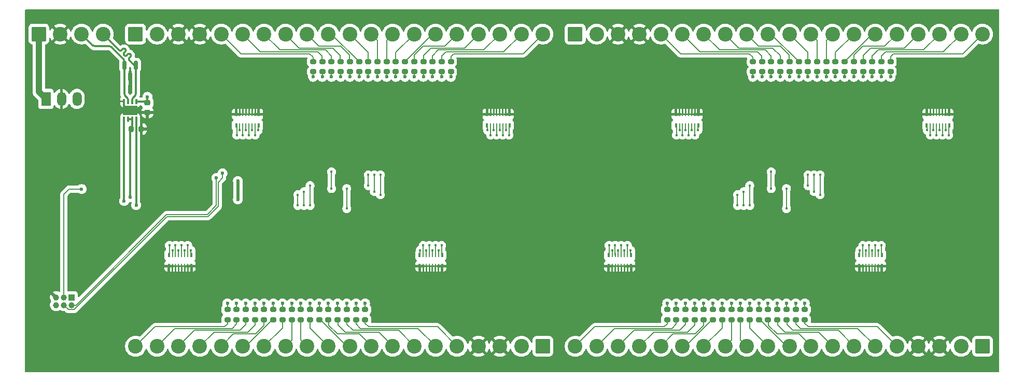
<source format=gbr>
G04 #@! TF.GenerationSoftware,KiCad,Pcbnew,9.0.6*
G04 #@! TF.CreationDate,2025-12-17T10:23:52+01:00*
G04 #@! TF.ProjectId,OM-64DO,4f4d2d36-3444-44f2-9e6b-696361645f70,1A*
G04 #@! TF.SameCoordinates,Original*
G04 #@! TF.FileFunction,Copper,L2,Bot*
G04 #@! TF.FilePolarity,Positive*
%FSLAX46Y46*%
G04 Gerber Fmt 4.6, Leading zero omitted, Abs format (unit mm)*
G04 Created by KiCad (PCBNEW 9.0.6) date 2025-12-17 10:23:52*
%MOMM*%
%LPD*%
G01*
G04 APERTURE LIST*
G04 Aperture macros list*
%AMRoundRect*
0 Rectangle with rounded corners*
0 $1 Rounding radius*
0 $2 $3 $4 $5 $6 $7 $8 $9 X,Y pos of 4 corners*
0 Add a 4 corners polygon primitive as box body*
4,1,4,$2,$3,$4,$5,$6,$7,$8,$9,$2,$3,0*
0 Add four circle primitives for the rounded corners*
1,1,$1+$1,$2,$3*
1,1,$1+$1,$4,$5*
1,1,$1+$1,$6,$7*
1,1,$1+$1,$8,$9*
0 Add four rect primitives between the rounded corners*
20,1,$1+$1,$2,$3,$4,$5,0*
20,1,$1+$1,$4,$5,$6,$7,0*
20,1,$1+$1,$6,$7,$8,$9,0*
20,1,$1+$1,$8,$9,$2,$3,0*%
G04 Aperture macros list end*
G04 #@! TA.AperFunction,ComponentPad*
%ADD10C,2.400000*%
G04 #@! TD*
G04 #@! TA.AperFunction,ComponentPad*
%ADD11RoundRect,0.250001X0.949999X0.949999X-0.949999X0.949999X-0.949999X-0.949999X0.949999X-0.949999X0*%
G04 #@! TD*
G04 #@! TA.AperFunction,ComponentPad*
%ADD12O,1.500000X2.300000*%
G04 #@! TD*
G04 #@! TA.AperFunction,ComponentPad*
%ADD13R,1.500000X2.300000*%
G04 #@! TD*
G04 #@! TA.AperFunction,ComponentPad*
%ADD14RoundRect,0.250001X-0.949999X-0.949999X0.949999X-0.949999X0.949999X0.949999X-0.949999X0.949999X0*%
G04 #@! TD*
G04 #@! TA.AperFunction,SMDPad,CuDef*
%ADD15RoundRect,0.200000X-0.275000X0.200000X-0.275000X-0.200000X0.275000X-0.200000X0.275000X0.200000X0*%
G04 #@! TD*
G04 #@! TA.AperFunction,SMDPad,CuDef*
%ADD16R,0.425000X0.800000*%
G04 #@! TD*
G04 #@! TA.AperFunction,SMDPad,CuDef*
%ADD17R,0.250000X0.800000*%
G04 #@! TD*
G04 #@! TA.AperFunction,ComponentPad*
%ADD18C,1.000000*%
G04 #@! TD*
G04 #@! TA.AperFunction,ComponentPad*
%ADD19R,1.000000X1.000000*%
G04 #@! TD*
G04 #@! TA.AperFunction,SMDPad,CuDef*
%ADD20RoundRect,0.200000X0.275000X-0.200000X0.275000X0.200000X-0.275000X0.200000X-0.275000X-0.200000X0*%
G04 #@! TD*
G04 #@! TA.AperFunction,SMDPad,CuDef*
%ADD21RoundRect,0.225000X0.250000X-0.225000X0.250000X0.225000X-0.250000X0.225000X-0.250000X-0.225000X0*%
G04 #@! TD*
G04 #@! TA.AperFunction,SMDPad,CuDef*
%ADD22RoundRect,0.200000X-0.200000X-0.275000X0.200000X-0.275000X0.200000X0.275000X-0.200000X0.275000X0*%
G04 #@! TD*
G04 #@! TA.AperFunction,SMDPad,CuDef*
%ADD23RoundRect,0.150000X-0.150000X0.587500X-0.150000X-0.587500X0.150000X-0.587500X0.150000X0.587500X0*%
G04 #@! TD*
G04 #@! TA.AperFunction,HeatsinkPad*
%ADD24R,2.400000X1.600000*%
G04 #@! TD*
G04 #@! TA.AperFunction,SMDPad,CuDef*
%ADD25RoundRect,0.075000X0.075000X-0.362500X0.075000X0.362500X-0.075000X0.362500X-0.075000X-0.362500X0*%
G04 #@! TD*
G04 #@! TA.AperFunction,ViaPad*
%ADD26C,0.600000*%
G04 #@! TD*
G04 #@! TA.AperFunction,ViaPad*
%ADD27C,0.450000*%
G04 #@! TD*
G04 #@! TA.AperFunction,Conductor*
%ADD28C,1.000000*%
G04 #@! TD*
G04 #@! TA.AperFunction,Conductor*
%ADD29C,0.200000*%
G04 #@! TD*
G04 #@! TA.AperFunction,Conductor*
%ADD30C,0.300000*%
G04 #@! TD*
G04 #@! TA.AperFunction,Conductor*
%ADD31C,0.600000*%
G04 #@! TD*
G04 #@! TA.AperFunction,Conductor*
%ADD32C,0.500000*%
G04 #@! TD*
G04 APERTURE END LIST*
D10*
G04 #@! TO.P,J401,20,Pin_20*
G04 #@! TO.N,/BANK C/B8*
X95800000Y-131000000D03*
G04 #@! TO.P,J401,19,Pin_19*
G04 #@! TO.N,/BANK C/B7*
X99300000Y-131000000D03*
G04 #@! TO.P,J401,18,Pin_18*
G04 #@! TO.N,/BANK C/B6*
X102800000Y-131000000D03*
G04 #@! TO.P,J401,17,Pin_17*
G04 #@! TO.N,/BANK C/B5*
X106300000Y-131000000D03*
G04 #@! TO.P,J401,16,Pin_16*
G04 #@! TO.N,/BANK C/B4*
X109800000Y-131000000D03*
G04 #@! TO.P,J401,15,Pin_15*
G04 #@! TO.N,/BANK C/B3*
X113300000Y-131000000D03*
G04 #@! TO.P,J401,14,Pin_14*
G04 #@! TO.N,/BANK C/B2*
X116800000Y-131000000D03*
G04 #@! TO.P,J401,13,Pin_13*
G04 #@! TO.N,/BANK C/B1*
X120300000Y-131000000D03*
G04 #@! TO.P,J401,12,Pin_12*
G04 #@! TO.N,/BANK C/A8*
X123800000Y-131000000D03*
G04 #@! TO.P,J401,11,Pin_11*
G04 #@! TO.N,/BANK C/A7*
X127300000Y-131000000D03*
G04 #@! TO.P,J401,10,Pin_10*
G04 #@! TO.N,/BANK C/A6*
X130800000Y-131000000D03*
G04 #@! TO.P,J401,9,Pin_9*
G04 #@! TO.N,/BANK C/A5*
X134300000Y-131000000D03*
G04 #@! TO.P,J401,8,Pin_8*
G04 #@! TO.N,/BANK C/A4*
X137800000Y-131000000D03*
G04 #@! TO.P,J401,7,Pin_7*
G04 #@! TO.N,/BANK C/A3*
X141300000Y-131000000D03*
G04 #@! TO.P,J401,6,Pin_6*
G04 #@! TO.N,/BANK C/A2*
X144800000Y-131000000D03*
G04 #@! TO.P,J401,5,Pin_5*
G04 #@! TO.N,/BANK C/A1*
X148300000Y-131000000D03*
G04 #@! TO.P,J401,4,Pin_4*
G04 #@! TO.N,GND*
X151800000Y-131000000D03*
G04 #@! TO.P,J401,3,Pin_3*
X155300000Y-131000000D03*
G04 #@! TO.P,J401,2,Pin_2*
G04 #@! TO.N,/BANK C/+V_{COIL}*
X158800000Y-131000000D03*
D11*
G04 #@! TO.P,J401,1,Pin_1*
X162300000Y-131000000D03*
G04 #@! TD*
D12*
G04 #@! TO.P,U101,3,OUT*
G04 #@! TO.N,+3V3*
X86240000Y-90600000D03*
G04 #@! TO.P,U101,2,GND*
G04 #@! TO.N,GND*
X83700000Y-90600000D03*
D13*
G04 #@! TO.P,U101,1,IN*
G04 #@! TO.N,+VDC*
X81160000Y-90600000D03*
G04 #@! TD*
D11*
G04 #@! TO.P,J501,1,Pin_1*
G04 #@! TO.N,/BANK D/+V_{COIL}*
X234100000Y-131000000D03*
D10*
G04 #@! TO.P,J501,2,Pin_2*
X230600000Y-131000000D03*
G04 #@! TO.P,J501,3,Pin_3*
G04 #@! TO.N,GND*
X227100000Y-131000000D03*
G04 #@! TO.P,J501,4,Pin_4*
X223600000Y-131000000D03*
G04 #@! TO.P,J501,5,Pin_5*
G04 #@! TO.N,/BANK D/A1*
X220100000Y-131000000D03*
G04 #@! TO.P,J501,6,Pin_6*
G04 #@! TO.N,/BANK D/A2*
X216600000Y-131000000D03*
G04 #@! TO.P,J501,7,Pin_7*
G04 #@! TO.N,/BANK D/A3*
X213100000Y-131000000D03*
G04 #@! TO.P,J501,8,Pin_8*
G04 #@! TO.N,/BANK D/A4*
X209600000Y-131000000D03*
G04 #@! TO.P,J501,9,Pin_9*
G04 #@! TO.N,/BANK D/A5*
X206100000Y-131000000D03*
G04 #@! TO.P,J501,10,Pin_10*
G04 #@! TO.N,/BANK D/A6*
X202600000Y-131000000D03*
G04 #@! TO.P,J501,11,Pin_11*
G04 #@! TO.N,/BANK D/A7*
X199100000Y-131000000D03*
G04 #@! TO.P,J501,12,Pin_12*
G04 #@! TO.N,/BANK D/A8*
X195600000Y-131000000D03*
G04 #@! TO.P,J501,13,Pin_13*
G04 #@! TO.N,/BANK D/B1*
X192100000Y-131000000D03*
G04 #@! TO.P,J501,14,Pin_14*
G04 #@! TO.N,/BANK D/B2*
X188600000Y-131000000D03*
G04 #@! TO.P,J501,15,Pin_15*
G04 #@! TO.N,/BANK D/B3*
X185100000Y-131000000D03*
G04 #@! TO.P,J501,16,Pin_16*
G04 #@! TO.N,/BANK D/B4*
X181600000Y-131000000D03*
G04 #@! TO.P,J501,17,Pin_17*
G04 #@! TO.N,/BANK D/B5*
X178100000Y-131000000D03*
G04 #@! TO.P,J501,18,Pin_18*
G04 #@! TO.N,/BANK D/B6*
X174600000Y-131000000D03*
G04 #@! TO.P,J501,19,Pin_19*
G04 #@! TO.N,/BANK D/B7*
X171100000Y-131000000D03*
G04 #@! TO.P,J501,20,Pin_20*
G04 #@! TO.N,/BANK D/B8*
X167600000Y-131000000D03*
G04 #@! TD*
D14*
G04 #@! TO.P,J301,1,Pin_1*
G04 #@! TO.N,/BANK B/+V_{COIL}*
X167600000Y-80000000D03*
D10*
G04 #@! TO.P,J301,2,Pin_2*
X171100000Y-80000000D03*
G04 #@! TO.P,J301,3,Pin_3*
G04 #@! TO.N,GND*
X174600000Y-80000000D03*
G04 #@! TO.P,J301,4,Pin_4*
X178100000Y-80000000D03*
G04 #@! TO.P,J301,5,Pin_5*
G04 #@! TO.N,/BANK B/A1*
X181600000Y-80000000D03*
G04 #@! TO.P,J301,6,Pin_6*
G04 #@! TO.N,/BANK B/A2*
X185100000Y-80000000D03*
G04 #@! TO.P,J301,7,Pin_7*
G04 #@! TO.N,/BANK B/A3*
X188600000Y-80000000D03*
G04 #@! TO.P,J301,8,Pin_8*
G04 #@! TO.N,/BANK B/A4*
X192100000Y-80000000D03*
G04 #@! TO.P,J301,9,Pin_9*
G04 #@! TO.N,/BANK B/A5*
X195600000Y-80000000D03*
G04 #@! TO.P,J301,10,Pin_10*
G04 #@! TO.N,/BANK B/A6*
X199100000Y-80000000D03*
G04 #@! TO.P,J301,11,Pin_11*
G04 #@! TO.N,/BANK B/A7*
X202600000Y-80000000D03*
G04 #@! TO.P,J301,12,Pin_12*
G04 #@! TO.N,/BANK B/A8*
X206100000Y-80000000D03*
G04 #@! TO.P,J301,13,Pin_13*
G04 #@! TO.N,/BANK B/B1*
X209600000Y-80000000D03*
G04 #@! TO.P,J301,14,Pin_14*
G04 #@! TO.N,/BANK B/B2*
X213100000Y-80000000D03*
G04 #@! TO.P,J301,15,Pin_15*
G04 #@! TO.N,/BANK B/B3*
X216600000Y-80000000D03*
G04 #@! TO.P,J301,16,Pin_16*
G04 #@! TO.N,/BANK B/B4*
X220100000Y-80000000D03*
G04 #@! TO.P,J301,17,Pin_17*
G04 #@! TO.N,/BANK B/B5*
X223600000Y-80000000D03*
G04 #@! TO.P,J301,18,Pin_18*
G04 #@! TO.N,/BANK B/B6*
X227100000Y-80000000D03*
G04 #@! TO.P,J301,19,Pin_19*
G04 #@! TO.N,/BANK B/B7*
X230600000Y-80000000D03*
G04 #@! TO.P,J301,20,Pin_20*
G04 #@! TO.N,/BANK B/B8*
X234100000Y-80000000D03*
G04 #@! TD*
D14*
G04 #@! TO.P,J201,1,Pin_1*
G04 #@! TO.N,/BANK A/+V_{COIL}*
X95800000Y-80000000D03*
D10*
G04 #@! TO.P,J201,2,Pin_2*
X99300000Y-80000000D03*
G04 #@! TO.P,J201,3,Pin_3*
G04 #@! TO.N,GND*
X102800000Y-80000000D03*
G04 #@! TO.P,J201,4,Pin_4*
X106300000Y-80000000D03*
G04 #@! TO.P,J201,5,Pin_5*
G04 #@! TO.N,/BANK A/A1*
X109800000Y-80000000D03*
G04 #@! TO.P,J201,6,Pin_6*
G04 #@! TO.N,/BANK A/A2*
X113300000Y-80000000D03*
G04 #@! TO.P,J201,7,Pin_7*
G04 #@! TO.N,/BANK A/A3*
X116800000Y-80000000D03*
G04 #@! TO.P,J201,8,Pin_8*
G04 #@! TO.N,/BANK A/A4*
X120300000Y-80000000D03*
G04 #@! TO.P,J201,9,Pin_9*
G04 #@! TO.N,/BANK A/A5*
X123800000Y-80000000D03*
G04 #@! TO.P,J201,10,Pin_10*
G04 #@! TO.N,/BANK A/A6*
X127300000Y-80000000D03*
G04 #@! TO.P,J201,11,Pin_11*
G04 #@! TO.N,/BANK A/A7*
X130800000Y-80000000D03*
G04 #@! TO.P,J201,12,Pin_12*
G04 #@! TO.N,/BANK A/A8*
X134300000Y-80000000D03*
G04 #@! TO.P,J201,13,Pin_13*
G04 #@! TO.N,/BANK A/B1*
X137800000Y-80000000D03*
G04 #@! TO.P,J201,14,Pin_14*
G04 #@! TO.N,/BANK A/B2*
X141300000Y-80000000D03*
G04 #@! TO.P,J201,15,Pin_15*
G04 #@! TO.N,/BANK A/B3*
X144800000Y-80000000D03*
G04 #@! TO.P,J201,16,Pin_16*
G04 #@! TO.N,/BANK A/B4*
X148300000Y-80000000D03*
G04 #@! TO.P,J201,17,Pin_17*
G04 #@! TO.N,/BANK A/B5*
X151800000Y-80000000D03*
G04 #@! TO.P,J201,18,Pin_18*
G04 #@! TO.N,/BANK A/B6*
X155300000Y-80000000D03*
G04 #@! TO.P,J201,19,Pin_19*
G04 #@! TO.N,/BANK A/B7*
X158800000Y-80000000D03*
G04 #@! TO.P,J201,20,Pin_20*
G04 #@! TO.N,/BANK A/B8*
X162300000Y-80000000D03*
G04 #@! TD*
D15*
G04 #@! TO.P,R501,1*
G04 #@! TO.N,Net-(D501-K)*
X205100000Y-125000000D03*
G04 #@! TO.P,R501,2*
G04 #@! TO.N,/BANK D/A1*
X205100000Y-126650000D03*
G04 #@! TD*
G04 #@! TO.P,R502,1*
G04 #@! TO.N,Net-(D502-K)*
X203600000Y-125000000D03*
G04 #@! TO.P,R502,2*
G04 #@! TO.N,/BANK D/A2*
X203600000Y-126650000D03*
G04 #@! TD*
G04 #@! TO.P,R503,1*
G04 #@! TO.N,Net-(D503-K)*
X202100000Y-125000000D03*
G04 #@! TO.P,R503,2*
G04 #@! TO.N,/BANK D/A3*
X202100000Y-126650000D03*
G04 #@! TD*
G04 #@! TO.P,R504,1*
G04 #@! TO.N,Net-(D504-K)*
X200600000Y-125000000D03*
G04 #@! TO.P,R504,2*
G04 #@! TO.N,/BANK D/A4*
X200600000Y-126650000D03*
G04 #@! TD*
G04 #@! TO.P,R505,1*
G04 #@! TO.N,Net-(D505-K)*
X199100000Y-125000000D03*
G04 #@! TO.P,R505,2*
G04 #@! TO.N,/BANK D/A5*
X199100000Y-126650000D03*
G04 #@! TD*
G04 #@! TO.P,R506,1*
G04 #@! TO.N,Net-(D506-K)*
X197600000Y-125000000D03*
G04 #@! TO.P,R506,2*
G04 #@! TO.N,/BANK D/A6*
X197600000Y-126650000D03*
G04 #@! TD*
G04 #@! TO.P,R507,1*
G04 #@! TO.N,Net-(D507-K)*
X196100000Y-125000000D03*
G04 #@! TO.P,R507,2*
G04 #@! TO.N,/BANK D/A7*
X196100000Y-126650000D03*
G04 #@! TD*
G04 #@! TO.P,R508,1*
G04 #@! TO.N,Net-(D508-K)*
X194600000Y-125000000D03*
G04 #@! TO.P,R508,2*
G04 #@! TO.N,/BANK D/A8*
X194600000Y-126650000D03*
G04 #@! TD*
G04 #@! TO.P,R509,1*
G04 #@! TO.N,Net-(D509-K)*
X193100000Y-125000000D03*
G04 #@! TO.P,R509,2*
G04 #@! TO.N,/BANK D/B1*
X193100000Y-126650000D03*
G04 #@! TD*
G04 #@! TO.P,R510,1*
G04 #@! TO.N,Net-(D510-K)*
X191600000Y-125000000D03*
G04 #@! TO.P,R510,2*
G04 #@! TO.N,/BANK D/B2*
X191600000Y-126650000D03*
G04 #@! TD*
G04 #@! TO.P,R511,1*
G04 #@! TO.N,Net-(D511-K)*
X190100000Y-125000000D03*
G04 #@! TO.P,R511,2*
G04 #@! TO.N,/BANK D/B3*
X190100000Y-126650000D03*
G04 #@! TD*
G04 #@! TO.P,R512,1*
G04 #@! TO.N,Net-(D512-K)*
X188600000Y-125000000D03*
G04 #@! TO.P,R512,2*
G04 #@! TO.N,/BANK D/B4*
X188600000Y-126650000D03*
G04 #@! TD*
G04 #@! TO.P,R513,1*
G04 #@! TO.N,Net-(D513-K)*
X187100000Y-125000000D03*
G04 #@! TO.P,R513,2*
G04 #@! TO.N,/BANK D/B5*
X187100000Y-126650000D03*
G04 #@! TD*
G04 #@! TO.P,R514,1*
G04 #@! TO.N,Net-(D514-K)*
X185600000Y-125000000D03*
G04 #@! TO.P,R514,2*
G04 #@! TO.N,/BANK D/B6*
X185600000Y-126650000D03*
G04 #@! TD*
G04 #@! TO.P,R515,1*
G04 #@! TO.N,Net-(D515-K)*
X184100000Y-125000000D03*
G04 #@! TO.P,R515,2*
G04 #@! TO.N,/BANK D/B7*
X184100000Y-126650000D03*
G04 #@! TD*
G04 #@! TO.P,R516,1*
G04 #@! TO.N,Net-(D516-K)*
X182600000Y-125000000D03*
G04 #@! TO.P,R516,2*
G04 #@! TO.N,/BANK D/B8*
X182600000Y-126650000D03*
G04 #@! TD*
D16*
G04 #@! TO.P,RN502,1,R1.1*
G04 #@! TO.N,GND*
X217662500Y-117900000D03*
D17*
G04 #@! TO.P,RN502,2,R2.1*
X217075000Y-117900000D03*
G04 #@! TO.P,RN502,3,R3.1*
X216575000Y-117900000D03*
G04 #@! TO.P,RN502,4,R4.1*
X216075000Y-117900000D03*
G04 #@! TO.P,RN502,5,R5.1*
X215575000Y-117900000D03*
G04 #@! TO.P,RN502,6,R6.1*
X215075000Y-117900000D03*
G04 #@! TO.P,RN502,7,R7.1*
X214575000Y-117900000D03*
D16*
G04 #@! TO.P,RN502,8,R8.1*
X213987500Y-117900000D03*
G04 #@! TO.P,RN502,9,R8.2*
G04 #@! TO.N,Net-(RN501-R8.1)*
X213987500Y-116100000D03*
D17*
G04 #@! TO.P,RN502,10,R7.2*
G04 #@! TO.N,Net-(RN501-R7.1)*
X214575000Y-116100000D03*
G04 #@! TO.P,RN502,11,R6.2*
G04 #@! TO.N,Net-(RN501-R6.1)*
X215075000Y-116100000D03*
G04 #@! TO.P,RN502,12,R5.2*
G04 #@! TO.N,Net-(RN501-R5.1)*
X215575000Y-116100000D03*
G04 #@! TO.P,RN502,13,R4.2*
G04 #@! TO.N,Net-(RN501-R4.1)*
X216075000Y-116100000D03*
G04 #@! TO.P,RN502,14,R3.2*
G04 #@! TO.N,Net-(RN501-R3.1)*
X216575000Y-116100000D03*
G04 #@! TO.P,RN502,15,R2.2*
G04 #@! TO.N,Net-(RN501-R2.1)*
X217075000Y-116100000D03*
D16*
G04 #@! TO.P,RN502,16,R1.2*
G04 #@! TO.N,Net-(RN501-R1.1)*
X217662500Y-116100000D03*
G04 #@! TD*
G04 #@! TO.P,RN504,1,R1.1*
G04 #@! TO.N,GND*
X176712500Y-117900000D03*
D17*
G04 #@! TO.P,RN504,2,R2.1*
X176125000Y-117900000D03*
G04 #@! TO.P,RN504,3,R3.1*
X175625000Y-117900000D03*
G04 #@! TO.P,RN504,4,R4.1*
X175125000Y-117900000D03*
G04 #@! TO.P,RN504,5,R5.1*
X174625000Y-117900000D03*
G04 #@! TO.P,RN504,6,R6.1*
X174125000Y-117900000D03*
G04 #@! TO.P,RN504,7,R7.1*
X173625000Y-117900000D03*
D16*
G04 #@! TO.P,RN504,8,R8.1*
X173037500Y-117900000D03*
G04 #@! TO.P,RN504,9,R8.2*
G04 #@! TO.N,Net-(RN503-R8.1)*
X173037500Y-116100000D03*
D17*
G04 #@! TO.P,RN504,10,R7.2*
G04 #@! TO.N,Net-(RN503-R7.1)*
X173625000Y-116100000D03*
G04 #@! TO.P,RN504,11,R6.2*
G04 #@! TO.N,Net-(RN503-R6.1)*
X174125000Y-116100000D03*
G04 #@! TO.P,RN504,12,R5.2*
G04 #@! TO.N,Net-(RN503-R5.1)*
X174625000Y-116100000D03*
G04 #@! TO.P,RN504,13,R4.2*
G04 #@! TO.N,Net-(RN503-R4.1)*
X175125000Y-116100000D03*
G04 #@! TO.P,RN504,14,R3.2*
G04 #@! TO.N,Net-(RN503-R3.1)*
X175625000Y-116100000D03*
G04 #@! TO.P,RN504,15,R2.2*
G04 #@! TO.N,Net-(RN503-R2.1)*
X176125000Y-116100000D03*
D16*
G04 #@! TO.P,RN504,16,R1.2*
G04 #@! TO.N,Net-(RN503-R1.1)*
X176712500Y-116100000D03*
G04 #@! TD*
D10*
G04 #@! TO.P,J101,4,Pin_4*
G04 #@! TO.N,B*
X90500000Y-80000000D03*
G04 #@! TO.P,J101,3,Pin_3*
G04 #@! TO.N,A*
X87000000Y-80000000D03*
G04 #@! TO.P,J101,2,Pin_2*
G04 #@! TO.N,GND*
X83500000Y-80000000D03*
D14*
G04 #@! TO.P,J101,1,Pin_1*
G04 #@! TO.N,+VDC*
X80000000Y-80000000D03*
G04 #@! TD*
D18*
G04 #@! TO.P,J102,6,Pin_6*
G04 #@! TO.N,unconnected-(J102-Pin_6-Pad6)*
X82830000Y-124270000D03*
G04 #@! TO.P,J102,5,Pin_5*
G04 #@! TO.N,GND*
X82830000Y-123000000D03*
G04 #@! TO.P,J102,4,Pin_4*
G04 #@! TO.N,SWCLK*
X84100000Y-124270000D03*
G04 #@! TO.P,J102,3,Pin_3*
G04 #@! TO.N,NRST*
X84100000Y-123000000D03*
G04 #@! TO.P,J102,2,Pin_2*
G04 #@! TO.N,SWDIO*
X85370000Y-124270000D03*
D19*
G04 #@! TO.P,J102,1,Pin_1*
G04 #@! TO.N,+3V3*
X85370000Y-123000000D03*
G04 #@! TD*
D20*
G04 #@! TO.P,R206,2*
G04 #@! TO.N,/BANK A/A6*
X132300000Y-84500000D03*
G04 #@! TO.P,R206,1*
G04 #@! TO.N,Net-(D206-K)*
X132300000Y-86150000D03*
G04 #@! TD*
G04 #@! TO.P,R201,1*
G04 #@! TO.N,Net-(D201-K)*
X124800000Y-86150000D03*
G04 #@! TO.P,R201,2*
G04 #@! TO.N,/BANK A/A1*
X124800000Y-84500000D03*
G04 #@! TD*
D16*
G04 #@! TO.P,RN204,1,R1.1*
G04 #@! TO.N,GND*
X153187500Y-93100000D03*
D17*
G04 #@! TO.P,RN204,2,R2.1*
X153775000Y-93100000D03*
G04 #@! TO.P,RN204,3,R3.1*
X154275000Y-93100000D03*
G04 #@! TO.P,RN204,4,R4.1*
X154775000Y-93100000D03*
G04 #@! TO.P,RN204,5,R5.1*
X155275000Y-93100000D03*
G04 #@! TO.P,RN204,6,R6.1*
X155775000Y-93100000D03*
G04 #@! TO.P,RN204,7,R7.1*
X156275000Y-93100000D03*
D16*
G04 #@! TO.P,RN204,8,R8.1*
X156862500Y-93100000D03*
G04 #@! TO.P,RN204,9,R8.2*
G04 #@! TO.N,Net-(RN203-R8.1)*
X156862500Y-94900000D03*
D17*
G04 #@! TO.P,RN204,10,R7.2*
G04 #@! TO.N,Net-(RN203-R7.1)*
X156275000Y-94900000D03*
G04 #@! TO.P,RN204,11,R6.2*
G04 #@! TO.N,Net-(RN203-R6.1)*
X155775000Y-94900000D03*
G04 #@! TO.P,RN204,12,R5.2*
G04 #@! TO.N,Net-(RN203-R5.1)*
X155275000Y-94900000D03*
G04 #@! TO.P,RN204,13,R4.2*
G04 #@! TO.N,Net-(RN203-R4.1)*
X154775000Y-94900000D03*
G04 #@! TO.P,RN204,14,R3.2*
G04 #@! TO.N,Net-(RN203-R3.1)*
X154275000Y-94900000D03*
G04 #@! TO.P,RN204,15,R2.2*
G04 #@! TO.N,Net-(RN203-R2.1)*
X153775000Y-94900000D03*
D16*
G04 #@! TO.P,RN204,16,R1.2*
G04 #@! TO.N,Net-(RN203-R1.1)*
X153187500Y-94900000D03*
G04 #@! TD*
D20*
G04 #@! TO.P,R208,2*
G04 #@! TO.N,/BANK A/A8*
X135300000Y-84500000D03*
G04 #@! TO.P,R208,1*
G04 #@! TO.N,Net-(D208-K)*
X135300000Y-86150000D03*
G04 #@! TD*
G04 #@! TO.P,R203,2*
G04 #@! TO.N,/BANK A/A3*
X127800000Y-84500000D03*
G04 #@! TO.P,R203,1*
G04 #@! TO.N,Net-(D203-K)*
X127800000Y-86150000D03*
G04 #@! TD*
D16*
G04 #@! TO.P,RN202,1,R1.1*
G04 #@! TO.N,GND*
X112237500Y-93100000D03*
D17*
G04 #@! TO.P,RN202,2,R2.1*
X112825000Y-93100000D03*
G04 #@! TO.P,RN202,3,R3.1*
X113325000Y-93100000D03*
G04 #@! TO.P,RN202,4,R4.1*
X113825000Y-93100000D03*
G04 #@! TO.P,RN202,5,R5.1*
X114325000Y-93100000D03*
G04 #@! TO.P,RN202,6,R6.1*
X114825000Y-93100000D03*
G04 #@! TO.P,RN202,7,R7.1*
X115325000Y-93100000D03*
D16*
G04 #@! TO.P,RN202,8,R8.1*
X115912500Y-93100000D03*
G04 #@! TO.P,RN202,9,R8.2*
G04 #@! TO.N,Net-(RN201-R8.1)*
X115912500Y-94900000D03*
D17*
G04 #@! TO.P,RN202,10,R7.2*
G04 #@! TO.N,Net-(RN201-R7.1)*
X115325000Y-94900000D03*
G04 #@! TO.P,RN202,11,R6.2*
G04 #@! TO.N,Net-(RN201-R6.1)*
X114825000Y-94900000D03*
G04 #@! TO.P,RN202,12,R5.2*
G04 #@! TO.N,Net-(RN201-R5.1)*
X114325000Y-94900000D03*
G04 #@! TO.P,RN202,13,R4.2*
G04 #@! TO.N,Net-(RN201-R4.1)*
X113825000Y-94900000D03*
G04 #@! TO.P,RN202,14,R3.2*
G04 #@! TO.N,Net-(RN201-R3.1)*
X113325000Y-94900000D03*
G04 #@! TO.P,RN202,15,R2.2*
G04 #@! TO.N,Net-(RN201-R2.1)*
X112825000Y-94900000D03*
D16*
G04 #@! TO.P,RN202,16,R1.2*
G04 #@! TO.N,Net-(RN201-R1.1)*
X112237500Y-94900000D03*
G04 #@! TD*
D20*
G04 #@! TO.P,R207,2*
G04 #@! TO.N,/BANK A/A7*
X133800000Y-84500000D03*
G04 #@! TO.P,R207,1*
G04 #@! TO.N,Net-(D207-K)*
X133800000Y-86150000D03*
G04 #@! TD*
G04 #@! TO.P,R204,2*
G04 #@! TO.N,/BANK A/A4*
X129300000Y-84500000D03*
G04 #@! TO.P,R204,1*
G04 #@! TO.N,Net-(D204-K)*
X129300000Y-86150000D03*
G04 #@! TD*
G04 #@! TO.P,R210,2*
G04 #@! TO.N,/BANK A/B2*
X138300000Y-84500000D03*
G04 #@! TO.P,R210,1*
G04 #@! TO.N,Net-(D210-K)*
X138300000Y-86150000D03*
G04 #@! TD*
G04 #@! TO.P,R209,2*
G04 #@! TO.N,/BANK A/B1*
X136800000Y-84500000D03*
G04 #@! TO.P,R209,1*
G04 #@! TO.N,Net-(D209-K)*
X136800000Y-86150000D03*
G04 #@! TD*
G04 #@! TO.P,R211,1*
G04 #@! TO.N,Net-(D211-K)*
X139800000Y-86150000D03*
G04 #@! TO.P,R211,2*
G04 #@! TO.N,/BANK A/B3*
X139800000Y-84500000D03*
G04 #@! TD*
G04 #@! TO.P,R213,1*
G04 #@! TO.N,Net-(D213-K)*
X142800000Y-86150000D03*
G04 #@! TO.P,R213,2*
G04 #@! TO.N,/BANK A/B5*
X142800000Y-84500000D03*
G04 #@! TD*
G04 #@! TO.P,R212,1*
G04 #@! TO.N,Net-(D212-K)*
X141300000Y-86150000D03*
G04 #@! TO.P,R212,2*
G04 #@! TO.N,/BANK A/B4*
X141300000Y-84500000D03*
G04 #@! TD*
G04 #@! TO.P,R214,1*
G04 #@! TO.N,Net-(D214-K)*
X144300000Y-86150000D03*
G04 #@! TO.P,R214,2*
G04 #@! TO.N,/BANK A/B6*
X144300000Y-84500000D03*
G04 #@! TD*
G04 #@! TO.P,R215,1*
G04 #@! TO.N,Net-(D215-K)*
X145800000Y-86150000D03*
G04 #@! TO.P,R215,2*
G04 #@! TO.N,/BANK A/B7*
X145800000Y-84500000D03*
G04 #@! TD*
G04 #@! TO.P,R205,2*
G04 #@! TO.N,/BANK A/A5*
X130800000Y-84500000D03*
G04 #@! TO.P,R205,1*
G04 #@! TO.N,Net-(D205-K)*
X130800000Y-86150000D03*
G04 #@! TD*
G04 #@! TO.P,R202,1*
G04 #@! TO.N,Net-(D202-K)*
X126300000Y-86150000D03*
G04 #@! TO.P,R202,2*
G04 #@! TO.N,/BANK A/A2*
X126300000Y-84500000D03*
G04 #@! TD*
G04 #@! TO.P,R216,1*
G04 #@! TO.N,Net-(D216-K)*
X147300000Y-86150000D03*
G04 #@! TO.P,R216,2*
G04 #@! TO.N,/BANK A/B8*
X147300000Y-84500000D03*
G04 #@! TD*
D21*
G04 #@! TO.P,C103,1*
G04 #@! TO.N,GND*
X97743750Y-92775000D03*
G04 #@! TO.P,C103,2*
G04 #@! TO.N,+3V3*
X97743750Y-91225000D03*
G04 #@! TD*
D22*
G04 #@! TO.P,R102,1*
G04 #@! TO.N,DIR*
X95068750Y-95500000D03*
G04 #@! TO.P,R102,2*
G04 #@! TO.N,GND*
X96718750Y-95500000D03*
G04 #@! TD*
D23*
G04 #@! TO.P,D101,1,A1*
G04 #@! TO.N,A*
X93968750Y-85125000D03*
G04 #@! TO.P,D101,2,A2*
G04 #@! TO.N,B*
X95868750Y-85125000D03*
G04 #@! TO.P,D101,3,common*
G04 #@! TO.N,GND*
X94918750Y-87000000D03*
G04 #@! TD*
D24*
G04 #@! TO.P,U102,9,GND*
G04 #@! TO.N,GND*
X94918750Y-92437500D03*
D25*
G04 #@! TO.P,U102,8,VCC*
G04 #@! TO.N,+3V3*
X95893750Y-91000000D03*
G04 #@! TO.P,U102,7,B*
G04 #@! TO.N,B*
X95243750Y-91000000D03*
G04 #@! TO.P,U102,6,A*
G04 #@! TO.N,A*
X94593750Y-91000000D03*
G04 #@! TO.P,U102,5,GND*
G04 #@! TO.N,GND*
X93943750Y-91000000D03*
G04 #@! TO.P,U102,4,DI*
G04 #@! TO.N,TX*
X93943750Y-93875000D03*
G04 #@! TO.P,U102,3,DE*
G04 #@! TO.N,DIR*
X94593750Y-93875000D03*
G04 #@! TO.P,U102,2,~{RE}*
X95243750Y-93875000D03*
G04 #@! TO.P,U102,1,RO*
G04 #@! TO.N,RX*
X95893750Y-93875000D03*
G04 #@! TD*
D16*
G04 #@! TO.P,RN402,1,R1.1*
G04 #@! TO.N,GND*
X145862500Y-117900000D03*
D17*
G04 #@! TO.P,RN402,2,R2.1*
X145275000Y-117900000D03*
G04 #@! TO.P,RN402,3,R3.1*
X144775000Y-117900000D03*
G04 #@! TO.P,RN402,4,R4.1*
X144275000Y-117900000D03*
G04 #@! TO.P,RN402,5,R5.1*
X143775000Y-117900000D03*
G04 #@! TO.P,RN402,6,R6.1*
X143275000Y-117900000D03*
G04 #@! TO.P,RN402,7,R7.1*
X142775000Y-117900000D03*
D16*
G04 #@! TO.P,RN402,8,R8.1*
X142187500Y-117900000D03*
G04 #@! TO.P,RN402,9,R8.2*
G04 #@! TO.N,Net-(RN401-R8.1)*
X142187500Y-116100000D03*
D17*
G04 #@! TO.P,RN402,10,R7.2*
G04 #@! TO.N,Net-(RN401-R7.1)*
X142775000Y-116100000D03*
G04 #@! TO.P,RN402,11,R6.2*
G04 #@! TO.N,Net-(RN401-R6.1)*
X143275000Y-116100000D03*
G04 #@! TO.P,RN402,12,R5.2*
G04 #@! TO.N,Net-(RN401-R5.1)*
X143775000Y-116100000D03*
G04 #@! TO.P,RN402,13,R4.2*
G04 #@! TO.N,Net-(RN401-R4.1)*
X144275000Y-116100000D03*
G04 #@! TO.P,RN402,14,R3.2*
G04 #@! TO.N,Net-(RN401-R3.1)*
X144775000Y-116100000D03*
G04 #@! TO.P,RN402,15,R2.2*
G04 #@! TO.N,Net-(RN401-R2.1)*
X145275000Y-116100000D03*
D16*
G04 #@! TO.P,RN402,16,R1.2*
G04 #@! TO.N,Net-(RN401-R1.1)*
X145862500Y-116100000D03*
G04 #@! TD*
D15*
G04 #@! TO.P,R402,1*
G04 #@! TO.N,Net-(D402-K)*
X131800000Y-125000000D03*
G04 #@! TO.P,R402,2*
G04 #@! TO.N,/BANK C/A2*
X131800000Y-126650000D03*
G04 #@! TD*
G04 #@! TO.P,R413,1*
G04 #@! TO.N,Net-(D413-K)*
X115300000Y-125000000D03*
G04 #@! TO.P,R413,2*
G04 #@! TO.N,/BANK C/B5*
X115300000Y-126650000D03*
G04 #@! TD*
G04 #@! TO.P,R415,1*
G04 #@! TO.N,Net-(D415-K)*
X112300000Y-125000000D03*
G04 #@! TO.P,R415,2*
G04 #@! TO.N,/BANK C/B7*
X112300000Y-126650000D03*
G04 #@! TD*
G04 #@! TO.P,R407,1*
G04 #@! TO.N,Net-(D407-K)*
X124300000Y-125000000D03*
G04 #@! TO.P,R407,2*
G04 #@! TO.N,/BANK C/A7*
X124300000Y-126650000D03*
G04 #@! TD*
G04 #@! TO.P,R401,1*
G04 #@! TO.N,Net-(D401-K)*
X133300000Y-125000000D03*
G04 #@! TO.P,R401,2*
G04 #@! TO.N,/BANK C/A1*
X133300000Y-126650000D03*
G04 #@! TD*
G04 #@! TO.P,R416,1*
G04 #@! TO.N,Net-(D416-K)*
X110800000Y-125000000D03*
G04 #@! TO.P,R416,2*
G04 #@! TO.N,/BANK C/B8*
X110800000Y-126650000D03*
G04 #@! TD*
G04 #@! TO.P,R403,1*
G04 #@! TO.N,Net-(D403-K)*
X130300000Y-125000000D03*
G04 #@! TO.P,R403,2*
G04 #@! TO.N,/BANK C/A3*
X130300000Y-126650000D03*
G04 #@! TD*
G04 #@! TO.P,R406,1*
G04 #@! TO.N,Net-(D406-K)*
X125800000Y-125000000D03*
G04 #@! TO.P,R406,2*
G04 #@! TO.N,/BANK C/A6*
X125800000Y-126650000D03*
G04 #@! TD*
D16*
G04 #@! TO.P,RN404,16,R1.2*
G04 #@! TO.N,Net-(RN403-R1.1)*
X104912500Y-116100000D03*
D17*
G04 #@! TO.P,RN404,15,R2.2*
G04 #@! TO.N,Net-(RN403-R2.1)*
X104325000Y-116100000D03*
G04 #@! TO.P,RN404,14,R3.2*
G04 #@! TO.N,Net-(RN403-R3.1)*
X103825000Y-116100000D03*
G04 #@! TO.P,RN404,13,R4.2*
G04 #@! TO.N,Net-(RN403-R4.1)*
X103325000Y-116100000D03*
G04 #@! TO.P,RN404,12,R5.2*
G04 #@! TO.N,Net-(RN403-R5.1)*
X102825000Y-116100000D03*
G04 #@! TO.P,RN404,11,R6.2*
G04 #@! TO.N,Net-(RN403-R6.1)*
X102325000Y-116100000D03*
G04 #@! TO.P,RN404,10,R7.2*
G04 #@! TO.N,Net-(RN403-R7.1)*
X101825000Y-116100000D03*
D16*
G04 #@! TO.P,RN404,9,R8.2*
G04 #@! TO.N,Net-(RN403-R8.1)*
X101237500Y-116100000D03*
G04 #@! TO.P,RN404,8,R8.1*
G04 #@! TO.N,GND*
X101237500Y-117900000D03*
D17*
G04 #@! TO.P,RN404,7,R7.1*
X101825000Y-117900000D03*
G04 #@! TO.P,RN404,6,R6.1*
X102325000Y-117900000D03*
G04 #@! TO.P,RN404,5,R5.1*
X102825000Y-117900000D03*
G04 #@! TO.P,RN404,4,R4.1*
X103325000Y-117900000D03*
G04 #@! TO.P,RN404,3,R3.1*
X103825000Y-117900000D03*
G04 #@! TO.P,RN404,2,R2.1*
X104325000Y-117900000D03*
D16*
G04 #@! TO.P,RN404,1,R1.1*
X104912500Y-117900000D03*
G04 #@! TD*
D15*
G04 #@! TO.P,R405,1*
G04 #@! TO.N,Net-(D405-K)*
X127300000Y-125000000D03*
G04 #@! TO.P,R405,2*
G04 #@! TO.N,/BANK C/A5*
X127300000Y-126650000D03*
G04 #@! TD*
G04 #@! TO.P,R411,1*
G04 #@! TO.N,Net-(D411-K)*
X118300000Y-125000000D03*
G04 #@! TO.P,R411,2*
G04 #@! TO.N,/BANK C/B3*
X118300000Y-126650000D03*
G04 #@! TD*
G04 #@! TO.P,R414,1*
G04 #@! TO.N,Net-(D414-K)*
X113800000Y-125000000D03*
G04 #@! TO.P,R414,2*
G04 #@! TO.N,/BANK C/B6*
X113800000Y-126650000D03*
G04 #@! TD*
G04 #@! TO.P,R410,1*
G04 #@! TO.N,Net-(D410-K)*
X119800000Y-125000000D03*
G04 #@! TO.P,R410,2*
G04 #@! TO.N,/BANK C/B2*
X119800000Y-126650000D03*
G04 #@! TD*
G04 #@! TO.P,R404,1*
G04 #@! TO.N,Net-(D404-K)*
X128800000Y-125000000D03*
G04 #@! TO.P,R404,2*
G04 #@! TO.N,/BANK C/A4*
X128800000Y-126650000D03*
G04 #@! TD*
G04 #@! TO.P,R409,1*
G04 #@! TO.N,Net-(D409-K)*
X121300000Y-125000000D03*
G04 #@! TO.P,R409,2*
G04 #@! TO.N,/BANK C/B1*
X121300000Y-126650000D03*
G04 #@! TD*
G04 #@! TO.P,R412,1*
G04 #@! TO.N,Net-(D412-K)*
X116800000Y-125000000D03*
G04 #@! TO.P,R412,2*
G04 #@! TO.N,/BANK C/B4*
X116800000Y-126650000D03*
G04 #@! TD*
G04 #@! TO.P,R408,1*
G04 #@! TO.N,Net-(D408-K)*
X122800000Y-125000000D03*
G04 #@! TO.P,R408,2*
G04 #@! TO.N,/BANK C/A8*
X122800000Y-126650000D03*
G04 #@! TD*
D20*
G04 #@! TO.P,R309,2*
G04 #@! TO.N,/BANK B/B1*
X208600000Y-84500000D03*
G04 #@! TO.P,R309,1*
G04 #@! TO.N,Net-(D309-K)*
X208600000Y-86150000D03*
G04 #@! TD*
G04 #@! TO.P,R304,2*
G04 #@! TO.N,/BANK B/A4*
X201100000Y-84500000D03*
G04 #@! TO.P,R304,1*
G04 #@! TO.N,Net-(D304-K)*
X201100000Y-86150000D03*
G04 #@! TD*
G04 #@! TO.P,R316,2*
G04 #@! TO.N,/BANK B/B8*
X219100000Y-84500000D03*
G04 #@! TO.P,R316,1*
G04 #@! TO.N,Net-(D316-K)*
X219100000Y-86150000D03*
G04 #@! TD*
G04 #@! TO.P,R313,2*
G04 #@! TO.N,/BANK B/B5*
X214600000Y-84500000D03*
G04 #@! TO.P,R313,1*
G04 #@! TO.N,Net-(D313-K)*
X214600000Y-86150000D03*
G04 #@! TD*
G04 #@! TO.P,R301,2*
G04 #@! TO.N,/BANK B/A1*
X196600000Y-84500000D03*
G04 #@! TO.P,R301,1*
G04 #@! TO.N,Net-(D301-K)*
X196600000Y-86150000D03*
G04 #@! TD*
G04 #@! TO.P,R307,2*
G04 #@! TO.N,/BANK B/A7*
X205600000Y-84500000D03*
G04 #@! TO.P,R307,1*
G04 #@! TO.N,Net-(D307-K)*
X205600000Y-86150000D03*
G04 #@! TD*
G04 #@! TO.P,R303,2*
G04 #@! TO.N,/BANK B/A3*
X199600000Y-84500000D03*
G04 #@! TO.P,R303,1*
G04 #@! TO.N,Net-(D303-K)*
X199600000Y-86150000D03*
G04 #@! TD*
G04 #@! TO.P,R311,2*
G04 #@! TO.N,/BANK B/B3*
X211600000Y-84500000D03*
G04 #@! TO.P,R311,1*
G04 #@! TO.N,Net-(D311-K)*
X211600000Y-86150000D03*
G04 #@! TD*
G04 #@! TO.P,R314,2*
G04 #@! TO.N,/BANK B/B6*
X216100000Y-84500000D03*
G04 #@! TO.P,R314,1*
G04 #@! TO.N,Net-(D314-K)*
X216100000Y-86150000D03*
G04 #@! TD*
G04 #@! TO.P,R315,2*
G04 #@! TO.N,/BANK B/B7*
X217600000Y-84500000D03*
G04 #@! TO.P,R315,1*
G04 #@! TO.N,Net-(D315-K)*
X217600000Y-86150000D03*
G04 #@! TD*
D16*
G04 #@! TO.P,RN302,16,R1.2*
G04 #@! TO.N,Net-(RN301-R1.1)*
X184037500Y-94900000D03*
D17*
G04 #@! TO.P,RN302,15,R2.2*
G04 #@! TO.N,Net-(RN301-R2.1)*
X184625000Y-94900000D03*
G04 #@! TO.P,RN302,14,R3.2*
G04 #@! TO.N,Net-(RN301-R3.1)*
X185125000Y-94900000D03*
G04 #@! TO.P,RN302,13,R4.2*
G04 #@! TO.N,Net-(RN301-R4.1)*
X185625000Y-94900000D03*
G04 #@! TO.P,RN302,12,R5.2*
G04 #@! TO.N,Net-(RN301-R5.1)*
X186125000Y-94900000D03*
G04 #@! TO.P,RN302,11,R6.2*
G04 #@! TO.N,Net-(RN301-R6.1)*
X186625000Y-94900000D03*
G04 #@! TO.P,RN302,10,R7.2*
G04 #@! TO.N,Net-(RN301-R7.1)*
X187125000Y-94900000D03*
D16*
G04 #@! TO.P,RN302,9,R8.2*
G04 #@! TO.N,Net-(RN301-R8.1)*
X187712500Y-94900000D03*
G04 #@! TO.P,RN302,8,R8.1*
G04 #@! TO.N,GND*
X187712500Y-93100000D03*
D17*
G04 #@! TO.P,RN302,7,R7.1*
X187125000Y-93100000D03*
G04 #@! TO.P,RN302,6,R6.1*
X186625000Y-93100000D03*
G04 #@! TO.P,RN302,5,R5.1*
X186125000Y-93100000D03*
G04 #@! TO.P,RN302,4,R4.1*
X185625000Y-93100000D03*
G04 #@! TO.P,RN302,3,R3.1*
X185125000Y-93100000D03*
G04 #@! TO.P,RN302,2,R2.1*
X184625000Y-93100000D03*
D16*
G04 #@! TO.P,RN302,1,R1.1*
X184037500Y-93100000D03*
G04 #@! TD*
D20*
G04 #@! TO.P,R308,2*
G04 #@! TO.N,/BANK B/A8*
X207100000Y-84500000D03*
G04 #@! TO.P,R308,1*
G04 #@! TO.N,Net-(D308-K)*
X207100000Y-86150000D03*
G04 #@! TD*
G04 #@! TO.P,R306,2*
G04 #@! TO.N,/BANK B/A6*
X204100000Y-84500000D03*
G04 #@! TO.P,R306,1*
G04 #@! TO.N,Net-(D306-K)*
X204100000Y-86150000D03*
G04 #@! TD*
G04 #@! TO.P,R302,2*
G04 #@! TO.N,/BANK B/A2*
X198100000Y-84500000D03*
G04 #@! TO.P,R302,1*
G04 #@! TO.N,Net-(D302-K)*
X198100000Y-86150000D03*
G04 #@! TD*
G04 #@! TO.P,R305,2*
G04 #@! TO.N,/BANK B/A5*
X202600000Y-84500000D03*
G04 #@! TO.P,R305,1*
G04 #@! TO.N,Net-(D305-K)*
X202600000Y-86150000D03*
G04 #@! TD*
G04 #@! TO.P,R312,2*
G04 #@! TO.N,/BANK B/B4*
X213100000Y-84500000D03*
G04 #@! TO.P,R312,1*
G04 #@! TO.N,Net-(D312-K)*
X213100000Y-86150000D03*
G04 #@! TD*
G04 #@! TO.P,R310,2*
G04 #@! TO.N,/BANK B/B2*
X210100000Y-84500000D03*
G04 #@! TO.P,R310,1*
G04 #@! TO.N,Net-(D310-K)*
X210100000Y-86150000D03*
G04 #@! TD*
D16*
G04 #@! TO.P,RN304,16,R1.2*
G04 #@! TO.N,Net-(RN303-R1.1)*
X224987500Y-94900000D03*
D17*
G04 #@! TO.P,RN304,15,R2.2*
G04 #@! TO.N,Net-(RN303-R2.1)*
X225575000Y-94900000D03*
G04 #@! TO.P,RN304,14,R3.2*
G04 #@! TO.N,Net-(RN303-R3.1)*
X226075000Y-94900000D03*
G04 #@! TO.P,RN304,13,R4.2*
G04 #@! TO.N,Net-(RN303-R4.1)*
X226575000Y-94900000D03*
G04 #@! TO.P,RN304,12,R5.2*
G04 #@! TO.N,Net-(RN303-R5.1)*
X227075000Y-94900000D03*
G04 #@! TO.P,RN304,11,R6.2*
G04 #@! TO.N,Net-(RN303-R6.1)*
X227575000Y-94900000D03*
G04 #@! TO.P,RN304,10,R7.2*
G04 #@! TO.N,Net-(RN303-R7.1)*
X228075000Y-94900000D03*
D16*
G04 #@! TO.P,RN304,9,R8.2*
G04 #@! TO.N,Net-(RN303-R8.1)*
X228662500Y-94900000D03*
G04 #@! TO.P,RN304,8,R8.1*
G04 #@! TO.N,GND*
X228662500Y-93100000D03*
D17*
G04 #@! TO.P,RN304,7,R7.1*
X228075000Y-93100000D03*
G04 #@! TO.P,RN304,6,R6.1*
X227575000Y-93100000D03*
G04 #@! TO.P,RN304,5,R5.1*
X227075000Y-93100000D03*
G04 #@! TO.P,RN304,4,R4.1*
X226575000Y-93100000D03*
G04 #@! TO.P,RN304,3,R3.1*
X226075000Y-93100000D03*
G04 #@! TO.P,RN304,2,R2.1*
X225575000Y-93100000D03*
D16*
G04 #@! TO.P,RN304,1,R1.1*
X224987500Y-93100000D03*
G04 #@! TD*
D26*
G04 #@! TO.N,NRST*
X87000000Y-105325000D03*
G04 #@! TO.N,TX*
X93943750Y-107275000D03*
G04 #@! TO.N,DIR*
X94918750Y-106625000D03*
G04 #@! TO.N,RX*
X95893750Y-107925000D03*
G04 #@! TO.N,GND*
X94393750Y-92350000D03*
X95393750Y-92350000D03*
X94918750Y-89500000D03*
X94918750Y-88500000D03*
G04 #@! TO.N,+3V3*
X97750000Y-90250000D03*
D27*
G04 #@! TO.N,CS*
X207600000Y-106250000D03*
G04 #@! TO.N,SCK*
X206600000Y-105750000D03*
G04 #@! TO.N,MOSI*
X205600000Y-104750000D03*
G04 #@! TO.N,MISO*
X199600000Y-105250000D03*
X202100000Y-105250000D03*
G04 #@! TO.N,MOSI*
X196100000Y-104750000D03*
G04 #@! TO.N,SCK*
X195100000Y-105750000D03*
G04 #@! TO.N,CS*
X194100000Y-106250000D03*
G04 #@! TO.N,MOSI*
X124300000Y-104750000D03*
G04 #@! TO.N,SCK*
X123300000Y-105750000D03*
G04 #@! TO.N,CS*
X122300000Y-106250000D03*
G04 #@! TO.N,MISO*
X130300000Y-105250000D03*
G04 #@! TO.N,CS*
X135800000Y-106250000D03*
G04 #@! TO.N,SCK*
X134800000Y-105750000D03*
G04 #@! TO.N,MISO*
X127800000Y-105250000D03*
G04 #@! TO.N,MOSI*
X133800000Y-104750000D03*
G04 #@! TO.N,Net-(RN503-R3.1)*
X175622412Y-115303018D03*
G04 #@! TO.N,Net-(RN503-R2.1)*
X176122412Y-114503018D03*
G04 #@! TO.N,Net-(RN503-R5.1)*
X174622412Y-115303018D03*
G04 #@! TO.N,Net-(RN503-R4.1)*
X175122412Y-114503018D03*
G04 #@! TO.N,Net-(RN503-R1.1)*
X176622412Y-115303018D03*
G04 #@! TO.N,Net-(RN503-R6.1)*
X174122412Y-114503018D03*
G04 #@! TO.N,Net-(RN503-R7.1)*
X173622412Y-115303018D03*
G04 #@! TO.N,Net-(RN503-R8.1)*
X173122412Y-114503018D03*
D26*
G04 #@! TO.N,Net-(D501-K)*
X205100000Y-124000000D03*
D27*
G04 #@! TO.N,Net-(RN501-R3.1)*
X216572412Y-114503018D03*
G04 #@! TO.N,Net-(RN501-R4.1)*
X216072412Y-115303018D03*
G04 #@! TO.N,Net-(RN501-R1.1)*
X217572412Y-114503018D03*
G04 #@! TO.N,Net-(RN501-R6.1)*
X215072412Y-115303018D03*
G04 #@! TO.N,Net-(RN501-R8.1)*
X214072412Y-115303018D03*
G04 #@! TO.N,Net-(RN501-R5.1)*
X215572412Y-114503018D03*
G04 #@! TO.N,Net-(RN501-R7.1)*
X214572412Y-114503018D03*
G04 #@! TO.N,Net-(RN501-R2.1)*
X217072412Y-115303018D03*
D26*
G04 #@! TO.N,Net-(D516-K)*
X182600000Y-124000000D03*
G04 #@! TO.N,GND*
X195100000Y-115000000D03*
X103000000Y-103075000D03*
X223600000Y-123500000D03*
X104000000Y-106075000D03*
X195100000Y-114000000D03*
X168600000Y-119000000D03*
X195100000Y-116000000D03*
X195100000Y-112000000D03*
X104000000Y-107075000D03*
X194100000Y-117000000D03*
X105000000Y-106075000D03*
X193100000Y-118000000D03*
X192100000Y-109000000D03*
X223100000Y-118000000D03*
X222600000Y-125500000D03*
X224600000Y-125500000D03*
X221100000Y-118000000D03*
X195100000Y-117000000D03*
X193100000Y-113000000D03*
X195100000Y-111000000D03*
X222600000Y-124500000D03*
X193100000Y-109000000D03*
X194100000Y-116000000D03*
X193100000Y-114000000D03*
X103000000Y-106075000D03*
X193100000Y-115000000D03*
X105000000Y-103075000D03*
X195100000Y-118000000D03*
X210600000Y-119000000D03*
X104000000Y-103075000D03*
X222100000Y-117000000D03*
X187600000Y-109500000D03*
X223100000Y-117000000D03*
X221100000Y-117000000D03*
X192100000Y-118000000D03*
X222100000Y-118000000D03*
X192100000Y-117000000D03*
X192100000Y-113000000D03*
X193100000Y-111000000D03*
X187600000Y-108500000D03*
X104000000Y-104075000D03*
X105000000Y-105075000D03*
X103000000Y-104075000D03*
X221100000Y-116000000D03*
X192100000Y-112000000D03*
X192100000Y-114000000D03*
X103000000Y-108075000D03*
X193100000Y-110000000D03*
X224600000Y-124500000D03*
X223600000Y-125500000D03*
X193100000Y-112000000D03*
X170600000Y-119000000D03*
X194100000Y-111000000D03*
X194100000Y-115000000D03*
X224600000Y-123500000D03*
X192100000Y-115000000D03*
X211600000Y-119000000D03*
X169600000Y-119000000D03*
X105000000Y-104075000D03*
X192100000Y-116000000D03*
X195100000Y-113000000D03*
X104000000Y-102075000D03*
X103000000Y-105075000D03*
X222100000Y-116000000D03*
X223100000Y-116000000D03*
X105000000Y-108075000D03*
X171600000Y-119000000D03*
X193100000Y-117000000D03*
X194100000Y-118000000D03*
X212600000Y-119000000D03*
X223600000Y-124500000D03*
X194100000Y-113000000D03*
X105000000Y-107075000D03*
X103000000Y-107075000D03*
X192100000Y-111000000D03*
X194100000Y-112000000D03*
X222600000Y-123500000D03*
X194100000Y-110000000D03*
X103000000Y-102075000D03*
X104000000Y-105075000D03*
X209600000Y-119000000D03*
X194100000Y-114000000D03*
X192100000Y-110000000D03*
X193100000Y-116000000D03*
X105000000Y-102075000D03*
X104000000Y-108075000D03*
G04 #@! TO.N,+3V3*
X112500000Y-104000000D03*
X112500000Y-107000000D03*
D27*
G04 #@! TO.N,CS*
X194100000Y-108000000D03*
G04 #@! TO.N,MISO*
X202100000Y-108500000D03*
G04 #@! TO.N,MOSI*
X196100000Y-108000000D03*
G04 #@! TO.N,SCK*
X195100000Y-108000000D03*
D26*
G04 #@! TO.N,SWCLK*
X110000000Y-102736243D03*
G04 #@! TO.N,SWDIO*
X109000000Y-103500000D03*
G04 #@! TO.N,Net-(D502-K)*
X203600000Y-124000000D03*
G04 #@! TO.N,Net-(D503-K)*
X202100000Y-124000000D03*
G04 #@! TO.N,Net-(D504-K)*
X200600000Y-124000000D03*
G04 #@! TO.N,Net-(D505-K)*
X199100000Y-124000000D03*
G04 #@! TO.N,Net-(D506-K)*
X197600000Y-124000000D03*
G04 #@! TO.N,Net-(D507-K)*
X196100000Y-124000000D03*
G04 #@! TO.N,Net-(D508-K)*
X194600000Y-124000000D03*
G04 #@! TO.N,Net-(D509-K)*
X193100000Y-124000000D03*
G04 #@! TO.N,Net-(D510-K)*
X191600000Y-124000000D03*
G04 #@! TO.N,Net-(D511-K)*
X190100000Y-124000000D03*
G04 #@! TO.N,Net-(D512-K)*
X188600000Y-124000000D03*
G04 #@! TO.N,Net-(D513-K)*
X187100000Y-124000000D03*
G04 #@! TO.N,Net-(D514-K)*
X185600000Y-124000000D03*
G04 #@! TO.N,Net-(D515-K)*
X184100000Y-124000000D03*
G04 #@! TO.N,Net-(D209-K)*
X136800000Y-87000000D03*
G04 #@! TO.N,GND*
X159300000Y-92000000D03*
X137800000Y-102000000D03*
X106300000Y-85500000D03*
X136800000Y-96000000D03*
X134800000Y-97000000D03*
X135800000Y-101000000D03*
X117300000Y-92000000D03*
X106300000Y-87500000D03*
D27*
G04 #@! TO.N,Net-(RN203-R1.1)*
X153275000Y-95700000D03*
D26*
G04 #@! TO.N,GND*
X134800000Y-96000000D03*
X136800000Y-98000000D03*
X136800000Y-95000000D03*
X107300000Y-85500000D03*
X134800000Y-93000000D03*
D27*
G04 #@! TO.N,Net-(RN203-R5.1)*
X155275000Y-95700000D03*
D26*
G04 #@! TO.N,GND*
X160300000Y-92000000D03*
X136800000Y-94000000D03*
X161300000Y-92000000D03*
G04 #@! TO.N,Net-(D201-K)*
X124800000Y-87000000D03*
G04 #@! TO.N,Net-(D206-K)*
X132300000Y-87000000D03*
G04 #@! TO.N,GND*
X106300000Y-86500000D03*
X134800000Y-100000000D03*
X135800000Y-96000000D03*
X136800000Y-99000000D03*
X142300000Y-102500000D03*
X135800000Y-94000000D03*
X142300000Y-101500000D03*
X105300000Y-86500000D03*
X136800000Y-101000000D03*
X136800000Y-100000000D03*
X136800000Y-93000000D03*
X135800000Y-97000000D03*
X108800000Y-94000000D03*
X137800000Y-98000000D03*
X118300000Y-92000000D03*
X108800000Y-95000000D03*
X137800000Y-95000000D03*
X135800000Y-93000000D03*
G04 #@! TO.N,Net-(D204-K)*
X129300000Y-87000000D03*
G04 #@! TO.N,GND*
X134800000Y-95000000D03*
X137800000Y-97000000D03*
X136800000Y-102000000D03*
X134800000Y-94000000D03*
X107800000Y-94000000D03*
X120300000Y-92000000D03*
X119300000Y-92000000D03*
X105300000Y-87500000D03*
X106800000Y-93000000D03*
G04 #@! TO.N,Net-(D207-K)*
X133800000Y-87000000D03*
G04 #@! TO.N,GND*
X137800000Y-94000000D03*
D27*
G04 #@! TO.N,Net-(RN203-R6.1)*
X155775000Y-96500000D03*
D26*
G04 #@! TO.N,GND*
X105300000Y-85500000D03*
X135800000Y-99000000D03*
X106800000Y-94000000D03*
X134800000Y-98000000D03*
X137800000Y-99000000D03*
X107800000Y-93000000D03*
X107300000Y-87500000D03*
X137800000Y-93000000D03*
X137800000Y-100000000D03*
X107300000Y-86500000D03*
X108800000Y-93000000D03*
X135800000Y-95000000D03*
X107800000Y-95000000D03*
X135800000Y-98000000D03*
X106800000Y-95000000D03*
D27*
G04 #@! TO.N,CS*
X135800000Y-103000000D03*
D26*
G04 #@! TO.N,GND*
X137800000Y-101000000D03*
X134800000Y-99000000D03*
X137800000Y-96000000D03*
G04 #@! TO.N,Net-(D208-K)*
X135300000Y-87000000D03*
D27*
G04 #@! TO.N,MOSI*
X133800000Y-103000000D03*
G04 #@! TO.N,SCK*
X134800000Y-103000000D03*
G04 #@! TO.N,Net-(RN201-R7.1)*
X115325000Y-96500000D03*
G04 #@! TO.N,Net-(RN201-R8.1)*
X115825000Y-95700000D03*
G04 #@! TO.N,Net-(RN201-R6.1)*
X114825000Y-95700000D03*
G04 #@! TO.N,Net-(RN201-R1.1)*
X112325000Y-96500000D03*
G04 #@! TO.N,Net-(RN201-R3.1)*
X113325000Y-96500000D03*
G04 #@! TO.N,Net-(RN201-R4.1)*
X113825000Y-95700000D03*
G04 #@! TO.N,Net-(RN203-R3.1)*
X154275000Y-95700000D03*
G04 #@! TO.N,Net-(RN203-R4.1)*
X154775000Y-96500000D03*
G04 #@! TO.N,Net-(RN203-R2.1)*
X153775000Y-96500000D03*
G04 #@! TO.N,Net-(RN203-R7.1)*
X156275000Y-95700000D03*
G04 #@! TO.N,Net-(RN201-R2.1)*
X112825000Y-95700000D03*
D26*
G04 #@! TO.N,GND*
X135800000Y-100000000D03*
D27*
G04 #@! TO.N,Net-(RN203-R8.1)*
X156775000Y-96500000D03*
G04 #@! TO.N,Net-(RN201-R5.1)*
X114325000Y-96500000D03*
D26*
G04 #@! TO.N,GND*
X136800000Y-97000000D03*
D27*
G04 #@! TO.N,MISO*
X127800000Y-102500000D03*
D26*
G04 #@! TO.N,Net-(D212-K)*
X141300000Y-87000000D03*
G04 #@! TO.N,GND*
X158300000Y-92000000D03*
G04 #@! TO.N,Net-(D202-K)*
X126300000Y-87000000D03*
G04 #@! TO.N,Net-(D203-K)*
X127800000Y-87000000D03*
G04 #@! TO.N,Net-(D205-K)*
X130800000Y-87000000D03*
G04 #@! TO.N,Net-(D210-K)*
X138300000Y-87000000D03*
G04 #@! TO.N,Net-(D211-K)*
X139800000Y-87000000D03*
G04 #@! TO.N,Net-(D213-K)*
X142800000Y-87000000D03*
G04 #@! TO.N,Net-(D214-K)*
X144300000Y-87000000D03*
G04 #@! TO.N,Net-(D215-K)*
X145800000Y-87000000D03*
G04 #@! TO.N,Net-(D216-K)*
X147300000Y-87000000D03*
D27*
G04 #@! TO.N,SCK*
X123300000Y-108000000D03*
D26*
G04 #@! TO.N,Net-(D406-K)*
X125800000Y-124000000D03*
G04 #@! TO.N,Net-(D407-K)*
X124300000Y-124000000D03*
D27*
G04 #@! TO.N,Net-(RN403-R3.1)*
X103822412Y-115303018D03*
D26*
G04 #@! TO.N,GND*
X115800000Y-108500000D03*
X121300000Y-117000000D03*
X121300000Y-109000000D03*
X120300000Y-118000000D03*
X98800000Y-119000000D03*
X123300000Y-112000000D03*
X120300000Y-113000000D03*
D27*
G04 #@! TO.N,Net-(RN401-R6.1)*
X143272412Y-115303018D03*
D26*
G04 #@! TO.N,GND*
X122300000Y-113000000D03*
X120300000Y-111000000D03*
X122300000Y-118000000D03*
X115800000Y-109500000D03*
X140800000Y-119000000D03*
X120300000Y-117000000D03*
X122300000Y-114000000D03*
X120300000Y-109000000D03*
X120300000Y-114000000D03*
X150300000Y-116000000D03*
X150800000Y-124500000D03*
X151800000Y-123500000D03*
X123300000Y-114000000D03*
X122300000Y-115000000D03*
X123300000Y-113000000D03*
X122300000Y-116000000D03*
X149300000Y-116000000D03*
X123300000Y-115000000D03*
X121300000Y-110000000D03*
X122300000Y-110000000D03*
X137800000Y-119000000D03*
X121300000Y-116000000D03*
X139800000Y-119000000D03*
X151800000Y-124500000D03*
X123300000Y-118000000D03*
D27*
G04 #@! TO.N,Net-(RN403-R7.1)*
X101822412Y-115303018D03*
D26*
G04 #@! TO.N,GND*
X121300000Y-114000000D03*
X120300000Y-112000000D03*
X121300000Y-118000000D03*
X121300000Y-111000000D03*
X122300000Y-117000000D03*
X150300000Y-117000000D03*
X120300000Y-110000000D03*
X121300000Y-113000000D03*
X123300000Y-116000000D03*
X149300000Y-117000000D03*
X99800000Y-119000000D03*
G04 #@! TO.N,Net-(D415-K)*
X112300000Y-124000000D03*
G04 #@! TO.N,GND*
X151300000Y-117000000D03*
X150300000Y-118000000D03*
X121300000Y-115000000D03*
X122300000Y-112000000D03*
X152800000Y-124500000D03*
X120300000Y-115000000D03*
D27*
G04 #@! TO.N,Net-(RN401-R2.1)*
X145272412Y-115303018D03*
D26*
G04 #@! TO.N,Net-(D408-K)*
X122800000Y-124000000D03*
G04 #@! TO.N,GND*
X152800000Y-123500000D03*
X122300000Y-111000000D03*
X96800000Y-119000000D03*
X150800000Y-125500000D03*
X149300000Y-118000000D03*
D27*
G04 #@! TO.N,Net-(RN403-R8.1)*
X101322412Y-114503018D03*
D26*
G04 #@! TO.N,GND*
X151300000Y-118000000D03*
D27*
G04 #@! TO.N,Net-(RN403-R1.1)*
X104822412Y-115303018D03*
D26*
G04 #@! TO.N,GND*
X123300000Y-117000000D03*
X97800000Y-119000000D03*
G04 #@! TO.N,Net-(D410-K)*
X119800000Y-124000000D03*
G04 #@! TO.N,GND*
X151300000Y-116000000D03*
X152800000Y-125500000D03*
D27*
G04 #@! TO.N,CS*
X122300000Y-108000000D03*
G04 #@! TO.N,MISO*
X130300000Y-108500000D03*
G04 #@! TO.N,MOSI*
X124300000Y-108000000D03*
G04 #@! TO.N,Net-(RN401-R5.1)*
X143772412Y-114503018D03*
G04 #@! TO.N,Net-(RN401-R8.1)*
X142272412Y-115303018D03*
G04 #@! TO.N,Net-(RN401-R7.1)*
X142772412Y-114503018D03*
G04 #@! TO.N,Net-(RN401-R3.1)*
X144772412Y-114503018D03*
G04 #@! TO.N,Net-(RN403-R4.1)*
X103322412Y-114503018D03*
G04 #@! TO.N,Net-(RN403-R6.1)*
X102322412Y-114503018D03*
G04 #@! TO.N,Net-(RN403-R5.1)*
X102822412Y-115303018D03*
G04 #@! TO.N,Net-(RN403-R2.1)*
X104322412Y-114503018D03*
D26*
G04 #@! TO.N,GND*
X150800000Y-123500000D03*
X123300000Y-111000000D03*
X151800000Y-125500000D03*
X121300000Y-112000000D03*
X138800000Y-119000000D03*
D27*
G04 #@! TO.N,Net-(RN401-R4.1)*
X144272412Y-115303018D03*
D26*
G04 #@! TO.N,Net-(D401-K)*
X133300000Y-124000000D03*
D27*
G04 #@! TO.N,Net-(RN401-R1.1)*
X145772412Y-114503018D03*
D26*
G04 #@! TO.N,GND*
X120300000Y-116000000D03*
G04 #@! TO.N,Net-(D402-K)*
X131800000Y-124000000D03*
G04 #@! TO.N,Net-(D403-K)*
X130300000Y-124000000D03*
G04 #@! TO.N,Net-(D405-K)*
X127300000Y-124000000D03*
G04 #@! TO.N,Net-(D404-K)*
X128800000Y-124000000D03*
G04 #@! TO.N,Net-(D409-K)*
X121300000Y-124000000D03*
G04 #@! TO.N,Net-(D411-K)*
X118300000Y-124000000D03*
G04 #@! TO.N,Net-(D412-K)*
X116800000Y-124000000D03*
G04 #@! TO.N,Net-(D413-K)*
X115300000Y-124000000D03*
G04 #@! TO.N,Net-(D414-K)*
X113800000Y-124000000D03*
G04 #@! TO.N,Net-(D416-K)*
X110800000Y-124000000D03*
D27*
G04 #@! TO.N,Net-(RN303-R6.1)*
X227575000Y-96500000D03*
D26*
G04 #@! TO.N,Net-(D307-K)*
X205600000Y-87000000D03*
D27*
G04 #@! TO.N,MISO*
X199600000Y-102500000D03*
D26*
G04 #@! TO.N,Net-(D306-K)*
X204100000Y-87000000D03*
G04 #@! TO.N,GND*
X206600000Y-94000000D03*
X179100000Y-87500000D03*
X231100000Y-92000000D03*
X177100000Y-85500000D03*
X178600000Y-95000000D03*
X207600000Y-97000000D03*
X230100000Y-92000000D03*
X209600000Y-101000000D03*
X209600000Y-99000000D03*
D27*
G04 #@! TO.N,CS*
X207600000Y-103000000D03*
D26*
G04 #@! TO.N,GND*
X206600000Y-99000000D03*
X208600000Y-100000000D03*
X178100000Y-87500000D03*
G04 #@! TO.N,Net-(D314-K)*
X216100000Y-87000000D03*
D27*
G04 #@! TO.N,Net-(RN303-R8.1)*
X228575000Y-96500000D03*
D26*
G04 #@! TO.N,GND*
X190100000Y-92000000D03*
X207600000Y-93000000D03*
X177100000Y-86500000D03*
D27*
G04 #@! TO.N,Net-(RN303-R2.1)*
X225575000Y-96500000D03*
D26*
G04 #@! TO.N,GND*
X207600000Y-101000000D03*
X207600000Y-95000000D03*
X191100000Y-92000000D03*
X189100000Y-92000000D03*
D27*
G04 #@! TO.N,Net-(RN303-R5.1)*
X227075000Y-95700000D03*
D26*
G04 #@! TO.N,GND*
X209600000Y-102000000D03*
X208600000Y-102000000D03*
X232100000Y-92000000D03*
X209600000Y-95000000D03*
X179600000Y-95000000D03*
D27*
G04 #@! TO.N,MOSI*
X205600000Y-103000000D03*
D26*
G04 #@! TO.N,GND*
X208600000Y-96000000D03*
X207600000Y-98000000D03*
X207600000Y-94000000D03*
X207600000Y-96000000D03*
X208600000Y-93000000D03*
X206600000Y-95000000D03*
X178600000Y-93000000D03*
X206600000Y-100000000D03*
X209600000Y-93000000D03*
X179600000Y-94000000D03*
X180600000Y-95000000D03*
X209600000Y-98000000D03*
G04 #@! TO.N,Net-(D310-K)*
X210100000Y-87000000D03*
G04 #@! TO.N,GND*
X179100000Y-85500000D03*
X179100000Y-86500000D03*
X209600000Y-94000000D03*
X233100000Y-92000000D03*
D27*
G04 #@! TO.N,Net-(RN301-R3.1)*
X185125000Y-96500000D03*
D26*
G04 #@! TO.N,GND*
X206600000Y-96000000D03*
X206600000Y-93000000D03*
X180600000Y-93000000D03*
X206600000Y-97000000D03*
X207600000Y-99000000D03*
X209600000Y-96000000D03*
X208600000Y-97000000D03*
D27*
G04 #@! TO.N,Net-(RN301-R6.1)*
X186625000Y-95700000D03*
D26*
G04 #@! TO.N,GND*
X208600000Y-98000000D03*
X180600000Y-94000000D03*
X214100000Y-102500000D03*
X206600000Y-98000000D03*
X209600000Y-100000000D03*
D27*
G04 #@! TO.N,Net-(RN301-R4.1)*
X185625000Y-95700000D03*
D26*
G04 #@! TO.N,Net-(D315-K)*
X217600000Y-87000000D03*
D27*
G04 #@! TO.N,SCK*
X206600000Y-103000000D03*
D26*
G04 #@! TO.N,GND*
X178100000Y-86500000D03*
X208600000Y-101000000D03*
X208600000Y-95000000D03*
X208600000Y-94000000D03*
X192100000Y-92000000D03*
X178100000Y-85500000D03*
D27*
G04 #@! TO.N,Net-(RN301-R5.1)*
X186125000Y-96500000D03*
G04 #@! TO.N,Net-(RN301-R7.1)*
X187125000Y-96500000D03*
D26*
G04 #@! TO.N,GND*
X207600000Y-100000000D03*
D27*
G04 #@! TO.N,Net-(RN301-R8.1)*
X187625000Y-95700000D03*
D26*
G04 #@! TO.N,GND*
X208600000Y-99000000D03*
D27*
G04 #@! TO.N,Net-(RN301-R2.1)*
X184625000Y-95700000D03*
D26*
G04 #@! TO.N,GND*
X177100000Y-87500000D03*
G04 #@! TO.N,Net-(D316-K)*
X219100000Y-87000000D03*
G04 #@! TO.N,GND*
X179600000Y-93000000D03*
G04 #@! TO.N,Net-(D311-K)*
X211600000Y-87000000D03*
D27*
G04 #@! TO.N,Net-(RN301-R1.1)*
X184125000Y-96500000D03*
D26*
G04 #@! TO.N,GND*
X209600000Y-97000000D03*
D27*
G04 #@! TO.N,Net-(RN303-R7.1)*
X228075000Y-95700000D03*
D26*
G04 #@! TO.N,GND*
X214100000Y-101500000D03*
D27*
G04 #@! TO.N,Net-(RN303-R1.1)*
X225075000Y-95700000D03*
G04 #@! TO.N,Net-(RN303-R3.1)*
X226075000Y-95700000D03*
D26*
G04 #@! TO.N,GND*
X178600000Y-94000000D03*
D27*
G04 #@! TO.N,Net-(RN303-R4.1)*
X226575000Y-96500000D03*
D26*
G04 #@! TO.N,Net-(D301-K)*
X196600000Y-87000000D03*
G04 #@! TO.N,Net-(D302-K)*
X198100000Y-87000000D03*
G04 #@! TO.N,Net-(D303-K)*
X199600000Y-87000000D03*
G04 #@! TO.N,Net-(D304-K)*
X201100000Y-87000000D03*
G04 #@! TO.N,Net-(D305-K)*
X202600000Y-87000000D03*
G04 #@! TO.N,Net-(D308-K)*
X207100000Y-87000000D03*
G04 #@! TO.N,Net-(D309-K)*
X208600000Y-87000000D03*
G04 #@! TO.N,Net-(D312-K)*
X213100000Y-87000000D03*
G04 #@! TO.N,Net-(D313-K)*
X214600000Y-87000000D03*
G04 #@! TD*
D28*
G04 #@! TO.N,+VDC*
X80000000Y-89440000D02*
X81160000Y-90600000D01*
X80000000Y-80000000D02*
X80000000Y-89440000D01*
D29*
G04 #@! TO.N,NRST*
X87000000Y-105325000D02*
X84925000Y-105325000D01*
X84925000Y-105325000D02*
X84100000Y-106150000D01*
X84100000Y-106150000D02*
X84100000Y-123000000D01*
D30*
G04 #@! TO.N,DIR*
X94918750Y-106500000D02*
X94918750Y-106668750D01*
G04 #@! TO.N,TX*
X93943750Y-107193750D02*
X94000000Y-107250000D01*
X93943750Y-97550000D02*
X93943750Y-107193750D01*
G04 #@! TO.N,DIR*
X94918750Y-106668750D02*
X95000000Y-106750000D01*
X94918750Y-96900000D02*
X94918750Y-106500000D01*
G04 #@! TO.N,RX*
X95893750Y-107893750D02*
X96000000Y-108000000D01*
X95893750Y-98200000D02*
X95893750Y-107893750D01*
D29*
G04 #@! TO.N,/BANK D/A8*
X194600000Y-130000000D02*
X195600000Y-131000000D01*
G04 #@! TO.N,/BANK D/B1*
X193100000Y-126500000D02*
X193100000Y-130000000D01*
G04 #@! TO.N,/BANK D/B2*
X191600000Y-126500000D02*
X191600000Y-128000000D01*
G04 #@! TO.N,/BANK D/A7*
X196100000Y-126500000D02*
X196100000Y-128000000D01*
G04 #@! TO.N,/BANK D/B2*
X191600000Y-128000000D02*
X188600000Y-131000000D01*
G04 #@! TO.N,/BANK D/A7*
X196100000Y-128000000D02*
X199100000Y-131000000D01*
G04 #@! TO.N,/BANK D/B5*
X187100000Y-126500000D02*
X187100000Y-127499000D01*
G04 #@! TO.N,/BANK D/A6*
X197600000Y-126500000D02*
X202100000Y-131000000D01*
G04 #@! TO.N,/BANK D/B3*
X190100000Y-126500000D02*
X185600000Y-131000000D01*
G04 #@! TO.N,/BANK D/B5*
X187100000Y-127499000D02*
X185900000Y-128699000D01*
G04 #@! TO.N,/BANK D/B6*
X177202000Y-128398000D02*
X174600000Y-131000000D01*
G04 #@! TO.N,/BANK D/A6*
X202100000Y-131000000D02*
X202600000Y-131000000D01*
G04 #@! TO.N,/BANK D/B4*
X183600000Y-129000000D02*
X181600000Y-131000000D01*
G04 #@! TO.N,/BANK D/B5*
X185900000Y-128699000D02*
X180401000Y-128699000D01*
G04 #@! TO.N,/BANK D/B6*
X184650000Y-128398000D02*
X177202000Y-128398000D01*
G04 #@! TO.N,/BANK D/B7*
X184100000Y-126500000D02*
X184100000Y-127397000D01*
X184100000Y-127397000D02*
X183400000Y-128097000D01*
G04 #@! TO.N,/BANK D/B4*
X187174322Y-129000000D02*
X183600000Y-129000000D01*
G04 #@! TO.N,/BANK D/B8*
X182150000Y-127796000D02*
X170804000Y-127796000D01*
G04 #@! TO.N,/BANK D/B4*
X188600000Y-127574322D02*
X187174322Y-129000000D01*
X188600000Y-126500000D02*
X188600000Y-127574322D01*
G04 #@! TO.N,/BANK D/B5*
X180401000Y-128699000D02*
X178100000Y-131000000D01*
G04 #@! TO.N,/BANK D/B1*
X193100000Y-130000000D02*
X192100000Y-131000000D01*
G04 #@! TO.N,/BANK D/A8*
X194600000Y-126500000D02*
X194600000Y-130000000D01*
G04 #@! TO.N,/BANK D/B3*
X185600000Y-131000000D02*
X185100000Y-131000000D01*
G04 #@! TO.N,/BANK D/B7*
X174003000Y-128097000D02*
X171100000Y-131000000D01*
X183400000Y-128097000D02*
X174003000Y-128097000D01*
G04 #@! TO.N,/BANK D/A1*
X216896000Y-127796000D02*
X220100000Y-131000000D01*
X205100000Y-127246000D02*
X205650000Y-127796000D01*
X205100000Y-126500000D02*
X205100000Y-127246000D01*
X205650000Y-127796000D02*
X216896000Y-127796000D01*
G04 #@! TO.N,/BANK D/B6*
X185600000Y-127448000D02*
X184650000Y-128398000D01*
X185600000Y-126500000D02*
X185600000Y-127448000D01*
G04 #@! TO.N,/BANK D/A2*
X204350000Y-128097000D02*
X213747000Y-128097000D01*
G04 #@! TO.N,/BANK D/A3*
X202150000Y-127448000D02*
X203100000Y-128398000D01*
G04 #@! TO.N,/BANK D/A2*
X213747000Y-128097000D02*
X216650000Y-131000000D01*
G04 #@! TO.N,/BANK D/A5*
X199150000Y-127574322D02*
X200575678Y-129000000D01*
G04 #@! TO.N,/BANK D/A4*
X200650000Y-126500000D02*
X200650000Y-127499000D01*
G04 #@! TO.N,/BANK D/A3*
X210548000Y-128398000D02*
X213150000Y-131000000D01*
G04 #@! TO.N,/BANK D/A4*
X200650000Y-127499000D02*
X201850000Y-128699000D01*
G04 #@! TO.N,/BANK D/A5*
X199150000Y-126500000D02*
X199150000Y-127574322D01*
G04 #@! TO.N,/BANK D/A3*
X202150000Y-126500000D02*
X202150000Y-127448000D01*
G04 #@! TO.N,/BANK D/A2*
X203650000Y-126500000D02*
X203650000Y-127397000D01*
G04 #@! TO.N,/BANK D/A4*
X201850000Y-128699000D02*
X207349000Y-128699000D01*
X207349000Y-128699000D02*
X209650000Y-131000000D01*
G04 #@! TO.N,/BANK D/A3*
X203100000Y-128398000D02*
X210548000Y-128398000D01*
G04 #@! TO.N,/BANK D/A2*
X203650000Y-127397000D02*
X204350000Y-128097000D01*
G04 #@! TO.N,/BANK D/A5*
X200575678Y-129000000D02*
X204150000Y-129000000D01*
X204150000Y-129000000D02*
X206150000Y-131000000D01*
G04 #@! TO.N,/BANK D/B8*
X170804000Y-127796000D02*
X167600000Y-131000000D01*
X182600000Y-126500000D02*
X182600000Y-127346000D01*
X182600000Y-127346000D02*
X182150000Y-127796000D01*
G04 #@! TO.N,/BANK C/B8*
X110350000Y-127796000D02*
X99004000Y-127796000D01*
X99004000Y-127796000D02*
X95800000Y-131000000D01*
X110800000Y-126500000D02*
X110800000Y-127346000D01*
X110800000Y-127346000D02*
X110350000Y-127796000D01*
G04 #@! TO.N,/BANK C/B4*
X111800000Y-129000000D02*
X109800000Y-131000000D01*
X115374322Y-129000000D02*
X111800000Y-129000000D01*
G04 #@! TO.N,/BANK C/B5*
X115300000Y-127499000D02*
X114100000Y-128699000D01*
G04 #@! TO.N,/BANK C/A6*
X130300000Y-131000000D02*
X130800000Y-131000000D01*
G04 #@! TO.N,/BANK C/B3*
X113800000Y-131000000D02*
X113300000Y-131000000D01*
X118300000Y-126500000D02*
X113800000Y-131000000D01*
G04 #@! TO.N,/BANK C/A7*
X124300000Y-128000000D02*
X127300000Y-131000000D01*
X124300000Y-126500000D02*
X124300000Y-128000000D01*
G04 #@! TO.N,/BANK C/A6*
X125800000Y-126500000D02*
X130300000Y-131000000D01*
G04 #@! TO.N,/BANK C/B2*
X119800000Y-128000000D02*
X116800000Y-131000000D01*
G04 #@! TO.N,/BANK C/B5*
X115300000Y-126500000D02*
X115300000Y-127499000D01*
G04 #@! TO.N,/BANK C/B1*
X121300000Y-126500000D02*
X121300000Y-130000000D01*
G04 #@! TO.N,/BANK C/B2*
X119800000Y-126500000D02*
X119800000Y-128000000D01*
G04 #@! TO.N,/BANK C/A8*
X122800000Y-130000000D02*
X123800000Y-131000000D01*
G04 #@! TO.N,/BANK C/B1*
X121300000Y-130000000D02*
X120300000Y-131000000D01*
G04 #@! TO.N,/BANK C/A8*
X122800000Y-126500000D02*
X122800000Y-130000000D01*
G04 #@! TO.N,/BANK C/B6*
X105402000Y-128398000D02*
X102800000Y-131000000D01*
G04 #@! TO.N,/BANK C/B4*
X116800000Y-127574322D02*
X115374322Y-129000000D01*
G04 #@! TO.N,/BANK C/B5*
X114100000Y-128699000D02*
X108601000Y-128699000D01*
G04 #@! TO.N,/BANK C/B4*
X116800000Y-126500000D02*
X116800000Y-127574322D01*
G04 #@! TO.N,/BANK C/B7*
X112300000Y-126500000D02*
X112300000Y-127397000D01*
X112300000Y-127397000D02*
X111600000Y-128097000D01*
G04 #@! TO.N,/BANK C/B5*
X108601000Y-128699000D02*
X106300000Y-131000000D01*
G04 #@! TO.N,/BANK C/B6*
X112850000Y-128398000D02*
X105402000Y-128398000D01*
G04 #@! TO.N,/BANK C/B7*
X102203000Y-128097000D02*
X99300000Y-131000000D01*
X111600000Y-128097000D02*
X102203000Y-128097000D01*
G04 #@! TO.N,/BANK C/A1*
X145096000Y-127796000D02*
X148300000Y-131000000D01*
X133300000Y-127246000D02*
X133850000Y-127796000D01*
X133300000Y-126500000D02*
X133300000Y-127246000D01*
X133850000Y-127796000D02*
X145096000Y-127796000D01*
G04 #@! TO.N,/BANK C/B6*
X113800000Y-127448000D02*
X112850000Y-128398000D01*
X113800000Y-126500000D02*
X113800000Y-127448000D01*
G04 #@! TO.N,/BANK C/A2*
X132550000Y-128097000D02*
X141947000Y-128097000D01*
G04 #@! TO.N,/BANK C/A3*
X130350000Y-127448000D02*
X131300000Y-128398000D01*
G04 #@! TO.N,/BANK C/A2*
X141947000Y-128097000D02*
X144850000Y-131000000D01*
G04 #@! TO.N,/BANK C/A5*
X127350000Y-127574322D02*
X128775678Y-129000000D01*
G04 #@! TO.N,/BANK C/A4*
X128850000Y-126500000D02*
X128850000Y-127499000D01*
G04 #@! TO.N,/BANK C/A3*
X138748000Y-128398000D02*
X141350000Y-131000000D01*
G04 #@! TO.N,/BANK C/A4*
X128850000Y-127499000D02*
X130050000Y-128699000D01*
G04 #@! TO.N,/BANK C/A5*
X127350000Y-126500000D02*
X127350000Y-127574322D01*
G04 #@! TO.N,/BANK C/A3*
X130350000Y-126500000D02*
X130350000Y-127448000D01*
G04 #@! TO.N,/BANK C/A2*
X131850000Y-126500000D02*
X131850000Y-127397000D01*
G04 #@! TO.N,/BANK C/A4*
X130050000Y-128699000D02*
X135549000Y-128699000D01*
X135549000Y-128699000D02*
X137850000Y-131000000D01*
G04 #@! TO.N,/BANK C/A3*
X131300000Y-128398000D02*
X138748000Y-128398000D01*
G04 #@! TO.N,/BANK C/A2*
X131850000Y-127397000D02*
X132550000Y-128097000D01*
G04 #@! TO.N,/BANK C/A5*
X128775678Y-129000000D02*
X132350000Y-129000000D01*
X132350000Y-129000000D02*
X134350000Y-131000000D01*
G04 #@! TO.N,/BANK B/A5*
X197550000Y-82000000D02*
X195550000Y-80000000D01*
X201124322Y-82000000D02*
X197550000Y-82000000D01*
G04 #@! TO.N,/BANK B/A2*
X198050000Y-83603000D02*
X197350000Y-82903000D01*
G04 #@! TO.N,/BANK B/A3*
X198600000Y-82602000D02*
X191152000Y-82602000D01*
G04 #@! TO.N,/BANK B/A4*
X194351000Y-82301000D02*
X192050000Y-80000000D01*
X199850000Y-82301000D02*
X194351000Y-82301000D01*
G04 #@! TO.N,/BANK B/A2*
X198050000Y-84500000D02*
X198050000Y-83603000D01*
G04 #@! TO.N,/BANK B/A3*
X199550000Y-84500000D02*
X199550000Y-83552000D01*
G04 #@! TO.N,/BANK B/A5*
X202550000Y-84500000D02*
X202550000Y-83425678D01*
G04 #@! TO.N,/BANK B/A4*
X201050000Y-83501000D02*
X199850000Y-82301000D01*
G04 #@! TO.N,/BANK B/A3*
X191152000Y-82602000D02*
X188550000Y-80000000D01*
G04 #@! TO.N,/BANK B/A4*
X201050000Y-84500000D02*
X201050000Y-83501000D01*
G04 #@! TO.N,/BANK B/A5*
X202550000Y-83425678D02*
X201124322Y-82000000D01*
G04 #@! TO.N,/BANK B/A2*
X187953000Y-82903000D02*
X185050000Y-80000000D01*
G04 #@! TO.N,/BANK B/A3*
X199550000Y-83552000D02*
X198600000Y-82602000D01*
G04 #@! TO.N,/BANK B/A2*
X197350000Y-82903000D02*
X187953000Y-82903000D01*
G04 #@! TO.N,/BANK B/B6*
X216100000Y-84500000D02*
X216100000Y-83552000D01*
X216100000Y-83552000D02*
X217050000Y-82602000D01*
G04 #@! TO.N,/BANK B/A1*
X196050000Y-83204000D02*
X184804000Y-83204000D01*
X196600000Y-84500000D02*
X196600000Y-83754000D01*
X196600000Y-83754000D02*
X196050000Y-83204000D01*
X184804000Y-83204000D02*
X181600000Y-80000000D01*
G04 #@! TO.N,/BANK B/B7*
X218300000Y-82903000D02*
X227697000Y-82903000D01*
X227697000Y-82903000D02*
X230600000Y-80000000D01*
G04 #@! TO.N,/BANK B/B8*
X219100000Y-83654000D02*
X219550000Y-83204000D01*
X219100000Y-84500000D02*
X219100000Y-83654000D01*
X230896000Y-83204000D02*
X234100000Y-80000000D01*
X219550000Y-83204000D02*
X230896000Y-83204000D01*
G04 #@! TO.N,/BANK B/B4*
X213100000Y-84500000D02*
X213100000Y-83425678D01*
G04 #@! TO.N,/BANK B/B7*
X217600000Y-84500000D02*
X217600000Y-83603000D01*
G04 #@! TO.N,/BANK B/B5*
X215800000Y-82301000D02*
X221299000Y-82301000D01*
X221299000Y-82301000D02*
X223600000Y-80000000D01*
G04 #@! TO.N,/BANK B/B6*
X217050000Y-82602000D02*
X224498000Y-82602000D01*
G04 #@! TO.N,/BANK B/B7*
X217600000Y-83603000D02*
X218300000Y-82903000D01*
G04 #@! TO.N,/BANK B/B4*
X214525678Y-82000000D02*
X218100000Y-82000000D01*
X218100000Y-82000000D02*
X220100000Y-80000000D01*
X213100000Y-83425678D02*
X214525678Y-82000000D01*
G04 #@! TO.N,/BANK B/A8*
X207100000Y-84500000D02*
X207100000Y-81000000D01*
G04 #@! TO.N,/BANK B/B1*
X208600000Y-81000000D02*
X209600000Y-80000000D01*
G04 #@! TO.N,/BANK B/A8*
X207100000Y-81000000D02*
X206100000Y-80000000D01*
G04 #@! TO.N,/BANK B/B2*
X210100000Y-84500000D02*
X210100000Y-83000000D01*
G04 #@! TO.N,/BANK B/B1*
X208600000Y-84500000D02*
X208600000Y-81000000D01*
G04 #@! TO.N,/BANK B/B5*
X214600000Y-84500000D02*
X214600000Y-83501000D01*
G04 #@! TO.N,/BANK B/B2*
X210100000Y-83000000D02*
X213100000Y-80000000D01*
G04 #@! TO.N,/BANK B/A6*
X204100000Y-84500000D02*
X199600000Y-80000000D01*
G04 #@! TO.N,/BANK B/A7*
X205600000Y-84500000D02*
X205600000Y-83000000D01*
X205600000Y-83000000D02*
X202600000Y-80000000D01*
G04 #@! TO.N,/BANK B/B3*
X211600000Y-84500000D02*
X216100000Y-80000000D01*
X216100000Y-80000000D02*
X216600000Y-80000000D01*
G04 #@! TO.N,/BANK B/A6*
X199600000Y-80000000D02*
X199100000Y-80000000D01*
G04 #@! TO.N,/BANK B/B5*
X214600000Y-83501000D02*
X215800000Y-82301000D01*
G04 #@! TO.N,/BANK B/B6*
X224498000Y-82602000D02*
X227100000Y-80000000D01*
G04 #@! TO.N,/BANK A/B8*
X147300000Y-83654000D02*
X147750000Y-83204000D01*
X147300000Y-84500000D02*
X147300000Y-83654000D01*
X159096000Y-83204000D02*
X162300000Y-80000000D01*
G04 #@! TO.N,/BANK A/B6*
X152698000Y-82602000D02*
X155300000Y-80000000D01*
G04 #@! TO.N,/BANK A/B5*
X142800000Y-83501000D02*
X144000000Y-82301000D01*
G04 #@! TO.N,/BANK A/B3*
X144300000Y-80000000D02*
X144800000Y-80000000D01*
X139800000Y-84500000D02*
X144300000Y-80000000D01*
G04 #@! TO.N,/BANK A/A7*
X133800000Y-83000000D02*
X130800000Y-80000000D01*
X133800000Y-84500000D02*
X133800000Y-83000000D01*
G04 #@! TO.N,/BANK A/B2*
X138300000Y-83000000D02*
X141300000Y-80000000D01*
G04 #@! TO.N,/BANK A/B5*
X142800000Y-84500000D02*
X142800000Y-83501000D01*
G04 #@! TO.N,/BANK A/B1*
X136800000Y-84500000D02*
X136800000Y-81000000D01*
G04 #@! TO.N,/BANK A/B2*
X138300000Y-84500000D02*
X138300000Y-83000000D01*
G04 #@! TO.N,/BANK A/A8*
X135300000Y-81000000D02*
X134300000Y-80000000D01*
G04 #@! TO.N,/BANK A/B1*
X136800000Y-81000000D02*
X137800000Y-80000000D01*
G04 #@! TO.N,/BANK A/A8*
X135300000Y-84500000D02*
X135300000Y-81000000D01*
G04 #@! TO.N,/BANK A/B4*
X141300000Y-83425678D02*
X142725678Y-82000000D01*
X146300000Y-82000000D02*
X148300000Y-80000000D01*
X142725678Y-82000000D02*
X146300000Y-82000000D01*
G04 #@! TO.N,/BANK A/B7*
X145800000Y-83603000D02*
X146500000Y-82903000D01*
G04 #@! TO.N,/BANK A/B6*
X145250000Y-82602000D02*
X152698000Y-82602000D01*
G04 #@! TO.N,/BANK A/B5*
X149499000Y-82301000D02*
X151800000Y-80000000D01*
X144000000Y-82301000D02*
X149499000Y-82301000D01*
G04 #@! TO.N,/BANK A/B7*
X145800000Y-84500000D02*
X145800000Y-83603000D01*
G04 #@! TO.N,/BANK A/B4*
X141300000Y-84500000D02*
X141300000Y-83425678D01*
D30*
G04 #@! TO.N,+3V3*
X97743750Y-90256250D02*
X97750000Y-90250000D01*
X97743750Y-91225000D02*
X97743750Y-90256250D01*
D29*
G04 #@! TO.N,/BANK A/B7*
X155897000Y-82903000D02*
X158800000Y-80000000D01*
G04 #@! TO.N,/BANK A/B6*
X144300000Y-83552000D02*
X145250000Y-82602000D01*
X144300000Y-84500000D02*
X144300000Y-83552000D01*
D31*
G04 #@! TO.N,GND*
X94918750Y-89500000D02*
X94918750Y-87000000D01*
D29*
X93943750Y-91900000D02*
X94393750Y-92350000D01*
D30*
X93943750Y-91000000D02*
X93943750Y-91900000D01*
X97743750Y-92775000D02*
X95256250Y-92775000D01*
D29*
X95256250Y-92775000D02*
X94918750Y-92437500D01*
D30*
G04 #@! TO.N,+3V3*
X95893750Y-91000000D02*
X97518750Y-91000000D01*
G04 #@! TO.N,B*
X95390197Y-90416054D02*
X95722304Y-90083947D01*
X95868750Y-89730394D02*
X95868750Y-85125000D01*
X95243750Y-91000000D02*
X95243750Y-90769608D01*
G04 #@! TO.N,A*
X93968750Y-89730394D02*
X93968750Y-85125000D01*
X94593750Y-91000000D02*
X94593750Y-90769608D01*
X94447303Y-90416054D02*
X94115196Y-90083947D01*
G04 #@! TO.N,TX*
X93943750Y-93875000D02*
X93943750Y-97550000D01*
G04 #@! TO.N,RX*
X95893750Y-98200000D02*
X95893750Y-93875000D01*
G04 #@! TO.N,DIR*
X95243750Y-93875000D02*
X95243750Y-95325000D01*
X95068750Y-95500000D02*
X94918750Y-95650000D01*
X94593750Y-93875000D02*
X95243750Y-93875000D01*
D29*
X95243750Y-95325000D02*
X95068750Y-95500000D01*
D30*
X94918750Y-95650000D02*
X94918750Y-96900000D01*
G04 #@! TO.N,B*
X95722304Y-90083947D02*
G75*
G03*
X95868731Y-89730394I-353604J353547D01*
G01*
X95390197Y-90416054D02*
G75*
G03*
X95243741Y-90769608I353503J-353546D01*
G01*
G04 #@! TO.N,A*
X94593750Y-90769608D02*
G75*
G03*
X94447297Y-90416060I-499950J8D01*
G01*
X93968750Y-89730394D02*
G75*
G03*
X94115183Y-90083960I500050J-6D01*
G01*
X91896446Y-82146446D02*
G75*
G03*
X91542893Y-82000005I-353546J-353554D01*
G01*
X88853553Y-81853553D02*
G75*
G03*
X89207107Y-81999995I353547J353553D01*
G01*
X93968750Y-84425857D02*
G75*
G03*
X93822271Y-84072335I-499950J-43D01*
G01*
X93968750Y-85125000D02*
X93968750Y-84425857D01*
X93822303Y-84072303D02*
X91896446Y-82146446D01*
G04 #@! TO.N,B*
X95868750Y-85125000D02*
X95625000Y-85125000D01*
X94993680Y-83362308D02*
X94908827Y-83277455D01*
X94060298Y-82428926D02*
G75*
G03*
X93720886Y-82428926I-169706J-169704D01*
G01*
X93494611Y-82655200D02*
G75*
G02*
X93155199Y-82655201I-169706J169703D01*
G01*
X94993680Y-83701719D02*
G75*
G03*
X94993694Y-83362294I-169680J169719D01*
G01*
X94145151Y-82853190D02*
G75*
G03*
X94145136Y-82513794I-169751J169690D01*
G01*
X93070348Y-82570348D02*
X92940684Y-82440684D01*
X95625000Y-85125000D02*
X94767406Y-84267406D01*
X94767406Y-83927994D02*
X94993680Y-83701719D01*
X94569415Y-83277455D02*
X94343140Y-83503729D01*
X94003729Y-83503729D02*
X93918877Y-83418877D01*
X93918877Y-83079465D02*
X94145151Y-82853190D01*
X93155200Y-82655200D02*
X93070348Y-82570348D01*
X94145151Y-82513779D02*
X94060298Y-82428926D01*
X93720886Y-82428926D02*
X93494611Y-82655200D01*
X94908827Y-83277455D02*
G75*
G03*
X94569415Y-83277455I-169706J-169704D01*
G01*
X92940684Y-82440684D02*
X90500000Y-80000000D01*
X94343140Y-83503729D02*
G75*
G02*
X94003730Y-83503729I-169705J169703D01*
G01*
X93918877Y-83418877D02*
G75*
G02*
X93918906Y-83079494I169723J169677D01*
G01*
X94767406Y-84267406D02*
G75*
G02*
X94767406Y-83927994I169694J169706D01*
G01*
G04 #@! TO.N,A*
X91542893Y-82000000D02*
X89207107Y-82000000D01*
X88853553Y-81853553D02*
X87000000Y-80000000D01*
D29*
G04 #@! TO.N,CS*
X122300000Y-106250000D02*
X122300000Y-108000000D01*
G04 #@! TO.N,SCK*
X123300000Y-105750000D02*
X123300000Y-108000000D01*
G04 #@! TO.N,MOSI*
X124300000Y-104750000D02*
X124300000Y-108000000D01*
G04 #@! TO.N,MISO*
X127800000Y-105250000D02*
X127800000Y-102500000D01*
X130300000Y-105250000D02*
X130300000Y-108500000D01*
G04 #@! TO.N,MOSI*
X133800000Y-104750000D02*
X133800000Y-103000000D01*
G04 #@! TO.N,SCK*
X134800000Y-103000000D02*
X134800000Y-105750000D01*
G04 #@! TO.N,CS*
X135800000Y-106250000D02*
X135800000Y-103000000D01*
X194100000Y-106250000D02*
X194100000Y-108000000D01*
G04 #@! TO.N,SCK*
X195100000Y-105750000D02*
X195100000Y-108000000D01*
G04 #@! TO.N,MOSI*
X196100000Y-108000000D02*
X196100000Y-104750000D01*
G04 #@! TO.N,MISO*
X199600000Y-105250000D02*
X199600000Y-102500000D01*
X202100000Y-105250000D02*
X202100000Y-108500000D01*
G04 #@! TO.N,MOSI*
X205600000Y-104750000D02*
X205600000Y-103000000D01*
G04 #@! TO.N,SCK*
X206600000Y-103000000D02*
X206600000Y-105750000D01*
G04 #@! TO.N,CS*
X207600000Y-106250000D02*
X207600000Y-103000000D01*
G04 #@! TO.N,GND*
X140475000Y-117900000D02*
X143975000Y-117900000D01*
X99525000Y-117900000D02*
X103025000Y-117900000D01*
X173125000Y-117900000D02*
X176625000Y-117900000D01*
X214075000Y-117900000D02*
X217575000Y-117900000D01*
G04 #@! TO.N,Net-(D501-K)*
X205100000Y-124000000D02*
X205100000Y-124850000D01*
G04 #@! TO.N,Net-(RN501-R3.1)*
X216572412Y-116103018D02*
X216572412Y-114503018D01*
G04 #@! TO.N,Net-(RN501-R4.1)*
X216072412Y-116103018D02*
X216072412Y-115303018D01*
G04 #@! TO.N,Net-(RN501-R1.1)*
X217572412Y-116103018D02*
X217572412Y-114503018D01*
G04 #@! TO.N,Net-(RN501-R6.1)*
X215072412Y-116103018D02*
X215072412Y-115303018D01*
G04 #@! TO.N,Net-(RN501-R8.1)*
X214072412Y-116103018D02*
X214072412Y-115303018D01*
G04 #@! TO.N,Net-(RN501-R5.1)*
X215572412Y-116103018D02*
X215572412Y-114503018D01*
G04 #@! TO.N,Net-(RN501-R7.1)*
X214572412Y-116103018D02*
X214572412Y-114503018D01*
G04 #@! TO.N,Net-(RN501-R2.1)*
X217072412Y-116103018D02*
X217072412Y-115303018D01*
G04 #@! TO.N,Net-(RN503-R5.1)*
X174622412Y-116103018D02*
X174622412Y-115303018D01*
G04 #@! TO.N,Net-(RN503-R1.1)*
X176622412Y-116103018D02*
X176622412Y-115303018D01*
G04 #@! TO.N,Net-(RN503-R4.1)*
X175122412Y-116103018D02*
X175122412Y-114503018D01*
G04 #@! TO.N,Net-(RN503-R8.1)*
X173122412Y-116103018D02*
X173122412Y-114503018D01*
G04 #@! TO.N,Net-(RN503-R6.1)*
X174122412Y-116103018D02*
X174122412Y-114503018D01*
G04 #@! TO.N,Net-(RN503-R3.1)*
X175622412Y-116103018D02*
X175622412Y-115303018D01*
G04 #@! TO.N,Net-(RN503-R7.1)*
X173622412Y-116103018D02*
X173622412Y-115303018D01*
G04 #@! TO.N,Net-(RN503-R2.1)*
X176122412Y-116103018D02*
X176122412Y-114503018D01*
D32*
G04 #@! TO.N,+3V3*
X112500000Y-104000000D02*
X112500000Y-107000000D01*
D29*
G04 #@! TO.N,SWCLK*
X109301000Y-104199000D02*
X109301000Y-108124678D01*
X100971784Y-109801000D02*
X85772784Y-125000000D01*
X110000000Y-102736243D02*
X110000000Y-103500000D01*
X107624678Y-109801000D02*
X100971784Y-109801000D01*
X109301000Y-108124678D02*
X107624678Y-109801000D01*
X85772784Y-125000000D02*
X84830000Y-125000000D01*
X84830000Y-125000000D02*
X84100000Y-124270000D01*
X110000000Y-103500000D02*
X109301000Y-104199000D01*
G04 #@! TO.N,SWDIO*
X109000000Y-103500000D02*
X109000000Y-108000000D01*
X107500000Y-109500000D02*
X100847106Y-109500000D01*
X100847106Y-109500000D02*
X86077106Y-124270000D01*
X86077106Y-124270000D02*
X85370000Y-124270000D01*
X109000000Y-108000000D02*
X107500000Y-109500000D01*
G04 #@! TO.N,Net-(D502-K)*
X203600000Y-124000000D02*
X203600000Y-124850000D01*
G04 #@! TO.N,Net-(D503-K)*
X202100000Y-124000000D02*
X202100000Y-124850000D01*
G04 #@! TO.N,Net-(D504-K)*
X200600000Y-124000000D02*
X200600000Y-124850000D01*
G04 #@! TO.N,Net-(D505-K)*
X199100000Y-124000000D02*
X199100000Y-124850000D01*
G04 #@! TO.N,Net-(D506-K)*
X197600000Y-124000000D02*
X197600000Y-124850000D01*
G04 #@! TO.N,Net-(D507-K)*
X196100000Y-124000000D02*
X196100000Y-124850000D01*
G04 #@! TO.N,Net-(D508-K)*
X194600000Y-124000000D02*
X194600000Y-124850000D01*
G04 #@! TO.N,Net-(D509-K)*
X193100000Y-124000000D02*
X193100000Y-124850000D01*
G04 #@! TO.N,Net-(D510-K)*
X191600000Y-124000000D02*
X191600000Y-124850000D01*
G04 #@! TO.N,Net-(D511-K)*
X190100000Y-124000000D02*
X190100000Y-124850000D01*
G04 #@! TO.N,Net-(D512-K)*
X188600000Y-124000000D02*
X188600000Y-124850000D01*
G04 #@! TO.N,Net-(D513-K)*
X187100000Y-124000000D02*
X187100000Y-124850000D01*
G04 #@! TO.N,Net-(D514-K)*
X185600000Y-124000000D02*
X185600000Y-124850000D01*
G04 #@! TO.N,Net-(D515-K)*
X184100000Y-124000000D02*
X184100000Y-124850000D01*
G04 #@! TO.N,Net-(D516-K)*
X182600000Y-124000000D02*
X182600000Y-124850000D01*
G04 #@! TO.N,Net-(RN203-R7.1)*
X156275000Y-94900000D02*
X156275000Y-95700000D01*
G04 #@! TO.N,Net-(D208-K)*
X135300000Y-87000000D02*
X135300000Y-86150000D01*
G04 #@! TO.N,Net-(D206-K)*
X132300000Y-87000000D02*
X132300000Y-86150000D01*
G04 #@! TO.N,GND*
X112325000Y-93100000D02*
X115825000Y-93100000D01*
G04 #@! TO.N,Net-(RN203-R1.1)*
X153275000Y-94900000D02*
X153275000Y-95700000D01*
G04 #@! TO.N,Net-(D205-K)*
X130800000Y-87000000D02*
X130800000Y-86150000D01*
G04 #@! TO.N,Net-(RN201-R7.1)*
X115325000Y-94900000D02*
X115325000Y-96500000D01*
G04 #@! TO.N,GND*
X153275000Y-93100000D02*
X156775000Y-93100000D01*
G04 #@! TO.N,Net-(RN203-R2.1)*
X153775000Y-94900000D02*
X153775000Y-96500000D01*
G04 #@! TO.N,Net-(RN201-R2.1)*
X112825000Y-94900000D02*
X112825000Y-95700000D01*
G04 #@! TO.N,Net-(RN203-R5.1)*
X155275000Y-94900000D02*
X155275000Y-95700000D01*
G04 #@! TO.N,Net-(RN203-R8.1)*
X156775000Y-94900000D02*
X156775000Y-96500000D01*
G04 #@! TO.N,Net-(RN201-R8.1)*
X115825000Y-94900000D02*
X115825000Y-95700000D01*
G04 #@! TO.N,Net-(RN201-R3.1)*
X113325000Y-94900000D02*
X113325000Y-96500000D01*
G04 #@! TO.N,Net-(RN201-R5.1)*
X114325000Y-94900000D02*
X114325000Y-96500000D01*
G04 #@! TO.N,Net-(RN201-R6.1)*
X114825000Y-94900000D02*
X114825000Y-95700000D01*
G04 #@! TO.N,Net-(RN203-R6.1)*
X155775000Y-94900000D02*
X155775000Y-96500000D01*
G04 #@! TO.N,Net-(RN201-R1.1)*
X112325000Y-94900000D02*
X112325000Y-96500000D01*
G04 #@! TO.N,Net-(RN201-R4.1)*
X113825000Y-94900000D02*
X113825000Y-95700000D01*
G04 #@! TO.N,Net-(RN203-R3.1)*
X154275000Y-94900000D02*
X154275000Y-95700000D01*
G04 #@! TO.N,Net-(RN203-R4.1)*
X154775000Y-94900000D02*
X154775000Y-96500000D01*
G04 #@! TO.N,Net-(D209-K)*
X136800000Y-87000000D02*
X136800000Y-86150000D01*
G04 #@! TO.N,Net-(D201-K)*
X124800000Y-87000000D02*
X124800000Y-86150000D01*
G04 #@! TO.N,Net-(D202-K)*
X126300000Y-87000000D02*
X126300000Y-86150000D01*
G04 #@! TO.N,Net-(D203-K)*
X127800000Y-87000000D02*
X127800000Y-86150000D01*
G04 #@! TO.N,Net-(D204-K)*
X129300000Y-87000000D02*
X129300000Y-86150000D01*
G04 #@! TO.N,Net-(D207-K)*
X133800000Y-87000000D02*
X133800000Y-86150000D01*
G04 #@! TO.N,Net-(D210-K)*
X138300000Y-87000000D02*
X138300000Y-86150000D01*
G04 #@! TO.N,Net-(D211-K)*
X139800000Y-87000000D02*
X139800000Y-86150000D01*
G04 #@! TO.N,Net-(D212-K)*
X141300000Y-87000000D02*
X141300000Y-86150000D01*
G04 #@! TO.N,Net-(D213-K)*
X142800000Y-87000000D02*
X142800000Y-86150000D01*
G04 #@! TO.N,Net-(D214-K)*
X144300000Y-87000000D02*
X144300000Y-86150000D01*
G04 #@! TO.N,Net-(D215-K)*
X145800000Y-87000000D02*
X145800000Y-86150000D01*
G04 #@! TO.N,Net-(D216-K)*
X147300000Y-87000000D02*
X147300000Y-86150000D01*
G04 #@! TO.N,/BANK A/A1*
X124250000Y-83204000D02*
X113004000Y-83204000D01*
X124800000Y-83754000D02*
X124250000Y-83204000D01*
G04 #@! TO.N,/BANK A/A2*
X116153000Y-82903000D02*
X113250000Y-80000000D01*
X126250000Y-84500000D02*
X126250000Y-83603000D01*
G04 #@! TO.N,/BANK A/A1*
X113004000Y-83204000D02*
X109800000Y-80000000D01*
G04 #@! TO.N,/BANK A/A3*
X127750000Y-83552000D02*
X126800000Y-82602000D01*
X126800000Y-82602000D02*
X119352000Y-82602000D01*
G04 #@! TO.N,/BANK A/A4*
X129250000Y-84500000D02*
X129250000Y-83501000D01*
X128050000Y-82301000D02*
X122551000Y-82301000D01*
X129250000Y-83501000D02*
X128050000Y-82301000D01*
G04 #@! TO.N,/BANK A/A1*
X124800000Y-84500000D02*
X124800000Y-83754000D01*
G04 #@! TO.N,/BANK A/A3*
X127750000Y-84500000D02*
X127750000Y-83552000D01*
G04 #@! TO.N,/BANK A/A4*
X122551000Y-82301000D02*
X120250000Y-80000000D01*
G04 #@! TO.N,/BANK A/A5*
X130750000Y-83425678D02*
X129324322Y-82000000D01*
G04 #@! TO.N,/BANK A/A3*
X119352000Y-82602000D02*
X116750000Y-80000000D01*
G04 #@! TO.N,/BANK A/A5*
X125750000Y-82000000D02*
X123750000Y-80000000D01*
G04 #@! TO.N,/BANK A/A2*
X125550000Y-82903000D02*
X116153000Y-82903000D01*
X126250000Y-83603000D02*
X125550000Y-82903000D01*
G04 #@! TO.N,/BANK A/A5*
X129324322Y-82000000D02*
X125750000Y-82000000D01*
X130750000Y-84500000D02*
X130750000Y-83425678D01*
G04 #@! TO.N,/BANK A/A6*
X132300000Y-84500000D02*
X127800000Y-80000000D01*
X127800000Y-80000000D02*
X127300000Y-80000000D01*
G04 #@! TO.N,/BANK A/B8*
X147750000Y-83204000D02*
X159096000Y-83204000D01*
G04 #@! TO.N,/BANK A/B7*
X146500000Y-82903000D02*
X155897000Y-82903000D01*
G04 #@! TO.N,Net-(RN401-R4.1)*
X144272412Y-116097412D02*
X144275000Y-116100000D01*
G04 #@! TO.N,Net-(D406-K)*
X125800000Y-124000000D02*
X125800000Y-124850000D01*
G04 #@! TO.N,Net-(D410-K)*
X119800000Y-124000000D02*
X119800000Y-124850000D01*
G04 #@! TO.N,Net-(D402-K)*
X131800000Y-124000000D02*
X131800000Y-124850000D01*
G04 #@! TO.N,Net-(RN401-R1.1)*
X145772412Y-116103018D02*
X145772412Y-114503018D01*
G04 #@! TO.N,Net-(RN403-R8.1)*
X101322412Y-116103018D02*
X101322412Y-114503018D01*
G04 #@! TO.N,Net-(RN401-R8.1)*
X142272412Y-115303018D02*
X142272412Y-116097412D01*
G04 #@! TO.N,Net-(RN403-R4.1)*
X103322412Y-116103018D02*
X103322412Y-114503018D01*
G04 #@! TO.N,Net-(RN403-R1.1)*
X104822412Y-116103018D02*
X104822412Y-115303018D01*
G04 #@! TO.N,Net-(RN401-R7.1)*
X142772412Y-116103018D02*
X142772412Y-114503018D01*
G04 #@! TO.N,Net-(RN401-R8.1)*
X142272412Y-116097412D02*
X142275000Y-116100000D01*
G04 #@! TO.N,Net-(RN403-R5.1)*
X102822412Y-116103018D02*
X102822412Y-115303018D01*
G04 #@! TO.N,Net-(D407-K)*
X124300000Y-124000000D02*
X124300000Y-124850000D01*
G04 #@! TO.N,Net-(D401-K)*
X133300000Y-124000000D02*
X133300000Y-124850000D01*
G04 #@! TO.N,Net-(RN401-R2.1)*
X145272412Y-115303018D02*
X145272412Y-116097412D01*
G04 #@! TO.N,Net-(RN403-R3.1)*
X103822412Y-116103018D02*
X103822412Y-115303018D01*
G04 #@! TO.N,Net-(RN401-R5.1)*
X143772412Y-116103018D02*
X143772412Y-114503018D01*
G04 #@! TO.N,Net-(RN401-R6.1)*
X143272412Y-115303018D02*
X143272412Y-116097412D01*
G04 #@! TO.N,Net-(RN401-R3.1)*
X144772412Y-116103018D02*
X144772412Y-114503018D01*
G04 #@! TO.N,Net-(D403-K)*
X130300000Y-124000000D02*
X130300000Y-124850000D01*
G04 #@! TO.N,Net-(RN401-R6.1)*
X143272412Y-116097412D02*
X143275000Y-116100000D01*
G04 #@! TO.N,Net-(RN401-R2.1)*
X145272412Y-116097412D02*
X145275000Y-116100000D01*
G04 #@! TO.N,Net-(RN401-R4.1)*
X144272412Y-115303018D02*
X144272412Y-116097412D01*
G04 #@! TO.N,Net-(D409-K)*
X121300000Y-124000000D02*
X121300000Y-124850000D01*
G04 #@! TO.N,Net-(RN403-R7.1)*
X101822412Y-116103018D02*
X101822412Y-115303018D01*
G04 #@! TO.N,Net-(RN403-R6.1)*
X102322412Y-116103018D02*
X102322412Y-114503018D01*
G04 #@! TO.N,Net-(RN403-R2.1)*
X104322412Y-116103018D02*
X104322412Y-114503018D01*
G04 #@! TO.N,Net-(D404-K)*
X128800000Y-124000000D02*
X128800000Y-124850000D01*
G04 #@! TO.N,Net-(D405-K)*
X127300000Y-124000000D02*
X127300000Y-124850000D01*
G04 #@! TO.N,Net-(D408-K)*
X122800000Y-124000000D02*
X122800000Y-124850000D01*
G04 #@! TO.N,Net-(D411-K)*
X118300000Y-124000000D02*
X118300000Y-124850000D01*
G04 #@! TO.N,Net-(D412-K)*
X116800000Y-124000000D02*
X116800000Y-124850000D01*
G04 #@! TO.N,Net-(D413-K)*
X115300000Y-124000000D02*
X115300000Y-124850000D01*
G04 #@! TO.N,Net-(D414-K)*
X113800000Y-124000000D02*
X113800000Y-124850000D01*
G04 #@! TO.N,Net-(D415-K)*
X112300000Y-124000000D02*
X112300000Y-124850000D01*
G04 #@! TO.N,Net-(D416-K)*
X110800000Y-124000000D02*
X110800000Y-124850000D01*
G04 #@! TO.N,Net-(D311-K)*
X211600000Y-87000000D02*
X211600000Y-86150000D01*
G04 #@! TO.N,Net-(RN301-R1.1)*
X184125000Y-94900000D02*
X184125000Y-96500000D01*
G04 #@! TO.N,Net-(RN301-R8.1)*
X187625000Y-94900000D02*
X187625000Y-95700000D01*
G04 #@! TO.N,Net-(RN301-R3.1)*
X185125000Y-94900000D02*
X185125000Y-96500000D01*
G04 #@! TO.N,GND*
X225075000Y-93100000D02*
X228575000Y-93100000D01*
G04 #@! TO.N,Net-(RN301-R6.1)*
X186625000Y-94900000D02*
X186625000Y-95700000D01*
G04 #@! TO.N,Net-(RN301-R2.1)*
X184625000Y-94900000D02*
X184625000Y-95700000D01*
G04 #@! TO.N,Net-(D304-K)*
X201100000Y-87000000D02*
X201100000Y-86150000D01*
G04 #@! TO.N,Net-(RN301-R4.1)*
X185625000Y-94900000D02*
X185625000Y-95700000D01*
G04 #@! TO.N,Net-(D305-K)*
X202600000Y-87000000D02*
X202600000Y-86150000D01*
G04 #@! TO.N,Net-(RN303-R3.1)*
X226075000Y-94900000D02*
X226075000Y-95700000D01*
G04 #@! TO.N,Net-(D301-K)*
X196600000Y-87000000D02*
X196600000Y-86150000D01*
G04 #@! TO.N,Net-(D302-K)*
X198100000Y-87000000D02*
X198100000Y-86150000D01*
G04 #@! TO.N,Net-(RN303-R6.1)*
X227575000Y-94900000D02*
X227575000Y-96500000D01*
G04 #@! TO.N,Net-(D316-K)*
X219100000Y-87000000D02*
X219100000Y-86150000D01*
G04 #@! TO.N,Net-(RN303-R5.1)*
X227075000Y-94900000D02*
X227075000Y-95700000D01*
G04 #@! TO.N,Net-(RN301-R5.1)*
X186125000Y-94900000D02*
X186125000Y-96500000D01*
G04 #@! TO.N,Net-(RN301-R7.1)*
X187125000Y-94900000D02*
X187125000Y-96500000D01*
G04 #@! TO.N,GND*
X184125000Y-93100000D02*
X187625000Y-93100000D01*
G04 #@! TO.N,Net-(D314-K)*
X216100000Y-87000000D02*
X216100000Y-86150000D01*
G04 #@! TO.N,Net-(RN303-R2.1)*
X225575000Y-94900000D02*
X225575000Y-96500000D01*
G04 #@! TO.N,Net-(RN303-R8.1)*
X228575000Y-94900000D02*
X228575000Y-96500000D01*
G04 #@! TO.N,Net-(RN303-R4.1)*
X226575000Y-94900000D02*
X226575000Y-96500000D01*
G04 #@! TO.N,Net-(RN303-R7.1)*
X228075000Y-94900000D02*
X228075000Y-95700000D01*
G04 #@! TO.N,Net-(RN303-R1.1)*
X225075000Y-94900000D02*
X225075000Y-95700000D01*
G04 #@! TO.N,Net-(D303-K)*
X199600000Y-87000000D02*
X199600000Y-86150000D01*
G04 #@! TO.N,Net-(D306-K)*
X204100000Y-87000000D02*
X204100000Y-86150000D01*
G04 #@! TO.N,Net-(D312-K)*
X213100000Y-87000000D02*
X213100000Y-86150000D01*
G04 #@! TO.N,Net-(D307-K)*
X205600000Y-87000000D02*
X205600000Y-86150000D01*
G04 #@! TO.N,Net-(D308-K)*
X207100000Y-87000000D02*
X207100000Y-86150000D01*
G04 #@! TO.N,Net-(D309-K)*
X208600000Y-87000000D02*
X208600000Y-86150000D01*
G04 #@! TO.N,Net-(D310-K)*
X210100000Y-87000000D02*
X210100000Y-86150000D01*
G04 #@! TO.N,Net-(D313-K)*
X214600000Y-87000000D02*
X214600000Y-86150000D01*
G04 #@! TO.N,Net-(D315-K)*
X217600000Y-87000000D02*
X217600000Y-86150000D01*
G04 #@! TD*
G04 #@! TA.AperFunction,Conductor*
G04 #@! TO.N,GND*
G36*
X94974453Y-85394845D02*
G01*
X94980931Y-85400877D01*
X95031931Y-85451877D01*
X95065416Y-85513200D01*
X95068250Y-85539558D01*
X95068250Y-85778201D01*
X95071151Y-85815067D01*
X95071152Y-85815073D01*
X95117004Y-85972893D01*
X95117005Y-85972896D01*
X95117006Y-85972898D01*
X95151482Y-86031194D01*
X95168750Y-86094314D01*
X95168750Y-88234795D01*
X95178421Y-88243735D01*
X95214288Y-88303696D01*
X95218250Y-88334791D01*
X95218250Y-89616692D01*
X95209605Y-89646132D01*
X95203082Y-89676119D01*
X95199327Y-89681134D01*
X95198565Y-89683731D01*
X95181931Y-89704373D01*
X95006430Y-89879874D01*
X94945107Y-89913359D01*
X94875415Y-89908375D01*
X94831068Y-89879874D01*
X94655569Y-89704375D01*
X94622084Y-89643052D01*
X94619250Y-89616694D01*
X94619250Y-88334791D01*
X94638935Y-88267752D01*
X94659079Y-88243735D01*
X94668750Y-88234795D01*
X94668750Y-86094314D01*
X94686017Y-86031194D01*
X94720494Y-85972898D01*
X94766348Y-85815069D01*
X94769250Y-85778194D01*
X94769250Y-85488558D01*
X94788935Y-85421519D01*
X94841739Y-85375764D01*
X94910897Y-85365820D01*
X94974453Y-85394845D01*
G37*
G04 #@! TD.AperFunction*
G04 #@! TA.AperFunction,Conductor*
G36*
X236793064Y-75989301D02*
G01*
X236838829Y-76042096D01*
X236850044Y-76093629D01*
X236850044Y-135095629D01*
X236830359Y-135162668D01*
X236777555Y-135208423D01*
X236726068Y-135219629D01*
X77874024Y-135249976D01*
X77806980Y-135230304D01*
X77761215Y-135177509D01*
X77750000Y-135125976D01*
X77750000Y-130888549D01*
X94099500Y-130888549D01*
X94099500Y-131111450D01*
X94099501Y-131111466D01*
X94128594Y-131332452D01*
X94128595Y-131332457D01*
X94128596Y-131332463D01*
X94186247Y-131547620D01*
X94186290Y-131547780D01*
X94186293Y-131547790D01*
X94271591Y-131753717D01*
X94271595Y-131753726D01*
X94383052Y-131946774D01*
X94383057Y-131946780D01*
X94383058Y-131946782D01*
X94518751Y-132123622D01*
X94518757Y-132123629D01*
X94676370Y-132281242D01*
X94676376Y-132281247D01*
X94853226Y-132416948D01*
X95046274Y-132528405D01*
X95080812Y-132542711D01*
X95251074Y-132613236D01*
X95252219Y-132613710D01*
X95467537Y-132671404D01*
X95688543Y-132700500D01*
X95688550Y-132700500D01*
X95911450Y-132700500D01*
X95911457Y-132700500D01*
X96132463Y-132671404D01*
X96347781Y-132613710D01*
X96553726Y-132528405D01*
X96746774Y-132416948D01*
X96923624Y-132281247D01*
X97081247Y-132123624D01*
X97216948Y-131946774D01*
X97328405Y-131753726D01*
X97413710Y-131547781D01*
X97430225Y-131486142D01*
X97466590Y-131426483D01*
X97529437Y-131395954D01*
X97598812Y-131404249D01*
X97652690Y-131448734D01*
X97669773Y-131486141D01*
X97686247Y-131547620D01*
X97686290Y-131547780D01*
X97686293Y-131547790D01*
X97771591Y-131753717D01*
X97771595Y-131753726D01*
X97883052Y-131946774D01*
X97883057Y-131946780D01*
X97883058Y-131946782D01*
X98018751Y-132123622D01*
X98018757Y-132123629D01*
X98176370Y-132281242D01*
X98176376Y-132281247D01*
X98353226Y-132416948D01*
X98546274Y-132528405D01*
X98580812Y-132542711D01*
X98751074Y-132613236D01*
X98752219Y-132613710D01*
X98967537Y-132671404D01*
X99188543Y-132700500D01*
X99188550Y-132700500D01*
X99411450Y-132700500D01*
X99411457Y-132700500D01*
X99632463Y-132671404D01*
X99847781Y-132613710D01*
X100053726Y-132528405D01*
X100246774Y-132416948D01*
X100423624Y-132281247D01*
X100581247Y-132123624D01*
X100716948Y-131946774D01*
X100828405Y-131753726D01*
X100913710Y-131547781D01*
X100930225Y-131486142D01*
X100966590Y-131426483D01*
X101029437Y-131395954D01*
X101098812Y-131404249D01*
X101152690Y-131448734D01*
X101169773Y-131486141D01*
X101186247Y-131547620D01*
X101186290Y-131547780D01*
X101186293Y-131547790D01*
X101271591Y-131753717D01*
X101271595Y-131753726D01*
X101383052Y-131946774D01*
X101383057Y-131946780D01*
X101383058Y-131946782D01*
X101518751Y-132123622D01*
X101518757Y-132123629D01*
X101676370Y-132281242D01*
X101676376Y-132281247D01*
X101853226Y-132416948D01*
X102046274Y-132528405D01*
X102080812Y-132542711D01*
X102251074Y-132613236D01*
X102252219Y-132613710D01*
X102467537Y-132671404D01*
X102688543Y-132700500D01*
X102688550Y-132700500D01*
X102911450Y-132700500D01*
X102911457Y-132700500D01*
X103132463Y-132671404D01*
X103347781Y-132613710D01*
X103553726Y-132528405D01*
X103746774Y-132416948D01*
X103923624Y-132281247D01*
X104081247Y-132123624D01*
X104216948Y-131946774D01*
X104328405Y-131753726D01*
X104413710Y-131547781D01*
X104430225Y-131486142D01*
X104466590Y-131426483D01*
X104529437Y-131395954D01*
X104598812Y-131404249D01*
X104652690Y-131448734D01*
X104669773Y-131486141D01*
X104686247Y-131547620D01*
X104686290Y-131547780D01*
X104686293Y-131547790D01*
X104771591Y-131753717D01*
X104771595Y-131753726D01*
X104883052Y-131946774D01*
X104883057Y-131946780D01*
X104883058Y-131946782D01*
X105018751Y-132123622D01*
X105018757Y-132123629D01*
X105176370Y-132281242D01*
X105176376Y-132281247D01*
X105353226Y-132416948D01*
X105546274Y-132528405D01*
X105580812Y-132542711D01*
X105751074Y-132613236D01*
X105752219Y-132613710D01*
X105967537Y-132671404D01*
X106188543Y-132700500D01*
X106188550Y-132700500D01*
X106411450Y-132700500D01*
X106411457Y-132700500D01*
X106632463Y-132671404D01*
X106847781Y-132613710D01*
X107053726Y-132528405D01*
X107246774Y-132416948D01*
X107423624Y-132281247D01*
X107581247Y-132123624D01*
X107716948Y-131946774D01*
X107828405Y-131753726D01*
X107913710Y-131547781D01*
X107930225Y-131486142D01*
X107966590Y-131426483D01*
X108029437Y-131395954D01*
X108098812Y-131404249D01*
X108152690Y-131448734D01*
X108169773Y-131486141D01*
X108186247Y-131547620D01*
X108186290Y-131547780D01*
X108186293Y-131547790D01*
X108271591Y-131753717D01*
X108271595Y-131753726D01*
X108383052Y-131946774D01*
X108383057Y-131946780D01*
X108383058Y-131946782D01*
X108518751Y-132123622D01*
X108518757Y-132123629D01*
X108676370Y-132281242D01*
X108676376Y-132281247D01*
X108853226Y-132416948D01*
X109046274Y-132528405D01*
X109080812Y-132542711D01*
X109251074Y-132613236D01*
X109252219Y-132613710D01*
X109467537Y-132671404D01*
X109688543Y-132700500D01*
X109688550Y-132700500D01*
X109911450Y-132700500D01*
X109911457Y-132700500D01*
X110132463Y-132671404D01*
X110347781Y-132613710D01*
X110553726Y-132528405D01*
X110746774Y-132416948D01*
X110923624Y-132281247D01*
X111081247Y-132123624D01*
X111216948Y-131946774D01*
X111328405Y-131753726D01*
X111413710Y-131547781D01*
X111430225Y-131486142D01*
X111466590Y-131426483D01*
X111529437Y-131395954D01*
X111598812Y-131404249D01*
X111652690Y-131448734D01*
X111669773Y-131486141D01*
X111686247Y-131547620D01*
X111686290Y-131547780D01*
X111686293Y-131547790D01*
X111771591Y-131753717D01*
X111771595Y-131753726D01*
X111883052Y-131946774D01*
X111883057Y-131946780D01*
X111883058Y-131946782D01*
X112018751Y-132123622D01*
X112018757Y-132123629D01*
X112176370Y-132281242D01*
X112176376Y-132281247D01*
X112353226Y-132416948D01*
X112546274Y-132528405D01*
X112580812Y-132542711D01*
X112751074Y-132613236D01*
X112752219Y-132613710D01*
X112967537Y-132671404D01*
X113188543Y-132700500D01*
X113188550Y-132700500D01*
X113411450Y-132700500D01*
X113411457Y-132700500D01*
X113632463Y-132671404D01*
X113847781Y-132613710D01*
X114053726Y-132528405D01*
X114246774Y-132416948D01*
X114423624Y-132281247D01*
X114581247Y-132123624D01*
X114716948Y-131946774D01*
X114828405Y-131753726D01*
X114913710Y-131547781D01*
X114930225Y-131486142D01*
X114966590Y-131426483D01*
X115029437Y-131395954D01*
X115098812Y-131404249D01*
X115152690Y-131448734D01*
X115169773Y-131486141D01*
X115186247Y-131547620D01*
X115186290Y-131547780D01*
X115186293Y-131547790D01*
X115271591Y-131753717D01*
X115271595Y-131753726D01*
X115383052Y-131946774D01*
X115383057Y-131946780D01*
X115383058Y-131946782D01*
X115518751Y-132123622D01*
X115518757Y-132123629D01*
X115676370Y-132281242D01*
X115676376Y-132281247D01*
X115853226Y-132416948D01*
X116046274Y-132528405D01*
X116080812Y-132542711D01*
X116251074Y-132613236D01*
X116252219Y-132613710D01*
X116467537Y-132671404D01*
X116688543Y-132700500D01*
X116688550Y-132700500D01*
X116911450Y-132700500D01*
X116911457Y-132700500D01*
X117132463Y-132671404D01*
X117347781Y-132613710D01*
X117553726Y-132528405D01*
X117746774Y-132416948D01*
X117923624Y-132281247D01*
X118081247Y-132123624D01*
X118216948Y-131946774D01*
X118328405Y-131753726D01*
X118413710Y-131547781D01*
X118430225Y-131486142D01*
X118466590Y-131426483D01*
X118529437Y-131395954D01*
X118598812Y-131404249D01*
X118652690Y-131448734D01*
X118669773Y-131486141D01*
X118686247Y-131547620D01*
X118686290Y-131547780D01*
X118686293Y-131547790D01*
X118771591Y-131753717D01*
X118771595Y-131753726D01*
X118883052Y-131946774D01*
X118883057Y-131946780D01*
X118883058Y-131946782D01*
X119018751Y-132123622D01*
X119018757Y-132123629D01*
X119176370Y-132281242D01*
X119176376Y-132281247D01*
X119353226Y-132416948D01*
X119546274Y-132528405D01*
X119580812Y-132542711D01*
X119751074Y-132613236D01*
X119752219Y-132613710D01*
X119967537Y-132671404D01*
X120188543Y-132700500D01*
X120188550Y-132700500D01*
X120411450Y-132700500D01*
X120411457Y-132700500D01*
X120632463Y-132671404D01*
X120847781Y-132613710D01*
X121053726Y-132528405D01*
X121246774Y-132416948D01*
X121423624Y-132281247D01*
X121581247Y-132123624D01*
X121716948Y-131946774D01*
X121828405Y-131753726D01*
X121913710Y-131547781D01*
X121930225Y-131486142D01*
X121966590Y-131426483D01*
X122029437Y-131395954D01*
X122098812Y-131404249D01*
X122152690Y-131448734D01*
X122169773Y-131486141D01*
X122186247Y-131547620D01*
X122186290Y-131547780D01*
X122186293Y-131547790D01*
X122271591Y-131753717D01*
X122271595Y-131753726D01*
X122383052Y-131946774D01*
X122383057Y-131946780D01*
X122383058Y-131946782D01*
X122518751Y-132123622D01*
X122518757Y-132123629D01*
X122676370Y-132281242D01*
X122676376Y-132281247D01*
X122853226Y-132416948D01*
X123046274Y-132528405D01*
X123080812Y-132542711D01*
X123251074Y-132613236D01*
X123252219Y-132613710D01*
X123467537Y-132671404D01*
X123688543Y-132700500D01*
X123688550Y-132700500D01*
X123911450Y-132700500D01*
X123911457Y-132700500D01*
X124132463Y-132671404D01*
X124347781Y-132613710D01*
X124553726Y-132528405D01*
X124746774Y-132416948D01*
X124923624Y-132281247D01*
X125081247Y-132123624D01*
X125216948Y-131946774D01*
X125328405Y-131753726D01*
X125413710Y-131547781D01*
X125430225Y-131486142D01*
X125466590Y-131426483D01*
X125529437Y-131395954D01*
X125598812Y-131404249D01*
X125652690Y-131448734D01*
X125669773Y-131486141D01*
X125686247Y-131547620D01*
X125686290Y-131547780D01*
X125686293Y-131547790D01*
X125771591Y-131753717D01*
X125771595Y-131753726D01*
X125883052Y-131946774D01*
X125883057Y-131946780D01*
X125883058Y-131946782D01*
X126018751Y-132123622D01*
X126018757Y-132123629D01*
X126176370Y-132281242D01*
X126176376Y-132281247D01*
X126353226Y-132416948D01*
X126546274Y-132528405D01*
X126580812Y-132542711D01*
X126751074Y-132613236D01*
X126752219Y-132613710D01*
X126967537Y-132671404D01*
X127188543Y-132700500D01*
X127188550Y-132700500D01*
X127411450Y-132700500D01*
X127411457Y-132700500D01*
X127632463Y-132671404D01*
X127847781Y-132613710D01*
X128053726Y-132528405D01*
X128246774Y-132416948D01*
X128423624Y-132281247D01*
X128581247Y-132123624D01*
X128716948Y-131946774D01*
X128828405Y-131753726D01*
X128913710Y-131547781D01*
X128930225Y-131486142D01*
X128966590Y-131426483D01*
X129029437Y-131395954D01*
X129098812Y-131404249D01*
X129152690Y-131448734D01*
X129169773Y-131486141D01*
X129186247Y-131547620D01*
X129186290Y-131547780D01*
X129186293Y-131547790D01*
X129271591Y-131753717D01*
X129271595Y-131753726D01*
X129383052Y-131946774D01*
X129383057Y-131946780D01*
X129383058Y-131946782D01*
X129518751Y-132123622D01*
X129518757Y-132123629D01*
X129676370Y-132281242D01*
X129676376Y-132281247D01*
X129853226Y-132416948D01*
X130046274Y-132528405D01*
X130080812Y-132542711D01*
X130251074Y-132613236D01*
X130252219Y-132613710D01*
X130467537Y-132671404D01*
X130688543Y-132700500D01*
X130688550Y-132700500D01*
X130911450Y-132700500D01*
X130911457Y-132700500D01*
X131132463Y-132671404D01*
X131347781Y-132613710D01*
X131553726Y-132528405D01*
X131746774Y-132416948D01*
X131923624Y-132281247D01*
X132081247Y-132123624D01*
X132216948Y-131946774D01*
X132328405Y-131753726D01*
X132413710Y-131547781D01*
X132430225Y-131486142D01*
X132466590Y-131426483D01*
X132529437Y-131395954D01*
X132598812Y-131404249D01*
X132652690Y-131448734D01*
X132669773Y-131486141D01*
X132686247Y-131547620D01*
X132686290Y-131547780D01*
X132686293Y-131547790D01*
X132771591Y-131753717D01*
X132771595Y-131753726D01*
X132883052Y-131946774D01*
X132883057Y-131946780D01*
X132883058Y-131946782D01*
X133018751Y-132123622D01*
X133018757Y-132123629D01*
X133176370Y-132281242D01*
X133176376Y-132281247D01*
X133353226Y-132416948D01*
X133546274Y-132528405D01*
X133580812Y-132542711D01*
X133751074Y-132613236D01*
X133752219Y-132613710D01*
X133967537Y-132671404D01*
X134188543Y-132700500D01*
X134188550Y-132700500D01*
X134411450Y-132700500D01*
X134411457Y-132700500D01*
X134632463Y-132671404D01*
X134847781Y-132613710D01*
X135053726Y-132528405D01*
X135246774Y-132416948D01*
X135423624Y-132281247D01*
X135581247Y-132123624D01*
X135716948Y-131946774D01*
X135828405Y-131753726D01*
X135913710Y-131547781D01*
X135930225Y-131486142D01*
X135966590Y-131426483D01*
X136029437Y-131395954D01*
X136098812Y-131404249D01*
X136152690Y-131448734D01*
X136169773Y-131486141D01*
X136186247Y-131547620D01*
X136186290Y-131547780D01*
X136186293Y-131547790D01*
X136271591Y-131753717D01*
X136271595Y-131753726D01*
X136383052Y-131946774D01*
X136383057Y-131946780D01*
X136383058Y-131946782D01*
X136518751Y-132123622D01*
X136518757Y-132123629D01*
X136676370Y-132281242D01*
X136676376Y-132281247D01*
X136853226Y-132416948D01*
X137046274Y-132528405D01*
X137080812Y-132542711D01*
X137251074Y-132613236D01*
X137252219Y-132613710D01*
X137467537Y-132671404D01*
X137688543Y-132700500D01*
X137688550Y-132700500D01*
X137911450Y-132700500D01*
X137911457Y-132700500D01*
X138132463Y-132671404D01*
X138347781Y-132613710D01*
X138553726Y-132528405D01*
X138746774Y-132416948D01*
X138923624Y-132281247D01*
X139081247Y-132123624D01*
X139216948Y-131946774D01*
X139328405Y-131753726D01*
X139413710Y-131547781D01*
X139430225Y-131486142D01*
X139466590Y-131426483D01*
X139529437Y-131395954D01*
X139598812Y-131404249D01*
X139652690Y-131448734D01*
X139669773Y-131486141D01*
X139686247Y-131547620D01*
X139686290Y-131547780D01*
X139686293Y-131547790D01*
X139771591Y-131753717D01*
X139771595Y-131753726D01*
X139883052Y-131946774D01*
X139883057Y-131946780D01*
X139883058Y-131946782D01*
X140018751Y-132123622D01*
X140018757Y-132123629D01*
X140176370Y-132281242D01*
X140176376Y-132281247D01*
X140353226Y-132416948D01*
X140546274Y-132528405D01*
X140580812Y-132542711D01*
X140751074Y-132613236D01*
X140752219Y-132613710D01*
X140967537Y-132671404D01*
X141188543Y-132700500D01*
X141188550Y-132700500D01*
X141411450Y-132700500D01*
X141411457Y-132700500D01*
X141632463Y-132671404D01*
X141847781Y-132613710D01*
X142053726Y-132528405D01*
X142246774Y-132416948D01*
X142423624Y-132281247D01*
X142581247Y-132123624D01*
X142716948Y-131946774D01*
X142828405Y-131753726D01*
X142913710Y-131547781D01*
X142930225Y-131486142D01*
X142966590Y-131426483D01*
X143029437Y-131395954D01*
X143098812Y-131404249D01*
X143152690Y-131448734D01*
X143169773Y-131486141D01*
X143186247Y-131547620D01*
X143186290Y-131547780D01*
X143186293Y-131547790D01*
X143271591Y-131753717D01*
X143271595Y-131753726D01*
X143383052Y-131946774D01*
X143383057Y-131946780D01*
X143383058Y-131946782D01*
X143518751Y-132123622D01*
X143518757Y-132123629D01*
X143676370Y-132281242D01*
X143676376Y-132281247D01*
X143853226Y-132416948D01*
X144046274Y-132528405D01*
X144080812Y-132542711D01*
X144251074Y-132613236D01*
X144252219Y-132613710D01*
X144467537Y-132671404D01*
X144688543Y-132700500D01*
X144688550Y-132700500D01*
X144911450Y-132700500D01*
X144911457Y-132700500D01*
X145132463Y-132671404D01*
X145347781Y-132613710D01*
X145553726Y-132528405D01*
X145746774Y-132416948D01*
X145923624Y-132281247D01*
X146081247Y-132123624D01*
X146216948Y-131946774D01*
X146328405Y-131753726D01*
X146413710Y-131547781D01*
X146430225Y-131486142D01*
X146466590Y-131426483D01*
X146529437Y-131395954D01*
X146598812Y-131404249D01*
X146652690Y-131448734D01*
X146669773Y-131486141D01*
X146686247Y-131547620D01*
X146686290Y-131547780D01*
X146686293Y-131547790D01*
X146771591Y-131753717D01*
X146771595Y-131753726D01*
X146883052Y-131946774D01*
X146883057Y-131946780D01*
X146883058Y-131946782D01*
X147018751Y-132123622D01*
X147018757Y-132123629D01*
X147176370Y-132281242D01*
X147176376Y-132281247D01*
X147353226Y-132416948D01*
X147546274Y-132528405D01*
X147580812Y-132542711D01*
X147751074Y-132613236D01*
X147752219Y-132613710D01*
X147967537Y-132671404D01*
X148188543Y-132700500D01*
X148188550Y-132700500D01*
X148411450Y-132700500D01*
X148411457Y-132700500D01*
X148632463Y-132671404D01*
X148847781Y-132613710D01*
X149053726Y-132528405D01*
X149246774Y-132416948D01*
X149423624Y-132281247D01*
X149435537Y-132269334D01*
X149474550Y-132230322D01*
X149581242Y-132123629D01*
X149581247Y-132123624D01*
X149716948Y-131946774D01*
X149828405Y-131753726D01*
X149913710Y-131547781D01*
X149930484Y-131485177D01*
X149966847Y-131425519D01*
X150029694Y-131394989D01*
X150099069Y-131403283D01*
X150152948Y-131447768D01*
X150170033Y-131485178D01*
X150186764Y-131547620D01*
X150272045Y-131753502D01*
X150272054Y-131753520D01*
X150383464Y-131946491D01*
X150383473Y-131946504D01*
X150434040Y-132012403D01*
X150434043Y-132012403D01*
X151160690Y-131285756D01*
X151179668Y-131331574D01*
X151256274Y-131446224D01*
X151353776Y-131543726D01*
X151468426Y-131620332D01*
X151514242Y-131639309D01*
X150787595Y-132365955D01*
X150787595Y-132365956D01*
X150853507Y-132416533D01*
X151046485Y-132527949D01*
X151046497Y-132527954D01*
X151252381Y-132613236D01*
X151467632Y-132670911D01*
X151467645Y-132670914D01*
X151688575Y-132700000D01*
X151911425Y-132700000D01*
X152132354Y-132670914D01*
X152132367Y-132670911D01*
X152347618Y-132613236D01*
X152553502Y-132527954D01*
X152553514Y-132527949D01*
X152746498Y-132416530D01*
X152812403Y-132365957D01*
X152812404Y-132365956D01*
X152085757Y-131639309D01*
X152131574Y-131620332D01*
X152246224Y-131543726D01*
X152343726Y-131446224D01*
X152420332Y-131331574D01*
X152439309Y-131285757D01*
X153165956Y-132012404D01*
X153165957Y-132012403D01*
X153216530Y-131946498D01*
X153327949Y-131753514D01*
X153327954Y-131753502D01*
X153413236Y-131547618D01*
X153430225Y-131484214D01*
X153466589Y-131424554D01*
X153529436Y-131394024D01*
X153598812Y-131402318D01*
X153652690Y-131446803D01*
X153669775Y-131484214D01*
X153686763Y-131547618D01*
X153772045Y-131753502D01*
X153772054Y-131753520D01*
X153883464Y-131946491D01*
X153883473Y-131946504D01*
X153934040Y-132012403D01*
X153934043Y-132012403D01*
X154660690Y-131285756D01*
X154679668Y-131331574D01*
X154756274Y-131446224D01*
X154853776Y-131543726D01*
X154968426Y-131620332D01*
X155014242Y-131639309D01*
X154287595Y-132365955D01*
X154287595Y-132365956D01*
X154353507Y-132416533D01*
X154546485Y-132527949D01*
X154546497Y-132527954D01*
X154752381Y-132613236D01*
X154967632Y-132670911D01*
X154967645Y-132670914D01*
X155188575Y-132700000D01*
X155411425Y-132700000D01*
X155632354Y-132670914D01*
X155632367Y-132670911D01*
X155847618Y-132613236D01*
X156053502Y-132527954D01*
X156053514Y-132527949D01*
X156246498Y-132416530D01*
X156312403Y-132365957D01*
X156312404Y-132365956D01*
X155585757Y-131639309D01*
X155631574Y-131620332D01*
X155746224Y-131543726D01*
X155843726Y-131446224D01*
X155920332Y-131331574D01*
X155939309Y-131285757D01*
X156665956Y-132012404D01*
X156665957Y-132012403D01*
X156716530Y-131946498D01*
X156827949Y-131753514D01*
X156827954Y-131753502D01*
X156913236Y-131547617D01*
X156929966Y-131485180D01*
X156966330Y-131425519D01*
X157029177Y-131394989D01*
X157098552Y-131403283D01*
X157152431Y-131447768D01*
X157169515Y-131485176D01*
X157186246Y-131547618D01*
X157186291Y-131547783D01*
X157186293Y-131547790D01*
X157271591Y-131753717D01*
X157271595Y-131753726D01*
X157383052Y-131946774D01*
X157383057Y-131946780D01*
X157383058Y-131946782D01*
X157518751Y-132123622D01*
X157518757Y-132123629D01*
X157676370Y-132281242D01*
X157676376Y-132281247D01*
X157853226Y-132416948D01*
X158046274Y-132528405D01*
X158080812Y-132542711D01*
X158251074Y-132613236D01*
X158252219Y-132613710D01*
X158467537Y-132671404D01*
X158688543Y-132700500D01*
X158688550Y-132700500D01*
X158911450Y-132700500D01*
X158911457Y-132700500D01*
X159132463Y-132671404D01*
X159347781Y-132613710D01*
X159553726Y-132528405D01*
X159746774Y-132416948D01*
X159923624Y-132281247D01*
X160081247Y-132123624D01*
X160216948Y-131946774D01*
X160328405Y-131753726D01*
X160328409Y-131753717D01*
X160360939Y-131675183D01*
X160404780Y-131620779D01*
X160471074Y-131598714D01*
X160538773Y-131615993D01*
X160586384Y-131667130D01*
X160599500Y-131722635D01*
X160599500Y-132000015D01*
X160610000Y-132102795D01*
X160610001Y-132102797D01*
X160616904Y-132123629D01*
X160665186Y-132269335D01*
X160665187Y-132269337D01*
X160757286Y-132418651D01*
X160757289Y-132418655D01*
X160881344Y-132542710D01*
X160881348Y-132542713D01*
X161030662Y-132634812D01*
X161030664Y-132634813D01*
X161030666Y-132634814D01*
X161197203Y-132689999D01*
X161299992Y-132700500D01*
X161299997Y-132700500D01*
X163300003Y-132700500D01*
X163300008Y-132700500D01*
X163402797Y-132689999D01*
X163569334Y-132634814D01*
X163718655Y-132542711D01*
X163842711Y-132418655D01*
X163934814Y-132269334D01*
X163989999Y-132102797D01*
X164000500Y-132000008D01*
X164000500Y-130888549D01*
X165899500Y-130888549D01*
X165899500Y-131111450D01*
X165899501Y-131111466D01*
X165928594Y-131332452D01*
X165928595Y-131332457D01*
X165928596Y-131332463D01*
X165986247Y-131547620D01*
X165986290Y-131547780D01*
X165986293Y-131547790D01*
X166071591Y-131753717D01*
X166071595Y-131753726D01*
X166183052Y-131946774D01*
X166183057Y-131946780D01*
X166183058Y-131946782D01*
X166318751Y-132123622D01*
X166318757Y-132123629D01*
X166476370Y-132281242D01*
X166476376Y-132281247D01*
X166653226Y-132416948D01*
X166846274Y-132528405D01*
X166880812Y-132542711D01*
X167051074Y-132613236D01*
X167052219Y-132613710D01*
X167267537Y-132671404D01*
X167488543Y-132700500D01*
X167488550Y-132700500D01*
X167711450Y-132700500D01*
X167711457Y-132700500D01*
X167932463Y-132671404D01*
X168147781Y-132613710D01*
X168353726Y-132528405D01*
X168546774Y-132416948D01*
X168723624Y-132281247D01*
X168881247Y-132123624D01*
X169016948Y-131946774D01*
X169128405Y-131753726D01*
X169213710Y-131547781D01*
X169230225Y-131486142D01*
X169266590Y-131426483D01*
X169329437Y-131395954D01*
X169398812Y-131404249D01*
X169452690Y-131448734D01*
X169469773Y-131486141D01*
X169486247Y-131547620D01*
X169486290Y-131547780D01*
X169486293Y-131547790D01*
X169571591Y-131753717D01*
X169571595Y-131753726D01*
X169683052Y-131946774D01*
X169683057Y-131946780D01*
X169683058Y-131946782D01*
X169818751Y-132123622D01*
X169818757Y-132123629D01*
X169976370Y-132281242D01*
X169976376Y-132281247D01*
X170153226Y-132416948D01*
X170346274Y-132528405D01*
X170380812Y-132542711D01*
X170551074Y-132613236D01*
X170552219Y-132613710D01*
X170767537Y-132671404D01*
X170988543Y-132700500D01*
X170988550Y-132700500D01*
X171211450Y-132700500D01*
X171211457Y-132700500D01*
X171432463Y-132671404D01*
X171647781Y-132613710D01*
X171853726Y-132528405D01*
X172046774Y-132416948D01*
X172223624Y-132281247D01*
X172381247Y-132123624D01*
X172516948Y-131946774D01*
X172628405Y-131753726D01*
X172713710Y-131547781D01*
X172730225Y-131486142D01*
X172766590Y-131426483D01*
X172829437Y-131395954D01*
X172898812Y-131404249D01*
X172952690Y-131448734D01*
X172969773Y-131486141D01*
X172986247Y-131547620D01*
X172986290Y-131547780D01*
X172986293Y-131547790D01*
X173071591Y-131753717D01*
X173071595Y-131753726D01*
X173183052Y-131946774D01*
X173183057Y-131946780D01*
X173183058Y-131946782D01*
X173318751Y-132123622D01*
X173318757Y-132123629D01*
X173476370Y-132281242D01*
X173476376Y-132281247D01*
X173653226Y-132416948D01*
X173846274Y-132528405D01*
X173880812Y-132542711D01*
X174051074Y-132613236D01*
X174052219Y-132613710D01*
X174267537Y-132671404D01*
X174488543Y-132700500D01*
X174488550Y-132700500D01*
X174711450Y-132700500D01*
X174711457Y-132700500D01*
X174932463Y-132671404D01*
X175147781Y-132613710D01*
X175353726Y-132528405D01*
X175546774Y-132416948D01*
X175723624Y-132281247D01*
X175881247Y-132123624D01*
X176016948Y-131946774D01*
X176128405Y-131753726D01*
X176213710Y-131547781D01*
X176230225Y-131486142D01*
X176266590Y-131426483D01*
X176329437Y-131395954D01*
X176398812Y-131404249D01*
X176452690Y-131448734D01*
X176469773Y-131486141D01*
X176486247Y-131547620D01*
X176486290Y-131547780D01*
X176486293Y-131547790D01*
X176571591Y-131753717D01*
X176571595Y-131753726D01*
X176683052Y-131946774D01*
X176683057Y-131946780D01*
X176683058Y-131946782D01*
X176818751Y-132123622D01*
X176818757Y-132123629D01*
X176976370Y-132281242D01*
X176976376Y-132281247D01*
X177153226Y-132416948D01*
X177346274Y-132528405D01*
X177380812Y-132542711D01*
X177551074Y-132613236D01*
X177552219Y-132613710D01*
X177767537Y-132671404D01*
X177988543Y-132700500D01*
X177988550Y-132700500D01*
X178211450Y-132700500D01*
X178211457Y-132700500D01*
X178432463Y-132671404D01*
X178647781Y-132613710D01*
X178853726Y-132528405D01*
X179046774Y-132416948D01*
X179223624Y-132281247D01*
X179381247Y-132123624D01*
X179516948Y-131946774D01*
X179628405Y-131753726D01*
X179713710Y-131547781D01*
X179730225Y-131486142D01*
X179766590Y-131426483D01*
X179829437Y-131395954D01*
X179898812Y-131404249D01*
X179952690Y-131448734D01*
X179969773Y-131486141D01*
X179986247Y-131547620D01*
X179986290Y-131547780D01*
X179986293Y-131547790D01*
X180071591Y-131753717D01*
X180071595Y-131753726D01*
X180183052Y-131946774D01*
X180183057Y-131946780D01*
X180183058Y-131946782D01*
X180318751Y-132123622D01*
X180318757Y-132123629D01*
X180476370Y-132281242D01*
X180476376Y-132281247D01*
X180653226Y-132416948D01*
X180846274Y-132528405D01*
X180880812Y-132542711D01*
X181051074Y-132613236D01*
X181052219Y-132613710D01*
X181267537Y-132671404D01*
X181488543Y-132700500D01*
X181488550Y-132700500D01*
X181711450Y-132700500D01*
X181711457Y-132700500D01*
X181932463Y-132671404D01*
X182147781Y-132613710D01*
X182353726Y-132528405D01*
X182546774Y-132416948D01*
X182723624Y-132281247D01*
X182881247Y-132123624D01*
X183016948Y-131946774D01*
X183128405Y-131753726D01*
X183213710Y-131547781D01*
X183230225Y-131486142D01*
X183266590Y-131426483D01*
X183329437Y-131395954D01*
X183398812Y-131404249D01*
X183452690Y-131448734D01*
X183469773Y-131486141D01*
X183486247Y-131547620D01*
X183486290Y-131547780D01*
X183486293Y-131547790D01*
X183571591Y-131753717D01*
X183571595Y-131753726D01*
X183683052Y-131946774D01*
X183683057Y-131946780D01*
X183683058Y-131946782D01*
X183818751Y-132123622D01*
X183818757Y-132123629D01*
X183976370Y-132281242D01*
X183976376Y-132281247D01*
X184153226Y-132416948D01*
X184346274Y-132528405D01*
X184380812Y-132542711D01*
X184551074Y-132613236D01*
X184552219Y-132613710D01*
X184767537Y-132671404D01*
X184988543Y-132700500D01*
X184988550Y-132700500D01*
X185211450Y-132700500D01*
X185211457Y-132700500D01*
X185432463Y-132671404D01*
X185647781Y-132613710D01*
X185853726Y-132528405D01*
X186046774Y-132416948D01*
X186223624Y-132281247D01*
X186381247Y-132123624D01*
X186516948Y-131946774D01*
X186628405Y-131753726D01*
X186713710Y-131547781D01*
X186730225Y-131486142D01*
X186766590Y-131426483D01*
X186829437Y-131395954D01*
X186898812Y-131404249D01*
X186952690Y-131448734D01*
X186969773Y-131486141D01*
X186986247Y-131547620D01*
X186986290Y-131547780D01*
X186986293Y-131547790D01*
X187071591Y-131753717D01*
X187071595Y-131753726D01*
X187183052Y-131946774D01*
X187183057Y-131946780D01*
X187183058Y-131946782D01*
X187318751Y-132123622D01*
X187318757Y-132123629D01*
X187476370Y-132281242D01*
X187476376Y-132281247D01*
X187653226Y-132416948D01*
X187846274Y-132528405D01*
X187880812Y-132542711D01*
X188051074Y-132613236D01*
X188052219Y-132613710D01*
X188267537Y-132671404D01*
X188488543Y-132700500D01*
X188488550Y-132700500D01*
X188711450Y-132700500D01*
X188711457Y-132700500D01*
X188932463Y-132671404D01*
X189147781Y-132613710D01*
X189353726Y-132528405D01*
X189546774Y-132416948D01*
X189723624Y-132281247D01*
X189881247Y-132123624D01*
X190016948Y-131946774D01*
X190128405Y-131753726D01*
X190213710Y-131547781D01*
X190230225Y-131486142D01*
X190266590Y-131426483D01*
X190329437Y-131395954D01*
X190398812Y-131404249D01*
X190452690Y-131448734D01*
X190469773Y-131486141D01*
X190486247Y-131547620D01*
X190486290Y-131547780D01*
X190486293Y-131547790D01*
X190571591Y-131753717D01*
X190571595Y-131753726D01*
X190683052Y-131946774D01*
X190683057Y-131946780D01*
X190683058Y-131946782D01*
X190818751Y-132123622D01*
X190818757Y-132123629D01*
X190976370Y-132281242D01*
X190976376Y-132281247D01*
X191153226Y-132416948D01*
X191346274Y-132528405D01*
X191380812Y-132542711D01*
X191551074Y-132613236D01*
X191552219Y-132613710D01*
X191767537Y-132671404D01*
X191988543Y-132700500D01*
X191988550Y-132700500D01*
X192211450Y-132700500D01*
X192211457Y-132700500D01*
X192432463Y-132671404D01*
X192647781Y-132613710D01*
X192853726Y-132528405D01*
X193046774Y-132416948D01*
X193223624Y-132281247D01*
X193381247Y-132123624D01*
X193516948Y-131946774D01*
X193628405Y-131753726D01*
X193713710Y-131547781D01*
X193730225Y-131486142D01*
X193766590Y-131426483D01*
X193829437Y-131395954D01*
X193898812Y-131404249D01*
X193952690Y-131448734D01*
X193969773Y-131486141D01*
X193986247Y-131547620D01*
X193986290Y-131547780D01*
X193986293Y-131547790D01*
X194071591Y-131753717D01*
X194071595Y-131753726D01*
X194183052Y-131946774D01*
X194183057Y-131946780D01*
X194183058Y-131946782D01*
X194318751Y-132123622D01*
X194318757Y-132123629D01*
X194476370Y-132281242D01*
X194476376Y-132281247D01*
X194653226Y-132416948D01*
X194846274Y-132528405D01*
X194880812Y-132542711D01*
X195051074Y-132613236D01*
X195052219Y-132613710D01*
X195267537Y-132671404D01*
X195488543Y-132700500D01*
X195488550Y-132700500D01*
X195711450Y-132700500D01*
X195711457Y-132700500D01*
X195932463Y-132671404D01*
X196147781Y-132613710D01*
X196353726Y-132528405D01*
X196546774Y-132416948D01*
X196723624Y-132281247D01*
X196881247Y-132123624D01*
X197016948Y-131946774D01*
X197128405Y-131753726D01*
X197213710Y-131547781D01*
X197230225Y-131486142D01*
X197266590Y-131426483D01*
X197329437Y-131395954D01*
X197398812Y-131404249D01*
X197452690Y-131448734D01*
X197469773Y-131486141D01*
X197486247Y-131547620D01*
X197486290Y-131547780D01*
X197486293Y-131547790D01*
X197571591Y-131753717D01*
X197571595Y-131753726D01*
X197683052Y-131946774D01*
X197683057Y-131946780D01*
X197683058Y-131946782D01*
X197818751Y-132123622D01*
X197818757Y-132123629D01*
X197976370Y-132281242D01*
X197976376Y-132281247D01*
X198153226Y-132416948D01*
X198346274Y-132528405D01*
X198380812Y-132542711D01*
X198551074Y-132613236D01*
X198552219Y-132613710D01*
X198767537Y-132671404D01*
X198988543Y-132700500D01*
X198988550Y-132700500D01*
X199211450Y-132700500D01*
X199211457Y-132700500D01*
X199432463Y-132671404D01*
X199647781Y-132613710D01*
X199853726Y-132528405D01*
X200046774Y-132416948D01*
X200223624Y-132281247D01*
X200381247Y-132123624D01*
X200516948Y-131946774D01*
X200628405Y-131753726D01*
X200713710Y-131547781D01*
X200730225Y-131486142D01*
X200766590Y-131426483D01*
X200829437Y-131395954D01*
X200898812Y-131404249D01*
X200952690Y-131448734D01*
X200969773Y-131486141D01*
X200986247Y-131547620D01*
X200986290Y-131547780D01*
X200986293Y-131547790D01*
X201071591Y-131753717D01*
X201071595Y-131753726D01*
X201183052Y-131946774D01*
X201183057Y-131946780D01*
X201183058Y-131946782D01*
X201318751Y-132123622D01*
X201318757Y-132123629D01*
X201476370Y-132281242D01*
X201476376Y-132281247D01*
X201653226Y-132416948D01*
X201846274Y-132528405D01*
X201880812Y-132542711D01*
X202051074Y-132613236D01*
X202052219Y-132613710D01*
X202267537Y-132671404D01*
X202488543Y-132700500D01*
X202488550Y-132700500D01*
X202711450Y-132700500D01*
X202711457Y-132700500D01*
X202932463Y-132671404D01*
X203147781Y-132613710D01*
X203353726Y-132528405D01*
X203546774Y-132416948D01*
X203723624Y-132281247D01*
X203881247Y-132123624D01*
X204016948Y-131946774D01*
X204128405Y-131753726D01*
X204213710Y-131547781D01*
X204230225Y-131486142D01*
X204266590Y-131426483D01*
X204329437Y-131395954D01*
X204398812Y-131404249D01*
X204452690Y-131448734D01*
X204469773Y-131486141D01*
X204486247Y-131547620D01*
X204486290Y-131547780D01*
X204486293Y-131547790D01*
X204571591Y-131753717D01*
X204571595Y-131753726D01*
X204683052Y-131946774D01*
X204683057Y-131946780D01*
X204683058Y-131946782D01*
X204818751Y-132123622D01*
X204818757Y-132123629D01*
X204976370Y-132281242D01*
X204976376Y-132281247D01*
X205153226Y-132416948D01*
X205346274Y-132528405D01*
X205380812Y-132542711D01*
X205551074Y-132613236D01*
X205552219Y-132613710D01*
X205767537Y-132671404D01*
X205988543Y-132700500D01*
X205988550Y-132700500D01*
X206211450Y-132700500D01*
X206211457Y-132700500D01*
X206432463Y-132671404D01*
X206647781Y-132613710D01*
X206853726Y-132528405D01*
X207046774Y-132416948D01*
X207223624Y-132281247D01*
X207381247Y-132123624D01*
X207516948Y-131946774D01*
X207628405Y-131753726D01*
X207713710Y-131547781D01*
X207730225Y-131486142D01*
X207766590Y-131426483D01*
X207829437Y-131395954D01*
X207898812Y-131404249D01*
X207952690Y-131448734D01*
X207969773Y-131486141D01*
X207986247Y-131547620D01*
X207986290Y-131547780D01*
X207986293Y-131547790D01*
X208071591Y-131753717D01*
X208071595Y-131753726D01*
X208183052Y-131946774D01*
X208183057Y-131946780D01*
X208183058Y-131946782D01*
X208318751Y-132123622D01*
X208318757Y-132123629D01*
X208476370Y-132281242D01*
X208476376Y-132281247D01*
X208653226Y-132416948D01*
X208846274Y-132528405D01*
X208880812Y-132542711D01*
X209051074Y-132613236D01*
X209052219Y-132613710D01*
X209267537Y-132671404D01*
X209488543Y-132700500D01*
X209488550Y-132700500D01*
X209711450Y-132700500D01*
X209711457Y-132700500D01*
X209932463Y-132671404D01*
X210147781Y-132613710D01*
X210353726Y-132528405D01*
X210546774Y-132416948D01*
X210723624Y-132281247D01*
X210881247Y-132123624D01*
X211016948Y-131946774D01*
X211128405Y-131753726D01*
X211213710Y-131547781D01*
X211230225Y-131486142D01*
X211266590Y-131426483D01*
X211329437Y-131395954D01*
X211398812Y-131404249D01*
X211452690Y-131448734D01*
X211469773Y-131486141D01*
X211486247Y-131547620D01*
X211486290Y-131547780D01*
X211486293Y-131547790D01*
X211571591Y-131753717D01*
X211571595Y-131753726D01*
X211683052Y-131946774D01*
X211683057Y-131946780D01*
X211683058Y-131946782D01*
X211818751Y-132123622D01*
X211818757Y-132123629D01*
X211976370Y-132281242D01*
X211976376Y-132281247D01*
X212153226Y-132416948D01*
X212346274Y-132528405D01*
X212380812Y-132542711D01*
X212551074Y-132613236D01*
X212552219Y-132613710D01*
X212767537Y-132671404D01*
X212988543Y-132700500D01*
X212988550Y-132700500D01*
X213211450Y-132700500D01*
X213211457Y-132700500D01*
X213432463Y-132671404D01*
X213647781Y-132613710D01*
X213853726Y-132528405D01*
X214046774Y-132416948D01*
X214223624Y-132281247D01*
X214381247Y-132123624D01*
X214516948Y-131946774D01*
X214628405Y-131753726D01*
X214713710Y-131547781D01*
X214730225Y-131486142D01*
X214766590Y-131426483D01*
X214829437Y-131395954D01*
X214898812Y-131404249D01*
X214952690Y-131448734D01*
X214969773Y-131486141D01*
X214986247Y-131547620D01*
X214986290Y-131547780D01*
X214986293Y-131547790D01*
X215071591Y-131753717D01*
X215071595Y-131753726D01*
X215183052Y-131946774D01*
X215183057Y-131946780D01*
X215183058Y-131946782D01*
X215318751Y-132123622D01*
X215318757Y-132123629D01*
X215476370Y-132281242D01*
X215476376Y-132281247D01*
X215653226Y-132416948D01*
X215846274Y-132528405D01*
X215880812Y-132542711D01*
X216051074Y-132613236D01*
X216052219Y-132613710D01*
X216267537Y-132671404D01*
X216488543Y-132700500D01*
X216488550Y-132700500D01*
X216711450Y-132700500D01*
X216711457Y-132700500D01*
X216932463Y-132671404D01*
X217147781Y-132613710D01*
X217353726Y-132528405D01*
X217546774Y-132416948D01*
X217723624Y-132281247D01*
X217881247Y-132123624D01*
X218016948Y-131946774D01*
X218128405Y-131753726D01*
X218213710Y-131547781D01*
X218230225Y-131486142D01*
X218266590Y-131426483D01*
X218329437Y-131395954D01*
X218398812Y-131404249D01*
X218452690Y-131448734D01*
X218469773Y-131486141D01*
X218486247Y-131547620D01*
X218486290Y-131547780D01*
X218486293Y-131547790D01*
X218571591Y-131753717D01*
X218571595Y-131753726D01*
X218683052Y-131946774D01*
X218683057Y-131946780D01*
X218683058Y-131946782D01*
X218818751Y-132123622D01*
X218818757Y-132123629D01*
X218976370Y-132281242D01*
X218976376Y-132281247D01*
X219153226Y-132416948D01*
X219346274Y-132528405D01*
X219380812Y-132542711D01*
X219551074Y-132613236D01*
X219552219Y-132613710D01*
X219767537Y-132671404D01*
X219988543Y-132700500D01*
X219988550Y-132700500D01*
X220211450Y-132700500D01*
X220211457Y-132700500D01*
X220432463Y-132671404D01*
X220647781Y-132613710D01*
X220853726Y-132528405D01*
X221046774Y-132416948D01*
X221223624Y-132281247D01*
X221235537Y-132269334D01*
X221274550Y-132230322D01*
X221381242Y-132123629D01*
X221381247Y-132123624D01*
X221516948Y-131946774D01*
X221628405Y-131753726D01*
X221713710Y-131547781D01*
X221730484Y-131485177D01*
X221766847Y-131425519D01*
X221829694Y-131394989D01*
X221899069Y-131403283D01*
X221952948Y-131447768D01*
X221970033Y-131485178D01*
X221986764Y-131547620D01*
X222072045Y-131753502D01*
X222072054Y-131753520D01*
X222183464Y-131946491D01*
X222183473Y-131946504D01*
X222234040Y-132012403D01*
X222234043Y-132012403D01*
X222960689Y-131285756D01*
X222979668Y-131331574D01*
X223056274Y-131446224D01*
X223153776Y-131543726D01*
X223268426Y-131620332D01*
X223314242Y-131639309D01*
X222587595Y-132365955D01*
X222587595Y-132365956D01*
X222653507Y-132416533D01*
X222846485Y-132527949D01*
X222846497Y-132527954D01*
X223052381Y-132613236D01*
X223267632Y-132670911D01*
X223267645Y-132670914D01*
X223488575Y-132700000D01*
X223711425Y-132700000D01*
X223932354Y-132670914D01*
X223932367Y-132670911D01*
X224147618Y-132613236D01*
X224353502Y-132527954D01*
X224353514Y-132527949D01*
X224546498Y-132416530D01*
X224612403Y-132365957D01*
X224612404Y-132365956D01*
X223885757Y-131639309D01*
X223931574Y-131620332D01*
X224046224Y-131543726D01*
X224143726Y-131446224D01*
X224220332Y-131331574D01*
X224239309Y-131285757D01*
X224965956Y-132012404D01*
X224965957Y-132012403D01*
X225016530Y-131946498D01*
X225127949Y-131753514D01*
X225127954Y-131753502D01*
X225213236Y-131547618D01*
X225230225Y-131484214D01*
X225266589Y-131424554D01*
X225329436Y-131394024D01*
X225398812Y-131402318D01*
X225452690Y-131446803D01*
X225469775Y-131484214D01*
X225486763Y-131547618D01*
X225572045Y-131753502D01*
X225572054Y-131753520D01*
X225683464Y-131946491D01*
X225683473Y-131946504D01*
X225734040Y-132012403D01*
X225734043Y-132012403D01*
X226460690Y-131285756D01*
X226479668Y-131331574D01*
X226556274Y-131446224D01*
X226653776Y-131543726D01*
X226768426Y-131620332D01*
X226814242Y-131639309D01*
X226087595Y-132365955D01*
X226087595Y-132365956D01*
X226153507Y-132416533D01*
X226346485Y-132527949D01*
X226346497Y-132527954D01*
X226552381Y-132613236D01*
X226767632Y-132670911D01*
X226767645Y-132670914D01*
X226988575Y-132700000D01*
X227211425Y-132700000D01*
X227432354Y-132670914D01*
X227432367Y-132670911D01*
X227647618Y-132613236D01*
X227853502Y-132527954D01*
X227853514Y-132527949D01*
X228046498Y-132416530D01*
X228112403Y-132365957D01*
X228112404Y-132365956D01*
X227385757Y-131639309D01*
X227431574Y-131620332D01*
X227546224Y-131543726D01*
X227643726Y-131446224D01*
X227720332Y-131331574D01*
X227739309Y-131285757D01*
X228465956Y-132012404D01*
X228465957Y-132012403D01*
X228516530Y-131946498D01*
X228627949Y-131753514D01*
X228627954Y-131753502D01*
X228713236Y-131547617D01*
X228729966Y-131485180D01*
X228766330Y-131425519D01*
X228829177Y-131394989D01*
X228898552Y-131403283D01*
X228952431Y-131447768D01*
X228969515Y-131485176D01*
X228986246Y-131547618D01*
X228986291Y-131547783D01*
X228986293Y-131547790D01*
X229071591Y-131753717D01*
X229071595Y-131753726D01*
X229183052Y-131946774D01*
X229183057Y-131946780D01*
X229183058Y-131946782D01*
X229318751Y-132123622D01*
X229318757Y-132123629D01*
X229476370Y-132281242D01*
X229476376Y-132281247D01*
X229653226Y-132416948D01*
X229846274Y-132528405D01*
X229880812Y-132542711D01*
X230051074Y-132613236D01*
X230052219Y-132613710D01*
X230267537Y-132671404D01*
X230488543Y-132700500D01*
X230488550Y-132700500D01*
X230711450Y-132700500D01*
X230711457Y-132700500D01*
X230932463Y-132671404D01*
X231147781Y-132613710D01*
X231353726Y-132528405D01*
X231546774Y-132416948D01*
X231723624Y-132281247D01*
X231881247Y-132123624D01*
X232016948Y-131946774D01*
X232128405Y-131753726D01*
X232128409Y-131753717D01*
X232160939Y-131675183D01*
X232204780Y-131620779D01*
X232271074Y-131598714D01*
X232338773Y-131615993D01*
X232386384Y-131667130D01*
X232399500Y-131722635D01*
X232399500Y-132000015D01*
X232410000Y-132102795D01*
X232410001Y-132102797D01*
X232416904Y-132123629D01*
X232465186Y-132269335D01*
X232465187Y-132269337D01*
X232557286Y-132418651D01*
X232557289Y-132418655D01*
X232681344Y-132542710D01*
X232681348Y-132542713D01*
X232830662Y-132634812D01*
X232830664Y-132634813D01*
X232830666Y-132634814D01*
X232997203Y-132689999D01*
X233099992Y-132700500D01*
X233099997Y-132700500D01*
X235100003Y-132700500D01*
X235100008Y-132700500D01*
X235202797Y-132689999D01*
X235369334Y-132634814D01*
X235518655Y-132542711D01*
X235642711Y-132418655D01*
X235734814Y-132269334D01*
X235789999Y-132102797D01*
X235800500Y-132000008D01*
X235800500Y-129999992D01*
X235789999Y-129897203D01*
X235734814Y-129730666D01*
X235727468Y-129718757D01*
X235642713Y-129581348D01*
X235642710Y-129581344D01*
X235518655Y-129457289D01*
X235518651Y-129457286D01*
X235369337Y-129365187D01*
X235369335Y-129365186D01*
X235286065Y-129337593D01*
X235202797Y-129310001D01*
X235202795Y-129310000D01*
X235100015Y-129299500D01*
X235100008Y-129299500D01*
X233099992Y-129299500D01*
X233099984Y-129299500D01*
X232997204Y-129310000D01*
X232997203Y-129310001D01*
X232830664Y-129365186D01*
X232830662Y-129365187D01*
X232681348Y-129457286D01*
X232681344Y-129457289D01*
X232557289Y-129581344D01*
X232557286Y-129581348D01*
X232465187Y-129730662D01*
X232465186Y-129730664D01*
X232410001Y-129897203D01*
X232410000Y-129897204D01*
X232399500Y-129999984D01*
X232399500Y-130277364D01*
X232379815Y-130344403D01*
X232327011Y-130390158D01*
X232257853Y-130400102D01*
X232194297Y-130371077D01*
X232160939Y-130324817D01*
X232131871Y-130254641D01*
X232128405Y-130246274D01*
X232016948Y-130053226D01*
X231915444Y-129920943D01*
X231881248Y-129876377D01*
X231881242Y-129876370D01*
X231723629Y-129718757D01*
X231723622Y-129718751D01*
X231546782Y-129583058D01*
X231546780Y-129583057D01*
X231546774Y-129583052D01*
X231353726Y-129471595D01*
X231353722Y-129471593D01*
X231147790Y-129386293D01*
X231147783Y-129386291D01*
X231147781Y-129386290D01*
X230932463Y-129328596D01*
X230932457Y-129328595D01*
X230932452Y-129328594D01*
X230711466Y-129299501D01*
X230711463Y-129299500D01*
X230711457Y-129299500D01*
X230488543Y-129299500D01*
X230488537Y-129299500D01*
X230488533Y-129299501D01*
X230267547Y-129328594D01*
X230267540Y-129328595D01*
X230267537Y-129328596D01*
X230200502Y-129346558D01*
X230052219Y-129386290D01*
X230052209Y-129386293D01*
X229846277Y-129471593D01*
X229846273Y-129471595D01*
X229653226Y-129583052D01*
X229653217Y-129583058D01*
X229476377Y-129718751D01*
X229476370Y-129718757D01*
X229318757Y-129876370D01*
X229318751Y-129876377D01*
X229183058Y-130053217D01*
X229183052Y-130053226D01*
X229071595Y-130246273D01*
X229071593Y-130246277D01*
X228986293Y-130452209D01*
X228986291Y-130452216D01*
X228986290Y-130452219D01*
X228969516Y-130514820D01*
X228969516Y-130514821D01*
X228933150Y-130574482D01*
X228870303Y-130605010D01*
X228800928Y-130596715D01*
X228747050Y-130552229D01*
X228729966Y-130514819D01*
X228713236Y-130452383D01*
X228627954Y-130246497D01*
X228627949Y-130246485D01*
X228516533Y-130053507D01*
X228465956Y-129987595D01*
X228465955Y-129987595D01*
X227739309Y-130714242D01*
X227720332Y-130668426D01*
X227643726Y-130553776D01*
X227546224Y-130456274D01*
X227431574Y-130379668D01*
X227385756Y-130360689D01*
X228112403Y-129634043D01*
X228112403Y-129634040D01*
X228046504Y-129583473D01*
X228046491Y-129583464D01*
X227853520Y-129472054D01*
X227853502Y-129472045D01*
X227647618Y-129386763D01*
X227432367Y-129329088D01*
X227432354Y-129329085D01*
X227211425Y-129300000D01*
X226988575Y-129300000D01*
X226767645Y-129329085D01*
X226767632Y-129329088D01*
X226552381Y-129386763D01*
X226346497Y-129472045D01*
X226346479Y-129472054D01*
X226153511Y-129583462D01*
X226087595Y-129634042D01*
X226814243Y-130360689D01*
X226768426Y-130379668D01*
X226653776Y-130456274D01*
X226556274Y-130553776D01*
X226479668Y-130668426D01*
X226460690Y-130714243D01*
X225734042Y-129987595D01*
X225683462Y-130053511D01*
X225572054Y-130246479D01*
X225572045Y-130246497D01*
X225486763Y-130452381D01*
X225469775Y-130515785D01*
X225433410Y-130575446D01*
X225370563Y-130605975D01*
X225301188Y-130597680D01*
X225247310Y-130553195D01*
X225230225Y-130515785D01*
X225213236Y-130452381D01*
X225127954Y-130246497D01*
X225127949Y-130246485D01*
X225016533Y-130053507D01*
X224965956Y-129987595D01*
X224965955Y-129987595D01*
X224239309Y-130714242D01*
X224220332Y-130668426D01*
X224143726Y-130553776D01*
X224046224Y-130456274D01*
X223931574Y-130379668D01*
X223885756Y-130360689D01*
X224612403Y-129634043D01*
X224612403Y-129634041D01*
X224546504Y-129583473D01*
X224546491Y-129583464D01*
X224353520Y-129472054D01*
X224353502Y-129472045D01*
X224147618Y-129386763D01*
X223932367Y-129329088D01*
X223932354Y-129329085D01*
X223711425Y-129300000D01*
X223488575Y-129300000D01*
X223267645Y-129329085D01*
X223267632Y-129329088D01*
X223052381Y-129386763D01*
X222846497Y-129472045D01*
X222846479Y-129472054D01*
X222653511Y-129583462D01*
X222587595Y-129634042D01*
X223314243Y-130360689D01*
X223268426Y-130379668D01*
X223153776Y-130456274D01*
X223056274Y-130553776D01*
X222979668Y-130668426D01*
X222960690Y-130714243D01*
X222234042Y-129987595D01*
X222183462Y-130053511D01*
X222072054Y-130246479D01*
X222072045Y-130246497D01*
X221986764Y-130452379D01*
X221970033Y-130514821D01*
X221933667Y-130574481D01*
X221870820Y-130605010D01*
X221801445Y-130596715D01*
X221747567Y-130552229D01*
X221730484Y-130514824D01*
X221713710Y-130452219D01*
X221692122Y-130400102D01*
X221653174Y-130306071D01*
X221628405Y-130246274D01*
X221516948Y-130053226D01*
X221415444Y-129920943D01*
X221381248Y-129876377D01*
X221381242Y-129876370D01*
X221223629Y-129718757D01*
X221223622Y-129718751D01*
X221046782Y-129583058D01*
X221046780Y-129583057D01*
X221046774Y-129583052D01*
X220853726Y-129471595D01*
X220853722Y-129471593D01*
X220647790Y-129386293D01*
X220647783Y-129386291D01*
X220647781Y-129386290D01*
X220432463Y-129328596D01*
X220432457Y-129328595D01*
X220432452Y-129328594D01*
X220211466Y-129299501D01*
X220211463Y-129299500D01*
X220211457Y-129299500D01*
X219988543Y-129299500D01*
X219988537Y-129299500D01*
X219988533Y-129299501D01*
X219767547Y-129328594D01*
X219767540Y-129328595D01*
X219767537Y-129328596D01*
X219700502Y-129346558D01*
X219552219Y-129386290D01*
X219552209Y-129386293D01*
X219475540Y-129418051D01*
X219406070Y-129425520D01*
X219343591Y-129394245D01*
X219340406Y-129391171D01*
X217383590Y-127434355D01*
X217383588Y-127434352D01*
X217264717Y-127315481D01*
X217264716Y-127315480D01*
X217177904Y-127265360D01*
X217177904Y-127265359D01*
X217177900Y-127265358D01*
X217127785Y-127236423D01*
X216975057Y-127195499D01*
X216816943Y-127195499D01*
X216809347Y-127195499D01*
X216809331Y-127195500D01*
X206169581Y-127195500D01*
X206102542Y-127175815D01*
X206056787Y-127123011D01*
X206046843Y-127053853D01*
X206051195Y-127034611D01*
X206069086Y-126977196D01*
X206075500Y-126906616D01*
X206075500Y-126393384D01*
X206069086Y-126322804D01*
X206018478Y-126160394D01*
X205930472Y-126014815D01*
X205930470Y-126014813D01*
X205930469Y-126014811D01*
X205828339Y-125912681D01*
X205794854Y-125851358D01*
X205799838Y-125781666D01*
X205828339Y-125737319D01*
X205930468Y-125635189D01*
X205930469Y-125635188D01*
X205930472Y-125635185D01*
X206018478Y-125489606D01*
X206069086Y-125327196D01*
X206075500Y-125256616D01*
X206075500Y-124743384D01*
X206069086Y-124672804D01*
X206018478Y-124510394D01*
X205930472Y-124364815D01*
X205904892Y-124339235D01*
X205871408Y-124277915D01*
X205870957Y-124227363D01*
X205900500Y-124078844D01*
X205900500Y-123921155D01*
X205900499Y-123921153D01*
X205875621Y-123796086D01*
X205869737Y-123766503D01*
X205842074Y-123699717D01*
X205809397Y-123620827D01*
X205809390Y-123620814D01*
X205721789Y-123489711D01*
X205721786Y-123489707D01*
X205610292Y-123378213D01*
X205610288Y-123378210D01*
X205479185Y-123290609D01*
X205479172Y-123290602D01*
X205333501Y-123230264D01*
X205333489Y-123230261D01*
X205178845Y-123199500D01*
X205178842Y-123199500D01*
X205021158Y-123199500D01*
X205021155Y-123199500D01*
X204866510Y-123230261D01*
X204866498Y-123230264D01*
X204720827Y-123290602D01*
X204720814Y-123290609D01*
X204589711Y-123378210D01*
X204589707Y-123378213D01*
X204478213Y-123489707D01*
X204453102Y-123527289D01*
X204399489Y-123572093D01*
X204330164Y-123580800D01*
X204267137Y-123550645D01*
X204246898Y-123527289D01*
X204238833Y-123515219D01*
X204221789Y-123489711D01*
X204221788Y-123489710D01*
X204221786Y-123489707D01*
X204110292Y-123378213D01*
X204110288Y-123378210D01*
X203979185Y-123290609D01*
X203979172Y-123290602D01*
X203833501Y-123230264D01*
X203833489Y-123230261D01*
X203678845Y-123199500D01*
X203678842Y-123199500D01*
X203521158Y-123199500D01*
X203521155Y-123199500D01*
X203366510Y-123230261D01*
X203366498Y-123230264D01*
X203220827Y-123290602D01*
X203220814Y-123290609D01*
X203089711Y-123378210D01*
X203089707Y-123378213D01*
X202978213Y-123489707D01*
X202953102Y-123527289D01*
X202899489Y-123572093D01*
X202830164Y-123580800D01*
X202767137Y-123550645D01*
X202746898Y-123527289D01*
X202738833Y-123515219D01*
X202721789Y-123489711D01*
X202721788Y-123489710D01*
X202721786Y-123489707D01*
X202610292Y-123378213D01*
X202610288Y-123378210D01*
X202479185Y-123290609D01*
X202479172Y-123290602D01*
X202333501Y-123230264D01*
X202333489Y-123230261D01*
X202178845Y-123199500D01*
X202178842Y-123199500D01*
X202021158Y-123199500D01*
X202021155Y-123199500D01*
X201866510Y-123230261D01*
X201866498Y-123230264D01*
X201720827Y-123290602D01*
X201720814Y-123290609D01*
X201589711Y-123378210D01*
X201589707Y-123378213D01*
X201478213Y-123489707D01*
X201453102Y-123527289D01*
X201399489Y-123572093D01*
X201330164Y-123580800D01*
X201267137Y-123550645D01*
X201246898Y-123527289D01*
X201238833Y-123515219D01*
X201221789Y-123489711D01*
X201221788Y-123489710D01*
X201221786Y-123489707D01*
X201110292Y-123378213D01*
X201110288Y-123378210D01*
X200979185Y-123290609D01*
X200979172Y-123290602D01*
X200833501Y-123230264D01*
X200833489Y-123230261D01*
X200678845Y-123199500D01*
X200678842Y-123199500D01*
X200521158Y-123199500D01*
X200521155Y-123199500D01*
X200366510Y-123230261D01*
X200366498Y-123230264D01*
X200220827Y-123290602D01*
X200220814Y-123290609D01*
X200089711Y-123378210D01*
X200089707Y-123378213D01*
X199978213Y-123489707D01*
X199953102Y-123527289D01*
X199899489Y-123572093D01*
X199830164Y-123580800D01*
X199767137Y-123550645D01*
X199746898Y-123527289D01*
X199738833Y-123515219D01*
X199721789Y-123489711D01*
X199721788Y-123489710D01*
X199721786Y-123489707D01*
X199610292Y-123378213D01*
X199610288Y-123378210D01*
X199479185Y-123290609D01*
X199479172Y-123290602D01*
X199333501Y-123230264D01*
X199333489Y-123230261D01*
X199178845Y-123199500D01*
X199178842Y-123199500D01*
X199021158Y-123199500D01*
X199021155Y-123199500D01*
X198866510Y-123230261D01*
X198866498Y-123230264D01*
X198720827Y-123290602D01*
X198720814Y-123290609D01*
X198589711Y-123378210D01*
X198589707Y-123378213D01*
X198478213Y-123489707D01*
X198453102Y-123527289D01*
X198399489Y-123572093D01*
X198330164Y-123580800D01*
X198267137Y-123550645D01*
X198246898Y-123527289D01*
X198238833Y-123515219D01*
X198221789Y-123489711D01*
X198221788Y-123489710D01*
X198221786Y-123489707D01*
X198110292Y-123378213D01*
X198110288Y-123378210D01*
X197979185Y-123290609D01*
X197979172Y-123290602D01*
X197833501Y-123230264D01*
X197833489Y-123230261D01*
X197678845Y-123199500D01*
X197678842Y-123199500D01*
X197521158Y-123199500D01*
X197521155Y-123199500D01*
X197366510Y-123230261D01*
X197366498Y-123230264D01*
X197220827Y-123290602D01*
X197220814Y-123290609D01*
X197089711Y-123378210D01*
X197089707Y-123378213D01*
X196978213Y-123489707D01*
X196953102Y-123527289D01*
X196899489Y-123572093D01*
X196830164Y-123580800D01*
X196767137Y-123550645D01*
X196746898Y-123527289D01*
X196738833Y-123515219D01*
X196721789Y-123489711D01*
X196721788Y-123489710D01*
X196721786Y-123489707D01*
X196610292Y-123378213D01*
X196610288Y-123378210D01*
X196479185Y-123290609D01*
X196479172Y-123290602D01*
X196333501Y-123230264D01*
X196333489Y-123230261D01*
X196178845Y-123199500D01*
X196178842Y-123199500D01*
X196021158Y-123199500D01*
X196021155Y-123199500D01*
X195866510Y-123230261D01*
X195866498Y-123230264D01*
X195720827Y-123290602D01*
X195720814Y-123290609D01*
X195589711Y-123378210D01*
X195589707Y-123378213D01*
X195478213Y-123489707D01*
X195453102Y-123527289D01*
X195399489Y-123572093D01*
X195330164Y-123580800D01*
X195267137Y-123550645D01*
X195246898Y-123527289D01*
X195238833Y-123515219D01*
X195221789Y-123489711D01*
X195221788Y-123489710D01*
X195221786Y-123489707D01*
X195110292Y-123378213D01*
X195110288Y-123378210D01*
X194979185Y-123290609D01*
X194979172Y-123290602D01*
X194833501Y-123230264D01*
X194833489Y-123230261D01*
X194678845Y-123199500D01*
X194678842Y-123199500D01*
X194521158Y-123199500D01*
X194521155Y-123199500D01*
X194366510Y-123230261D01*
X194366498Y-123230264D01*
X194220827Y-123290602D01*
X194220814Y-123290609D01*
X194089711Y-123378210D01*
X194089707Y-123378213D01*
X193978213Y-123489707D01*
X193953102Y-123527289D01*
X193899489Y-123572093D01*
X193830164Y-123580800D01*
X193767137Y-123550645D01*
X193746898Y-123527289D01*
X193738833Y-123515219D01*
X193721789Y-123489711D01*
X193721788Y-123489710D01*
X193721786Y-123489707D01*
X193610292Y-123378213D01*
X193610288Y-123378210D01*
X193479185Y-123290609D01*
X193479172Y-123290602D01*
X193333501Y-123230264D01*
X193333489Y-123230261D01*
X193178845Y-123199500D01*
X193178842Y-123199500D01*
X193021158Y-123199500D01*
X193021155Y-123199500D01*
X192866510Y-123230261D01*
X192866498Y-123230264D01*
X192720827Y-123290602D01*
X192720814Y-123290609D01*
X192589711Y-123378210D01*
X192589707Y-123378213D01*
X192478213Y-123489707D01*
X192453102Y-123527289D01*
X192399489Y-123572093D01*
X192330164Y-123580800D01*
X192267137Y-123550645D01*
X192246898Y-123527289D01*
X192238833Y-123515219D01*
X192221789Y-123489711D01*
X192221788Y-123489710D01*
X192221786Y-123489707D01*
X192110292Y-123378213D01*
X192110288Y-123378210D01*
X191979185Y-123290609D01*
X191979172Y-123290602D01*
X191833501Y-123230264D01*
X191833489Y-123230261D01*
X191678845Y-123199500D01*
X191678842Y-123199500D01*
X191521158Y-123199500D01*
X191521155Y-123199500D01*
X191366510Y-123230261D01*
X191366498Y-123230264D01*
X191220827Y-123290602D01*
X191220814Y-123290609D01*
X191089711Y-123378210D01*
X191089707Y-123378213D01*
X190978213Y-123489707D01*
X190953102Y-123527289D01*
X190899489Y-123572093D01*
X190830164Y-123580800D01*
X190767137Y-123550645D01*
X190746898Y-123527289D01*
X190738833Y-123515219D01*
X190721789Y-123489711D01*
X190721788Y-123489710D01*
X190721786Y-123489707D01*
X190610292Y-123378213D01*
X190610288Y-123378210D01*
X190479185Y-123290609D01*
X190479172Y-123290602D01*
X190333501Y-123230264D01*
X190333489Y-123230261D01*
X190178845Y-123199500D01*
X190178842Y-123199500D01*
X190021158Y-123199500D01*
X190021155Y-123199500D01*
X189866510Y-123230261D01*
X189866498Y-123230264D01*
X189720827Y-123290602D01*
X189720814Y-123290609D01*
X189589711Y-123378210D01*
X189589707Y-123378213D01*
X189478213Y-123489707D01*
X189453102Y-123527289D01*
X189399489Y-123572093D01*
X189330164Y-123580800D01*
X189267137Y-123550645D01*
X189246898Y-123527289D01*
X189238833Y-123515219D01*
X189221789Y-123489711D01*
X189221788Y-123489710D01*
X189221786Y-123489707D01*
X189110292Y-123378213D01*
X189110288Y-123378210D01*
X188979185Y-123290609D01*
X188979172Y-123290602D01*
X188833501Y-123230264D01*
X188833489Y-123230261D01*
X188678845Y-123199500D01*
X188678842Y-123199500D01*
X188521158Y-123199500D01*
X188521155Y-123199500D01*
X188366510Y-123230261D01*
X188366498Y-123230264D01*
X188220827Y-123290602D01*
X188220814Y-123290609D01*
X188089711Y-123378210D01*
X188089707Y-123378213D01*
X187978213Y-123489707D01*
X187953102Y-123527289D01*
X187899489Y-123572093D01*
X187830164Y-123580800D01*
X187767137Y-123550645D01*
X187746898Y-123527289D01*
X187738833Y-123515219D01*
X187721789Y-123489711D01*
X187721788Y-123489710D01*
X187721786Y-123489707D01*
X187610292Y-123378213D01*
X187610288Y-123378210D01*
X187479185Y-123290609D01*
X187479172Y-123290602D01*
X187333501Y-123230264D01*
X187333489Y-123230261D01*
X187178845Y-123199500D01*
X187178842Y-123199500D01*
X187021158Y-123199500D01*
X187021155Y-123199500D01*
X186866510Y-123230261D01*
X186866498Y-123230264D01*
X186720827Y-123290602D01*
X186720814Y-123290609D01*
X186589711Y-123378210D01*
X186589707Y-123378213D01*
X186478213Y-123489707D01*
X186453102Y-123527289D01*
X186399489Y-123572093D01*
X186330164Y-123580800D01*
X186267137Y-123550645D01*
X186246898Y-123527289D01*
X186238833Y-123515219D01*
X186221789Y-123489711D01*
X186221788Y-123489710D01*
X186221786Y-123489707D01*
X186110292Y-123378213D01*
X186110288Y-123378210D01*
X185979185Y-123290609D01*
X185979172Y-123290602D01*
X185833501Y-123230264D01*
X185833489Y-123230261D01*
X185678845Y-123199500D01*
X185678842Y-123199500D01*
X185521158Y-123199500D01*
X185521155Y-123199500D01*
X185366510Y-123230261D01*
X185366498Y-123230264D01*
X185220827Y-123290602D01*
X185220814Y-123290609D01*
X185089711Y-123378210D01*
X185089707Y-123378213D01*
X184978213Y-123489707D01*
X184953102Y-123527289D01*
X184899489Y-123572093D01*
X184830164Y-123580800D01*
X184767137Y-123550645D01*
X184746898Y-123527289D01*
X184738833Y-123515219D01*
X184721789Y-123489711D01*
X184721788Y-123489710D01*
X184721786Y-123489707D01*
X184610292Y-123378213D01*
X184610288Y-123378210D01*
X184479185Y-123290609D01*
X184479172Y-123290602D01*
X184333501Y-123230264D01*
X184333489Y-123230261D01*
X184178845Y-123199500D01*
X184178842Y-123199500D01*
X184021158Y-123199500D01*
X184021155Y-123199500D01*
X183866510Y-123230261D01*
X183866498Y-123230264D01*
X183720827Y-123290602D01*
X183720814Y-123290609D01*
X183589711Y-123378210D01*
X183589707Y-123378213D01*
X183478213Y-123489707D01*
X183453102Y-123527289D01*
X183399489Y-123572093D01*
X183330164Y-123580800D01*
X183267137Y-123550645D01*
X183246898Y-123527289D01*
X183238833Y-123515219D01*
X183221789Y-123489711D01*
X183221788Y-123489710D01*
X183221786Y-123489707D01*
X183110292Y-123378213D01*
X183110288Y-123378210D01*
X182979185Y-123290609D01*
X182979172Y-123290602D01*
X182833501Y-123230264D01*
X182833489Y-123230261D01*
X182678845Y-123199500D01*
X182678842Y-123199500D01*
X182521158Y-123199500D01*
X182521155Y-123199500D01*
X182366510Y-123230261D01*
X182366498Y-123230264D01*
X182220827Y-123290602D01*
X182220814Y-123290609D01*
X182089711Y-123378210D01*
X182089707Y-123378213D01*
X181978213Y-123489707D01*
X181978210Y-123489711D01*
X181890609Y-123620814D01*
X181890602Y-123620827D01*
X181830264Y-123766498D01*
X181830261Y-123766510D01*
X181799500Y-123921153D01*
X181799500Y-124078846D01*
X181829042Y-124227363D01*
X181822815Y-124296954D01*
X181795109Y-124339232D01*
X181769528Y-124364813D01*
X181769526Y-124364816D01*
X181681522Y-124510393D01*
X181630913Y-124672807D01*
X181624500Y-124743386D01*
X181624500Y-125256613D01*
X181630913Y-125327192D01*
X181630913Y-125327194D01*
X181630914Y-125327196D01*
X181643851Y-125368713D01*
X181681522Y-125489606D01*
X181769530Y-125635188D01*
X181871661Y-125737319D01*
X181905146Y-125798642D01*
X181900162Y-125868334D01*
X181871661Y-125912681D01*
X181769531Y-126014810D01*
X181769530Y-126014811D01*
X181681522Y-126160393D01*
X181630913Y-126322807D01*
X181625782Y-126379275D01*
X181624500Y-126393384D01*
X181624500Y-126906616D01*
X181630914Y-126977196D01*
X181648805Y-127034611D01*
X181649955Y-127104471D01*
X181613154Y-127163863D01*
X181550084Y-127193931D01*
X181530419Y-127195500D01*
X170883057Y-127195500D01*
X170724942Y-127195500D01*
X170572215Y-127236423D01*
X170572214Y-127236423D01*
X170572212Y-127236424D01*
X170572209Y-127236425D01*
X170522096Y-127265359D01*
X170522095Y-127265360D01*
X170478689Y-127290420D01*
X170435285Y-127315479D01*
X170435282Y-127315481D01*
X170323478Y-127427286D01*
X168359592Y-129391171D01*
X168298269Y-129424656D01*
X168228577Y-129419672D01*
X168224459Y-129418051D01*
X168147781Y-129386290D01*
X168122810Y-129379599D01*
X167932463Y-129328596D01*
X167932457Y-129328595D01*
X167932452Y-129328594D01*
X167711466Y-129299501D01*
X167711463Y-129299500D01*
X167711457Y-129299500D01*
X167488543Y-129299500D01*
X167488537Y-129299500D01*
X167488533Y-129299501D01*
X167267547Y-129328594D01*
X167267540Y-129328595D01*
X167267537Y-129328596D01*
X167200502Y-129346558D01*
X167052219Y-129386290D01*
X167052209Y-129386293D01*
X166846277Y-129471593D01*
X166846273Y-129471595D01*
X166653226Y-129583052D01*
X166653217Y-129583058D01*
X166476377Y-129718751D01*
X166476370Y-129718757D01*
X166318757Y-129876370D01*
X166318751Y-129876377D01*
X166183058Y-130053217D01*
X166183052Y-130053226D01*
X166071595Y-130246273D01*
X166071593Y-130246277D01*
X165986293Y-130452209D01*
X165986291Y-130452216D01*
X165986290Y-130452219D01*
X165945092Y-130605975D01*
X165928597Y-130667534D01*
X165928594Y-130667547D01*
X165899501Y-130888533D01*
X165899500Y-130888549D01*
X164000500Y-130888549D01*
X164000500Y-129999992D01*
X163989999Y-129897203D01*
X163934814Y-129730666D01*
X163927468Y-129718757D01*
X163842713Y-129581348D01*
X163842710Y-129581344D01*
X163718655Y-129457289D01*
X163718651Y-129457286D01*
X163569337Y-129365187D01*
X163569335Y-129365186D01*
X163486065Y-129337593D01*
X163402797Y-129310001D01*
X163402795Y-129310000D01*
X163300015Y-129299500D01*
X163300008Y-129299500D01*
X161299992Y-129299500D01*
X161299984Y-129299500D01*
X161197204Y-129310000D01*
X161197203Y-129310001D01*
X161030664Y-129365186D01*
X161030662Y-129365187D01*
X160881348Y-129457286D01*
X160881344Y-129457289D01*
X160757289Y-129581344D01*
X160757286Y-129581348D01*
X160665187Y-129730662D01*
X160665186Y-129730664D01*
X160610001Y-129897203D01*
X160610000Y-129897204D01*
X160599500Y-129999984D01*
X160599500Y-130277364D01*
X160579815Y-130344403D01*
X160527011Y-130390158D01*
X160457853Y-130400102D01*
X160394297Y-130371077D01*
X160360939Y-130324817D01*
X160331871Y-130254641D01*
X160328405Y-130246274D01*
X160216948Y-130053226D01*
X160115444Y-129920943D01*
X160081248Y-129876377D01*
X160081242Y-129876370D01*
X159923629Y-129718757D01*
X159923622Y-129718751D01*
X159746782Y-129583058D01*
X159746780Y-129583057D01*
X159746774Y-129583052D01*
X159553726Y-129471595D01*
X159553722Y-129471593D01*
X159347790Y-129386293D01*
X159347783Y-129386291D01*
X159347781Y-129386290D01*
X159132463Y-129328596D01*
X159132457Y-129328595D01*
X159132452Y-129328594D01*
X158911466Y-129299501D01*
X158911463Y-129299500D01*
X158911457Y-129299500D01*
X158688543Y-129299500D01*
X158688537Y-129299500D01*
X158688533Y-129299501D01*
X158467547Y-129328594D01*
X158467540Y-129328595D01*
X158467537Y-129328596D01*
X158400502Y-129346558D01*
X158252219Y-129386290D01*
X158252209Y-129386293D01*
X158046277Y-129471593D01*
X158046273Y-129471595D01*
X157853226Y-129583052D01*
X157853217Y-129583058D01*
X157676377Y-129718751D01*
X157676370Y-129718757D01*
X157518757Y-129876370D01*
X157518751Y-129876377D01*
X157383058Y-130053217D01*
X157383052Y-130053226D01*
X157271595Y-130246273D01*
X157271593Y-130246277D01*
X157186293Y-130452209D01*
X157186291Y-130452216D01*
X157186290Y-130452219D01*
X157169516Y-130514820D01*
X157169516Y-130514821D01*
X157133150Y-130574482D01*
X157070303Y-130605010D01*
X157000928Y-130596715D01*
X156947050Y-130552229D01*
X156929966Y-130514819D01*
X156913236Y-130452383D01*
X156827954Y-130246497D01*
X156827949Y-130246485D01*
X156716533Y-130053507D01*
X156665956Y-129987595D01*
X156665955Y-129987595D01*
X155939309Y-130714241D01*
X155920332Y-130668426D01*
X155843726Y-130553776D01*
X155746224Y-130456274D01*
X155631574Y-130379668D01*
X155585756Y-130360689D01*
X156312403Y-129634043D01*
X156312403Y-129634040D01*
X156246504Y-129583473D01*
X156246491Y-129583464D01*
X156053520Y-129472054D01*
X156053502Y-129472045D01*
X155847618Y-129386763D01*
X155632367Y-129329088D01*
X155632354Y-129329085D01*
X155411425Y-129300000D01*
X155188575Y-129300000D01*
X154967645Y-129329085D01*
X154967632Y-129329088D01*
X154752381Y-129386763D01*
X154546497Y-129472045D01*
X154546479Y-129472054D01*
X154353511Y-129583462D01*
X154287595Y-129634042D01*
X155014243Y-130360689D01*
X154968426Y-130379668D01*
X154853776Y-130456274D01*
X154756274Y-130553776D01*
X154679668Y-130668426D01*
X154660690Y-130714243D01*
X153934042Y-129987595D01*
X153883462Y-130053511D01*
X153772054Y-130246479D01*
X153772045Y-130246497D01*
X153686763Y-130452381D01*
X153669775Y-130515785D01*
X153633410Y-130575446D01*
X153570563Y-130605975D01*
X153501188Y-130597680D01*
X153447310Y-130553195D01*
X153430225Y-130515785D01*
X153413236Y-130452381D01*
X153327954Y-130246497D01*
X153327949Y-130246485D01*
X153216533Y-130053507D01*
X153165956Y-129987595D01*
X153165955Y-129987595D01*
X152439309Y-130714242D01*
X152420332Y-130668426D01*
X152343726Y-130553776D01*
X152246224Y-130456274D01*
X152131574Y-130379668D01*
X152085756Y-130360689D01*
X152812403Y-129634043D01*
X152812403Y-129634041D01*
X152746504Y-129583473D01*
X152746491Y-129583464D01*
X152553520Y-129472054D01*
X152553502Y-129472045D01*
X152347618Y-129386763D01*
X152132367Y-129329088D01*
X152132354Y-129329085D01*
X151911425Y-129300000D01*
X151688575Y-129300000D01*
X151467645Y-129329085D01*
X151467632Y-129329088D01*
X151252381Y-129386763D01*
X151046497Y-129472045D01*
X151046479Y-129472054D01*
X150853511Y-129583462D01*
X150787595Y-129634042D01*
X151514243Y-130360689D01*
X151468426Y-130379668D01*
X151353776Y-130456274D01*
X151256274Y-130553776D01*
X151179668Y-130668426D01*
X151160690Y-130714243D01*
X150434042Y-129987595D01*
X150383462Y-130053511D01*
X150272054Y-130246479D01*
X150272045Y-130246497D01*
X150186764Y-130452379D01*
X150170033Y-130514821D01*
X150133667Y-130574481D01*
X150070820Y-130605010D01*
X150001445Y-130596715D01*
X149947567Y-130552229D01*
X149930484Y-130514824D01*
X149913710Y-130452219D01*
X149892122Y-130400102D01*
X149853174Y-130306071D01*
X149828405Y-130246274D01*
X149716948Y-130053226D01*
X149615444Y-129920943D01*
X149581248Y-129876377D01*
X149581242Y-129876370D01*
X149423629Y-129718757D01*
X149423622Y-129718751D01*
X149246782Y-129583058D01*
X149246780Y-129583057D01*
X149246774Y-129583052D01*
X149053726Y-129471595D01*
X149053722Y-129471593D01*
X148847790Y-129386293D01*
X148847783Y-129386291D01*
X148847781Y-129386290D01*
X148632463Y-129328596D01*
X148632457Y-129328595D01*
X148632452Y-129328594D01*
X148411466Y-129299501D01*
X148411463Y-129299500D01*
X148411457Y-129299500D01*
X148188543Y-129299500D01*
X148188537Y-129299500D01*
X148188533Y-129299501D01*
X147967547Y-129328594D01*
X147967540Y-129328595D01*
X147967537Y-129328596D01*
X147900502Y-129346558D01*
X147752219Y-129386290D01*
X147752209Y-129386293D01*
X147675540Y-129418051D01*
X147606070Y-129425520D01*
X147543591Y-129394245D01*
X147540406Y-129391171D01*
X145583590Y-127434355D01*
X145583588Y-127434352D01*
X145464717Y-127315481D01*
X145464716Y-127315480D01*
X145377904Y-127265360D01*
X145377904Y-127265359D01*
X145377900Y-127265358D01*
X145327785Y-127236423D01*
X145175057Y-127195499D01*
X145016943Y-127195499D01*
X145009347Y-127195499D01*
X145009331Y-127195500D01*
X134369581Y-127195500D01*
X134302542Y-127175815D01*
X134256787Y-127123011D01*
X134246843Y-127053853D01*
X134251195Y-127034611D01*
X134269086Y-126977196D01*
X134275500Y-126906616D01*
X134275500Y-126393384D01*
X134269086Y-126322804D01*
X134218478Y-126160394D01*
X134130472Y-126014815D01*
X134130470Y-126014813D01*
X134130469Y-126014811D01*
X134028339Y-125912681D01*
X133994854Y-125851358D01*
X133999838Y-125781666D01*
X134028339Y-125737319D01*
X134130468Y-125635189D01*
X134130469Y-125635188D01*
X134130472Y-125635185D01*
X134218478Y-125489606D01*
X134269086Y-125327196D01*
X134275500Y-125256616D01*
X134275500Y-124743384D01*
X134269086Y-124672804D01*
X134218478Y-124510394D01*
X134130472Y-124364815D01*
X134104892Y-124339235D01*
X134071408Y-124277915D01*
X134070957Y-124227363D01*
X134100500Y-124078844D01*
X134100500Y-123921155D01*
X134100499Y-123921153D01*
X134075621Y-123796086D01*
X134069737Y-123766503D01*
X134042074Y-123699717D01*
X134009397Y-123620827D01*
X134009390Y-123620814D01*
X133921789Y-123489711D01*
X133921786Y-123489707D01*
X133810292Y-123378213D01*
X133810288Y-123378210D01*
X133679185Y-123290609D01*
X133679172Y-123290602D01*
X133533501Y-123230264D01*
X133533489Y-123230261D01*
X133378845Y-123199500D01*
X133378842Y-123199500D01*
X133221158Y-123199500D01*
X133221155Y-123199500D01*
X133066510Y-123230261D01*
X133066498Y-123230264D01*
X132920827Y-123290602D01*
X132920814Y-123290609D01*
X132789711Y-123378210D01*
X132789707Y-123378213D01*
X132678213Y-123489707D01*
X132653102Y-123527289D01*
X132599489Y-123572093D01*
X132530164Y-123580800D01*
X132467137Y-123550645D01*
X132446898Y-123527289D01*
X132438833Y-123515219D01*
X132421789Y-123489711D01*
X132421788Y-123489710D01*
X132421786Y-123489707D01*
X132310292Y-123378213D01*
X132310288Y-123378210D01*
X132179185Y-123290609D01*
X132179172Y-123290602D01*
X132033501Y-123230264D01*
X132033489Y-123230261D01*
X131878845Y-123199500D01*
X131878842Y-123199500D01*
X131721158Y-123199500D01*
X131721155Y-123199500D01*
X131566510Y-123230261D01*
X131566498Y-123230264D01*
X131420827Y-123290602D01*
X131420814Y-123290609D01*
X131289711Y-123378210D01*
X131289707Y-123378213D01*
X131178213Y-123489707D01*
X131153102Y-123527289D01*
X131099489Y-123572093D01*
X131030164Y-123580800D01*
X130967137Y-123550645D01*
X130946898Y-123527289D01*
X130938833Y-123515219D01*
X130921789Y-123489711D01*
X130921788Y-123489710D01*
X130921786Y-123489707D01*
X130810292Y-123378213D01*
X130810288Y-123378210D01*
X130679185Y-123290609D01*
X130679172Y-123290602D01*
X130533501Y-123230264D01*
X130533489Y-123230261D01*
X130378845Y-123199500D01*
X130378842Y-123199500D01*
X130221158Y-123199500D01*
X130221155Y-123199500D01*
X130066510Y-123230261D01*
X130066498Y-123230264D01*
X129920827Y-123290602D01*
X129920814Y-123290609D01*
X129789711Y-123378210D01*
X129789707Y-123378213D01*
X129678213Y-123489707D01*
X129653102Y-123527289D01*
X129599489Y-123572093D01*
X129530164Y-123580800D01*
X129467137Y-123550645D01*
X129446898Y-123527289D01*
X129438833Y-123515219D01*
X129421789Y-123489711D01*
X129421788Y-123489710D01*
X129421786Y-123489707D01*
X129310292Y-123378213D01*
X129310288Y-123378210D01*
X129179185Y-123290609D01*
X129179172Y-123290602D01*
X129033501Y-123230264D01*
X129033489Y-123230261D01*
X128878845Y-123199500D01*
X128878842Y-123199500D01*
X128721158Y-123199500D01*
X128721155Y-123199500D01*
X128566510Y-123230261D01*
X128566498Y-123230264D01*
X128420827Y-123290602D01*
X128420814Y-123290609D01*
X128289711Y-123378210D01*
X128289707Y-123378213D01*
X128178213Y-123489707D01*
X128153102Y-123527289D01*
X128099489Y-123572093D01*
X128030164Y-123580800D01*
X127967137Y-123550645D01*
X127946898Y-123527289D01*
X127938833Y-123515219D01*
X127921789Y-123489711D01*
X127921788Y-123489710D01*
X127921786Y-123489707D01*
X127810292Y-123378213D01*
X127810288Y-123378210D01*
X127679185Y-123290609D01*
X127679172Y-123290602D01*
X127533501Y-123230264D01*
X127533489Y-123230261D01*
X127378845Y-123199500D01*
X127378842Y-123199500D01*
X127221158Y-123199500D01*
X127221155Y-123199500D01*
X127066510Y-123230261D01*
X127066498Y-123230264D01*
X126920827Y-123290602D01*
X126920814Y-123290609D01*
X126789711Y-123378210D01*
X126789707Y-123378213D01*
X126678213Y-123489707D01*
X126653102Y-123527289D01*
X126599489Y-123572093D01*
X126530164Y-123580800D01*
X126467137Y-123550645D01*
X126446898Y-123527289D01*
X126438833Y-123515219D01*
X126421789Y-123489711D01*
X126421788Y-123489710D01*
X126421786Y-123489707D01*
X126310292Y-123378213D01*
X126310288Y-123378210D01*
X126179185Y-123290609D01*
X126179172Y-123290602D01*
X126033501Y-123230264D01*
X126033489Y-123230261D01*
X125878845Y-123199500D01*
X125878842Y-123199500D01*
X125721158Y-123199500D01*
X125721155Y-123199500D01*
X125566510Y-123230261D01*
X125566498Y-123230264D01*
X125420827Y-123290602D01*
X125420814Y-123290609D01*
X125289711Y-123378210D01*
X125289707Y-123378213D01*
X125178213Y-123489707D01*
X125153102Y-123527289D01*
X125099489Y-123572093D01*
X125030164Y-123580800D01*
X124967137Y-123550645D01*
X124946898Y-123527289D01*
X124938833Y-123515219D01*
X124921789Y-123489711D01*
X124921788Y-123489710D01*
X124921786Y-123489707D01*
X124810292Y-123378213D01*
X124810288Y-123378210D01*
X124679185Y-123290609D01*
X124679172Y-123290602D01*
X124533501Y-123230264D01*
X124533489Y-123230261D01*
X124378845Y-123199500D01*
X124378842Y-123199500D01*
X124221158Y-123199500D01*
X124221155Y-123199500D01*
X124066510Y-123230261D01*
X124066498Y-123230264D01*
X123920827Y-123290602D01*
X123920814Y-123290609D01*
X123789711Y-123378210D01*
X123789707Y-123378213D01*
X123678213Y-123489707D01*
X123653102Y-123527289D01*
X123599489Y-123572093D01*
X123530164Y-123580800D01*
X123467137Y-123550645D01*
X123446898Y-123527289D01*
X123438833Y-123515219D01*
X123421789Y-123489711D01*
X123421788Y-123489710D01*
X123421786Y-123489707D01*
X123310292Y-123378213D01*
X123310288Y-123378210D01*
X123179185Y-123290609D01*
X123179172Y-123290602D01*
X123033501Y-123230264D01*
X123033489Y-123230261D01*
X122878845Y-123199500D01*
X122878842Y-123199500D01*
X122721158Y-123199500D01*
X122721155Y-123199500D01*
X122566510Y-123230261D01*
X122566498Y-123230264D01*
X122420827Y-123290602D01*
X122420814Y-123290609D01*
X122289711Y-123378210D01*
X122289707Y-123378213D01*
X122178213Y-123489707D01*
X122153102Y-123527289D01*
X122099489Y-123572093D01*
X122030164Y-123580800D01*
X121967137Y-123550645D01*
X121946898Y-123527289D01*
X121938833Y-123515219D01*
X121921789Y-123489711D01*
X121921788Y-123489710D01*
X121921786Y-123489707D01*
X121810292Y-123378213D01*
X121810288Y-123378210D01*
X121679185Y-123290609D01*
X121679172Y-123290602D01*
X121533501Y-123230264D01*
X121533489Y-123230261D01*
X121378845Y-123199500D01*
X121378842Y-123199500D01*
X121221158Y-123199500D01*
X121221155Y-123199500D01*
X121066510Y-123230261D01*
X121066498Y-123230264D01*
X120920827Y-123290602D01*
X120920814Y-123290609D01*
X120789711Y-123378210D01*
X120789707Y-123378213D01*
X120678213Y-123489707D01*
X120653102Y-123527289D01*
X120599489Y-123572093D01*
X120530164Y-123580800D01*
X120467137Y-123550645D01*
X120446898Y-123527289D01*
X120438833Y-123515219D01*
X120421789Y-123489711D01*
X120421788Y-123489710D01*
X120421786Y-123489707D01*
X120310292Y-123378213D01*
X120310288Y-123378210D01*
X120179185Y-123290609D01*
X120179172Y-123290602D01*
X120033501Y-123230264D01*
X120033489Y-123230261D01*
X119878845Y-123199500D01*
X119878842Y-123199500D01*
X119721158Y-123199500D01*
X119721155Y-123199500D01*
X119566510Y-123230261D01*
X119566498Y-123230264D01*
X119420827Y-123290602D01*
X119420814Y-123290609D01*
X119289711Y-123378210D01*
X119289707Y-123378213D01*
X119178213Y-123489707D01*
X119153102Y-123527289D01*
X119099489Y-123572093D01*
X119030164Y-123580800D01*
X118967137Y-123550645D01*
X118946898Y-123527289D01*
X118938833Y-123515219D01*
X118921789Y-123489711D01*
X118921788Y-123489710D01*
X118921786Y-123489707D01*
X118810292Y-123378213D01*
X118810288Y-123378210D01*
X118679185Y-123290609D01*
X118679172Y-123290602D01*
X118533501Y-123230264D01*
X118533489Y-123230261D01*
X118378845Y-123199500D01*
X118378842Y-123199500D01*
X118221158Y-123199500D01*
X118221155Y-123199500D01*
X118066510Y-123230261D01*
X118066498Y-123230264D01*
X117920827Y-123290602D01*
X117920814Y-123290609D01*
X117789711Y-123378210D01*
X117789707Y-123378213D01*
X117678213Y-123489707D01*
X117653102Y-123527289D01*
X117599489Y-123572093D01*
X117530164Y-123580800D01*
X117467137Y-123550645D01*
X117446898Y-123527289D01*
X117438833Y-123515219D01*
X117421789Y-123489711D01*
X117421788Y-123489710D01*
X117421786Y-123489707D01*
X117310292Y-123378213D01*
X117310288Y-123378210D01*
X117179185Y-123290609D01*
X117179172Y-123290602D01*
X117033501Y-123230264D01*
X117033489Y-123230261D01*
X116878845Y-123199500D01*
X116878842Y-123199500D01*
X116721158Y-123199500D01*
X116721155Y-123199500D01*
X116566510Y-123230261D01*
X116566498Y-123230264D01*
X116420827Y-123290602D01*
X116420814Y-123290609D01*
X116289711Y-123378210D01*
X116289707Y-123378213D01*
X116178213Y-123489707D01*
X116153102Y-123527289D01*
X116099489Y-123572093D01*
X116030164Y-123580800D01*
X115967137Y-123550645D01*
X115946898Y-123527289D01*
X115938833Y-123515219D01*
X115921789Y-123489711D01*
X115921788Y-123489710D01*
X115921786Y-123489707D01*
X115810292Y-123378213D01*
X115810288Y-123378210D01*
X115679185Y-123290609D01*
X115679172Y-123290602D01*
X115533501Y-123230264D01*
X115533489Y-123230261D01*
X115378845Y-123199500D01*
X115378842Y-123199500D01*
X115221158Y-123199500D01*
X115221155Y-123199500D01*
X115066510Y-123230261D01*
X115066498Y-123230264D01*
X114920827Y-123290602D01*
X114920814Y-123290609D01*
X114789711Y-123378210D01*
X114789707Y-123378213D01*
X114678213Y-123489707D01*
X114653102Y-123527289D01*
X114599489Y-123572093D01*
X114530164Y-123580800D01*
X114467137Y-123550645D01*
X114446898Y-123527289D01*
X114438833Y-123515219D01*
X114421789Y-123489711D01*
X114421788Y-123489710D01*
X114421786Y-123489707D01*
X114310292Y-123378213D01*
X114310288Y-123378210D01*
X114179185Y-123290609D01*
X114179172Y-123290602D01*
X114033501Y-123230264D01*
X114033489Y-123230261D01*
X113878845Y-123199500D01*
X113878842Y-123199500D01*
X113721158Y-123199500D01*
X113721155Y-123199500D01*
X113566510Y-123230261D01*
X113566498Y-123230264D01*
X113420827Y-123290602D01*
X113420814Y-123290609D01*
X113289711Y-123378210D01*
X113289707Y-123378213D01*
X113178213Y-123489707D01*
X113153102Y-123527289D01*
X113099489Y-123572093D01*
X113030164Y-123580800D01*
X112967137Y-123550645D01*
X112946898Y-123527289D01*
X112938833Y-123515219D01*
X112921789Y-123489711D01*
X112921788Y-123489710D01*
X112921786Y-123489707D01*
X112810292Y-123378213D01*
X112810288Y-123378210D01*
X112679185Y-123290609D01*
X112679172Y-123290602D01*
X112533501Y-123230264D01*
X112533489Y-123230261D01*
X112378845Y-123199500D01*
X112378842Y-123199500D01*
X112221158Y-123199500D01*
X112221155Y-123199500D01*
X112066510Y-123230261D01*
X112066498Y-123230264D01*
X111920827Y-123290602D01*
X111920814Y-123290609D01*
X111789711Y-123378210D01*
X111789707Y-123378213D01*
X111678213Y-123489707D01*
X111653102Y-123527289D01*
X111599489Y-123572093D01*
X111530164Y-123580800D01*
X111467137Y-123550645D01*
X111446898Y-123527289D01*
X111438833Y-123515219D01*
X111421789Y-123489711D01*
X111421788Y-123489710D01*
X111421786Y-123489707D01*
X111310292Y-123378213D01*
X111310288Y-123378210D01*
X111179185Y-123290609D01*
X111179172Y-123290602D01*
X111033501Y-123230264D01*
X111033489Y-123230261D01*
X110878845Y-123199500D01*
X110878842Y-123199500D01*
X110721158Y-123199500D01*
X110721155Y-123199500D01*
X110566510Y-123230261D01*
X110566498Y-123230264D01*
X110420827Y-123290602D01*
X110420814Y-123290609D01*
X110289711Y-123378210D01*
X110289707Y-123378213D01*
X110178213Y-123489707D01*
X110178210Y-123489711D01*
X110090609Y-123620814D01*
X110090602Y-123620827D01*
X110030264Y-123766498D01*
X110030261Y-123766510D01*
X109999500Y-123921153D01*
X109999500Y-124078846D01*
X110029042Y-124227363D01*
X110022815Y-124296954D01*
X109995109Y-124339232D01*
X109969528Y-124364813D01*
X109969526Y-124364816D01*
X109881522Y-124510393D01*
X109830913Y-124672807D01*
X109824500Y-124743386D01*
X109824500Y-125256613D01*
X109830913Y-125327192D01*
X109830913Y-125327194D01*
X109830914Y-125327196D01*
X109843851Y-125368713D01*
X109881522Y-125489606D01*
X109969530Y-125635188D01*
X110071661Y-125737319D01*
X110105146Y-125798642D01*
X110100162Y-125868334D01*
X110071661Y-125912681D01*
X109969531Y-126014810D01*
X109969530Y-126014811D01*
X109881522Y-126160393D01*
X109830913Y-126322807D01*
X109825782Y-126379275D01*
X109824500Y-126393384D01*
X109824500Y-126906616D01*
X109830914Y-126977196D01*
X109848805Y-127034611D01*
X109849955Y-127104471D01*
X109813154Y-127163863D01*
X109750084Y-127193931D01*
X109730419Y-127195500D01*
X99083057Y-127195500D01*
X98924942Y-127195500D01*
X98772215Y-127236423D01*
X98772214Y-127236423D01*
X98772212Y-127236424D01*
X98772209Y-127236425D01*
X98722096Y-127265359D01*
X98722095Y-127265360D01*
X98678689Y-127290420D01*
X98635285Y-127315479D01*
X98635282Y-127315481D01*
X98523478Y-127427286D01*
X96559592Y-129391171D01*
X96498269Y-129424656D01*
X96428577Y-129419672D01*
X96424459Y-129418051D01*
X96347781Y-129386290D01*
X96322810Y-129379599D01*
X96132463Y-129328596D01*
X96132457Y-129328595D01*
X96132452Y-129328594D01*
X95911466Y-129299501D01*
X95911463Y-129299500D01*
X95911457Y-129299500D01*
X95688543Y-129299500D01*
X95688537Y-129299500D01*
X95688533Y-129299501D01*
X95467547Y-129328594D01*
X95467540Y-129328595D01*
X95467537Y-129328596D01*
X95400502Y-129346558D01*
X95252219Y-129386290D01*
X95252209Y-129386293D01*
X95046277Y-129471593D01*
X95046273Y-129471595D01*
X94853226Y-129583052D01*
X94853217Y-129583058D01*
X94676377Y-129718751D01*
X94676370Y-129718757D01*
X94518757Y-129876370D01*
X94518751Y-129876377D01*
X94383058Y-130053217D01*
X94383052Y-130053226D01*
X94271595Y-130246273D01*
X94271593Y-130246277D01*
X94186293Y-130452209D01*
X94186291Y-130452216D01*
X94186290Y-130452219D01*
X94145092Y-130605975D01*
X94128597Y-130667534D01*
X94128594Y-130667547D01*
X94099501Y-130888533D01*
X94099500Y-130888549D01*
X77750000Y-130888549D01*
X77750000Y-124368543D01*
X81829499Y-124368543D01*
X81867947Y-124561829D01*
X81867950Y-124561839D01*
X81943364Y-124743907D01*
X81943371Y-124743920D01*
X82052860Y-124907781D01*
X82052863Y-124907785D01*
X82192214Y-125047136D01*
X82192218Y-125047139D01*
X82356079Y-125156628D01*
X82356092Y-125156635D01*
X82538160Y-125232049D01*
X82538165Y-125232051D01*
X82538169Y-125232051D01*
X82538170Y-125232052D01*
X82731456Y-125270500D01*
X82731459Y-125270500D01*
X82928543Y-125270500D01*
X83058582Y-125244632D01*
X83121835Y-125232051D01*
X83303914Y-125156632D01*
X83396109Y-125095029D01*
X83462786Y-125074151D01*
X83530166Y-125092635D01*
X83533891Y-125095029D01*
X83626086Y-125156632D01*
X83626088Y-125156633D01*
X83626092Y-125156635D01*
X83808160Y-125232049D01*
X83808165Y-125232051D01*
X83808169Y-125232051D01*
X83808170Y-125232052D01*
X84001456Y-125270500D01*
X84199903Y-125270500D01*
X84229343Y-125279144D01*
X84259330Y-125285668D01*
X84264345Y-125289422D01*
X84266942Y-125290185D01*
X84287584Y-125306819D01*
X84345139Y-125364374D01*
X84345149Y-125364385D01*
X84349479Y-125368715D01*
X84349480Y-125368716D01*
X84461284Y-125480520D01*
X84548095Y-125530639D01*
X84548097Y-125530641D01*
X84586151Y-125552611D01*
X84598215Y-125559577D01*
X84750943Y-125600501D01*
X84750946Y-125600501D01*
X84916653Y-125600501D01*
X84916669Y-125600500D01*
X85686115Y-125600500D01*
X85686131Y-125600501D01*
X85693727Y-125600501D01*
X85851838Y-125600501D01*
X85851841Y-125600501D01*
X86004569Y-125559577D01*
X86054688Y-125530639D01*
X86141500Y-125480520D01*
X86253304Y-125368716D01*
X86253304Y-125368714D01*
X86263512Y-125358507D01*
X86263513Y-125358504D01*
X93274174Y-118347844D01*
X100525000Y-118347844D01*
X100531401Y-118407372D01*
X100531403Y-118407379D01*
X100581645Y-118542086D01*
X100581649Y-118542093D01*
X100667809Y-118657187D01*
X100667812Y-118657190D01*
X100782906Y-118743350D01*
X100782913Y-118743354D01*
X100917620Y-118793596D01*
X100917627Y-118793598D01*
X100977155Y-118799999D01*
X100977172Y-118800000D01*
X101025000Y-118800000D01*
X101450000Y-118800000D01*
X101497828Y-118800000D01*
X101497841Y-118799999D01*
X101561743Y-118793128D01*
X101588257Y-118793128D01*
X101652158Y-118799999D01*
X101652172Y-118800000D01*
X101700000Y-118800000D01*
X101700000Y-118112500D01*
X101950000Y-118112500D01*
X101950000Y-118800000D01*
X101997828Y-118800000D01*
X101997841Y-118799999D01*
X102061743Y-118793128D01*
X102088257Y-118793128D01*
X102152158Y-118799999D01*
X102152172Y-118800000D01*
X102200000Y-118800000D01*
X102450000Y-118800000D01*
X102497828Y-118800000D01*
X102497841Y-118799999D01*
X102561743Y-118793128D01*
X102588257Y-118793128D01*
X102652158Y-118799999D01*
X102652172Y-118800000D01*
X102700000Y-118800000D01*
X102950000Y-118800000D01*
X102997828Y-118800000D01*
X102997841Y-118799999D01*
X103061743Y-118793128D01*
X103088257Y-118793128D01*
X103152158Y-118799999D01*
X103152172Y-118800000D01*
X103200000Y-118800000D01*
X103450000Y-118800000D01*
X103497828Y-118800000D01*
X103497841Y-118799999D01*
X103561743Y-118793128D01*
X103588257Y-118793128D01*
X103652158Y-118799999D01*
X103652172Y-118800000D01*
X103700000Y-118800000D01*
X103950000Y-118800000D01*
X103997828Y-118800000D01*
X103997841Y-118799999D01*
X104061743Y-118793128D01*
X104088257Y-118793128D01*
X104152158Y-118799999D01*
X104152172Y-118800000D01*
X104200000Y-118800000D01*
X104450000Y-118800000D01*
X104497828Y-118800000D01*
X104497841Y-118799999D01*
X104561743Y-118793128D01*
X104588257Y-118793128D01*
X104652158Y-118799999D01*
X104652172Y-118800000D01*
X104700000Y-118800000D01*
X105125000Y-118800000D01*
X105172828Y-118800000D01*
X105172844Y-118799999D01*
X105232372Y-118793598D01*
X105232379Y-118793596D01*
X105367086Y-118743354D01*
X105367093Y-118743350D01*
X105482187Y-118657190D01*
X105482190Y-118657187D01*
X105568350Y-118542093D01*
X105568354Y-118542086D01*
X105618596Y-118407379D01*
X105618598Y-118407372D01*
X105624999Y-118347844D01*
X141475000Y-118347844D01*
X141481401Y-118407372D01*
X141481403Y-118407379D01*
X141531645Y-118542086D01*
X141531649Y-118542093D01*
X141617809Y-118657187D01*
X141617812Y-118657190D01*
X141732906Y-118743350D01*
X141732913Y-118743354D01*
X141867620Y-118793596D01*
X141867627Y-118793598D01*
X141927155Y-118799999D01*
X141927172Y-118800000D01*
X141975000Y-118800000D01*
X142400000Y-118800000D01*
X142447828Y-118800000D01*
X142447841Y-118799999D01*
X142511743Y-118793128D01*
X142538257Y-118793128D01*
X142602158Y-118799999D01*
X142602172Y-118800000D01*
X142650000Y-118800000D01*
X142650000Y-118112500D01*
X142900000Y-118112500D01*
X142900000Y-118800000D01*
X142947828Y-118800000D01*
X142947841Y-118799999D01*
X143011743Y-118793128D01*
X143038257Y-118793128D01*
X143102158Y-118799999D01*
X143102172Y-118800000D01*
X143150000Y-118800000D01*
X143400000Y-118800000D01*
X143447828Y-118800000D01*
X143447841Y-118799999D01*
X143511743Y-118793128D01*
X143538257Y-118793128D01*
X143602158Y-118799999D01*
X143602172Y-118800000D01*
X143650000Y-118800000D01*
X143900000Y-118800000D01*
X143947828Y-118800000D01*
X143947841Y-118799999D01*
X144011743Y-118793128D01*
X144038257Y-118793128D01*
X144102158Y-118799999D01*
X144102172Y-118800000D01*
X144150000Y-118800000D01*
X144400000Y-118800000D01*
X144447828Y-118800000D01*
X144447841Y-118799999D01*
X144511743Y-118793128D01*
X144538257Y-118793128D01*
X144602158Y-118799999D01*
X144602172Y-118800000D01*
X144650000Y-118800000D01*
X144900000Y-118800000D01*
X144947828Y-118800000D01*
X144947841Y-118799999D01*
X145011743Y-118793128D01*
X145038257Y-118793128D01*
X145102158Y-118799999D01*
X145102172Y-118800000D01*
X145150000Y-118800000D01*
X145400000Y-118800000D01*
X145447828Y-118800000D01*
X145447841Y-118799999D01*
X145511743Y-118793128D01*
X145538257Y-118793128D01*
X145602158Y-118799999D01*
X145602172Y-118800000D01*
X145650000Y-118800000D01*
X146075000Y-118800000D01*
X146122828Y-118800000D01*
X146122844Y-118799999D01*
X146182372Y-118793598D01*
X146182379Y-118793596D01*
X146317086Y-118743354D01*
X146317093Y-118743350D01*
X146432187Y-118657190D01*
X146432190Y-118657187D01*
X146518350Y-118542093D01*
X146518354Y-118542086D01*
X146568596Y-118407379D01*
X146568598Y-118407372D01*
X146574999Y-118347844D01*
X172325000Y-118347844D01*
X172331401Y-118407372D01*
X172331403Y-118407379D01*
X172381645Y-118542086D01*
X172381649Y-118542093D01*
X172467809Y-118657187D01*
X172467812Y-118657190D01*
X172582906Y-118743350D01*
X172582913Y-118743354D01*
X172717620Y-118793596D01*
X172717627Y-118793598D01*
X172777155Y-118799999D01*
X172777172Y-118800000D01*
X172825000Y-118800000D01*
X173250000Y-118800000D01*
X173297828Y-118800000D01*
X173297841Y-118799999D01*
X173361743Y-118793128D01*
X173388257Y-118793128D01*
X173452158Y-118799999D01*
X173452172Y-118800000D01*
X173500000Y-118800000D01*
X173500000Y-118133896D01*
X173750000Y-118133896D01*
X173750000Y-118800000D01*
X173797828Y-118800000D01*
X173797841Y-118799999D01*
X173861743Y-118793128D01*
X173888257Y-118793128D01*
X173952158Y-118799999D01*
X173952172Y-118800000D01*
X174000000Y-118800000D01*
X174250000Y-118800000D01*
X174297828Y-118800000D01*
X174297841Y-118799999D01*
X174361743Y-118793128D01*
X174388257Y-118793128D01*
X174452158Y-118799999D01*
X174452172Y-118800000D01*
X174500000Y-118800000D01*
X174750000Y-118800000D01*
X174797828Y-118800000D01*
X174797841Y-118799999D01*
X174861743Y-118793128D01*
X174888257Y-118793128D01*
X174952158Y-118799999D01*
X174952172Y-118800000D01*
X175000000Y-118800000D01*
X175250000Y-118800000D01*
X175297828Y-118800000D01*
X175297841Y-118799999D01*
X175361743Y-118793128D01*
X175388257Y-118793128D01*
X175452158Y-118799999D01*
X175452172Y-118800000D01*
X175500000Y-118800000D01*
X175750000Y-118800000D01*
X175797828Y-118800000D01*
X175797841Y-118799999D01*
X175861743Y-118793128D01*
X175888257Y-118793128D01*
X175952158Y-118799999D01*
X175952172Y-118800000D01*
X176000000Y-118800000D01*
X176250000Y-118800000D01*
X176297828Y-118800000D01*
X176297841Y-118799999D01*
X176361743Y-118793128D01*
X176388257Y-118793128D01*
X176452158Y-118799999D01*
X176452172Y-118800000D01*
X176500000Y-118800000D01*
X176925000Y-118800000D01*
X176972828Y-118800000D01*
X176972844Y-118799999D01*
X177032372Y-118793598D01*
X177032379Y-118793596D01*
X177167086Y-118743354D01*
X177167093Y-118743350D01*
X177282187Y-118657190D01*
X177282190Y-118657187D01*
X177368350Y-118542093D01*
X177368354Y-118542086D01*
X177418596Y-118407379D01*
X177418598Y-118407372D01*
X177424999Y-118347844D01*
X213275000Y-118347844D01*
X213281401Y-118407372D01*
X213281403Y-118407379D01*
X213331645Y-118542086D01*
X213331649Y-118542093D01*
X213417809Y-118657187D01*
X213417812Y-118657190D01*
X213532906Y-118743350D01*
X213532913Y-118743354D01*
X213667620Y-118793596D01*
X213667627Y-118793598D01*
X213727155Y-118799999D01*
X213727172Y-118800000D01*
X213775000Y-118800000D01*
X214200000Y-118800000D01*
X214247828Y-118800000D01*
X214247841Y-118799999D01*
X214311743Y-118793128D01*
X214338257Y-118793128D01*
X214402158Y-118799999D01*
X214402172Y-118800000D01*
X214450000Y-118800000D01*
X214450000Y-118133896D01*
X214700000Y-118133896D01*
X214700000Y-118800000D01*
X214747828Y-118800000D01*
X214747841Y-118799999D01*
X214811743Y-118793128D01*
X214838257Y-118793128D01*
X214902158Y-118799999D01*
X214902172Y-118800000D01*
X214950000Y-118800000D01*
X215200000Y-118800000D01*
X215247828Y-118800000D01*
X215247841Y-118799999D01*
X215311743Y-118793128D01*
X215338257Y-118793128D01*
X215402158Y-118799999D01*
X215402172Y-118800000D01*
X215450000Y-118800000D01*
X215700000Y-118800000D01*
X215747828Y-118800000D01*
X215747841Y-118799999D01*
X215811743Y-118793128D01*
X215838257Y-118793128D01*
X215902158Y-118799999D01*
X215902172Y-118800000D01*
X215950000Y-118800000D01*
X216200000Y-118800000D01*
X216247828Y-118800000D01*
X216247841Y-118799999D01*
X216311743Y-118793128D01*
X216338257Y-118793128D01*
X216402158Y-118799999D01*
X216402172Y-118800000D01*
X216450000Y-118800000D01*
X216700000Y-118800000D01*
X216747828Y-118800000D01*
X216747841Y-118799999D01*
X216811743Y-118793128D01*
X216838257Y-118793128D01*
X216902158Y-118799999D01*
X216902172Y-118800000D01*
X216950000Y-118800000D01*
X217200000Y-118800000D01*
X217247828Y-118800000D01*
X217247841Y-118799999D01*
X217311743Y-118793128D01*
X217338257Y-118793128D01*
X217402158Y-118799999D01*
X217402172Y-118800000D01*
X217450000Y-118800000D01*
X217875000Y-118800000D01*
X217922828Y-118800000D01*
X217922844Y-118799999D01*
X217982372Y-118793598D01*
X217982379Y-118793596D01*
X218117086Y-118743354D01*
X218117093Y-118743350D01*
X218232187Y-118657190D01*
X218232190Y-118657187D01*
X218318350Y-118542093D01*
X218318354Y-118542086D01*
X218368596Y-118407379D01*
X218368598Y-118407372D01*
X218374999Y-118347844D01*
X218375000Y-118347827D01*
X218375000Y-118112500D01*
X217875000Y-118112500D01*
X217875000Y-118800000D01*
X217450000Y-118800000D01*
X217450000Y-118112500D01*
X217200000Y-118112500D01*
X217200000Y-118800000D01*
X216950000Y-118800000D01*
X216950000Y-118112500D01*
X216944000Y-118112500D01*
X216876961Y-118092815D01*
X216831206Y-118040011D01*
X216830148Y-118035148D01*
X216820000Y-118025000D01*
X216700000Y-118025000D01*
X216700000Y-118800000D01*
X216450000Y-118800000D01*
X216450000Y-118025000D01*
X216200000Y-118025000D01*
X216200000Y-118800000D01*
X215950000Y-118800000D01*
X215950000Y-118025000D01*
X215700000Y-118025000D01*
X215700000Y-118800000D01*
X215450000Y-118800000D01*
X215450000Y-118025000D01*
X215200000Y-118025000D01*
X215200000Y-118800000D01*
X214950000Y-118800000D01*
X214950000Y-118025000D01*
X214830000Y-118025000D01*
X214814826Y-118040173D01*
X214810315Y-118055539D01*
X214766484Y-118096748D01*
X214700000Y-118133896D01*
X214450000Y-118133896D01*
X214450000Y-118112500D01*
X214200000Y-118112500D01*
X214200000Y-118800000D01*
X213775000Y-118800000D01*
X213775000Y-118112500D01*
X213275000Y-118112500D01*
X213275000Y-118347844D01*
X177424999Y-118347844D01*
X177425000Y-118347827D01*
X177425000Y-118112500D01*
X176925000Y-118112500D01*
X176925000Y-118800000D01*
X176500000Y-118800000D01*
X176500000Y-118112500D01*
X176250000Y-118112500D01*
X176250000Y-118800000D01*
X176000000Y-118800000D01*
X176000000Y-118112500D01*
X175994000Y-118112500D01*
X175926961Y-118092815D01*
X175881206Y-118040011D01*
X175880148Y-118035148D01*
X175870000Y-118025000D01*
X175750000Y-118025000D01*
X175750000Y-118800000D01*
X175500000Y-118800000D01*
X175500000Y-118025000D01*
X175250000Y-118025000D01*
X175250000Y-118800000D01*
X175000000Y-118800000D01*
X175000000Y-118025000D01*
X174750000Y-118025000D01*
X174750000Y-118800000D01*
X174500000Y-118800000D01*
X174500000Y-118025000D01*
X174250000Y-118025000D01*
X174250000Y-118800000D01*
X174000000Y-118800000D01*
X174000000Y-118025000D01*
X173880000Y-118025000D01*
X173864826Y-118040173D01*
X173860315Y-118055539D01*
X173816484Y-118096748D01*
X173750000Y-118133896D01*
X173500000Y-118133896D01*
X173500000Y-118112500D01*
X173250000Y-118112500D01*
X173250000Y-118800000D01*
X172825000Y-118800000D01*
X172825000Y-118112500D01*
X172325000Y-118112500D01*
X172325000Y-118347844D01*
X146574999Y-118347844D01*
X146575000Y-118347827D01*
X146575000Y-118112500D01*
X146075000Y-118112500D01*
X146075000Y-118800000D01*
X145650000Y-118800000D01*
X145650000Y-118112500D01*
X145400000Y-118112500D01*
X145400000Y-118800000D01*
X145150000Y-118800000D01*
X145150000Y-118112500D01*
X145144000Y-118112500D01*
X145076961Y-118092815D01*
X145031206Y-118040011D01*
X145030148Y-118035148D01*
X145020000Y-118025000D01*
X144900000Y-118025000D01*
X144900000Y-118800000D01*
X144650000Y-118800000D01*
X144650000Y-118025000D01*
X144400000Y-118025000D01*
X144400000Y-118800000D01*
X144150000Y-118800000D01*
X144150000Y-118025000D01*
X143900000Y-118025000D01*
X143900000Y-118800000D01*
X143650000Y-118800000D01*
X143650000Y-118025000D01*
X143400000Y-118025000D01*
X143400000Y-118800000D01*
X143150000Y-118800000D01*
X143150000Y-118025000D01*
X143030000Y-118025000D01*
X143014826Y-118040173D01*
X143010315Y-118055539D01*
X142957511Y-118101294D01*
X142906000Y-118112500D01*
X142900000Y-118112500D01*
X142650000Y-118112500D01*
X142400000Y-118112500D01*
X142400000Y-118800000D01*
X141975000Y-118800000D01*
X141975000Y-118112500D01*
X141475000Y-118112500D01*
X141475000Y-118347844D01*
X105624999Y-118347844D01*
X105625000Y-118347827D01*
X105625000Y-118112500D01*
X105125000Y-118112500D01*
X105125000Y-118800000D01*
X104700000Y-118800000D01*
X104700000Y-118112500D01*
X104450000Y-118112500D01*
X104450000Y-118800000D01*
X104200000Y-118800000D01*
X104200000Y-118112500D01*
X104194000Y-118112500D01*
X104126961Y-118092815D01*
X104081206Y-118040011D01*
X104080148Y-118035148D01*
X104070000Y-118025000D01*
X103950000Y-118025000D01*
X103950000Y-118800000D01*
X103700000Y-118800000D01*
X103700000Y-118025000D01*
X103450000Y-118025000D01*
X103450000Y-118800000D01*
X103200000Y-118800000D01*
X103200000Y-118025000D01*
X102950000Y-118025000D01*
X102950000Y-118800000D01*
X102700000Y-118800000D01*
X102700000Y-118025000D01*
X102450000Y-118025000D01*
X102450000Y-118800000D01*
X102200000Y-118800000D01*
X102200000Y-118025000D01*
X102080000Y-118025000D01*
X102064826Y-118040173D01*
X102060315Y-118055539D01*
X102007511Y-118101294D01*
X101956000Y-118112500D01*
X101950000Y-118112500D01*
X101700000Y-118112500D01*
X101450000Y-118112500D01*
X101450000Y-118800000D01*
X101025000Y-118800000D01*
X101025000Y-118112500D01*
X100525000Y-118112500D01*
X100525000Y-118347844D01*
X93274174Y-118347844D01*
X95969883Y-115652135D01*
X100524500Y-115652135D01*
X100524500Y-116547870D01*
X100524501Y-116547876D01*
X100530908Y-116607483D01*
X100581202Y-116742328D01*
X100581206Y-116742335D01*
X100667452Y-116857544D01*
X100667453Y-116857544D01*
X100667454Y-116857546D01*
X100702727Y-116883951D01*
X100725562Y-116901046D01*
X100767432Y-116956980D01*
X100772416Y-117026672D01*
X100738930Y-117087994D01*
X100725562Y-117099578D01*
X100667809Y-117142812D01*
X100581649Y-117257906D01*
X100581645Y-117257913D01*
X100531403Y-117392620D01*
X100531401Y-117392627D01*
X100525000Y-117452155D01*
X100525000Y-117687500D01*
X101956000Y-117687500D01*
X102023039Y-117707185D01*
X102068794Y-117759989D01*
X102069851Y-117764851D01*
X102080000Y-117775000D01*
X104070000Y-117775000D01*
X104085173Y-117759826D01*
X104089685Y-117744461D01*
X104142489Y-117698706D01*
X104194000Y-117687500D01*
X105625000Y-117687500D01*
X105625000Y-117452172D01*
X105624999Y-117452155D01*
X105618598Y-117392627D01*
X105618596Y-117392620D01*
X105568354Y-117257913D01*
X105568350Y-117257906D01*
X105482190Y-117142812D01*
X105482187Y-117142809D01*
X105424438Y-117099578D01*
X105382567Y-117043645D01*
X105377583Y-116973953D01*
X105411069Y-116912630D01*
X105424432Y-116901049D01*
X105482546Y-116857546D01*
X105568796Y-116742331D01*
X105619091Y-116607483D01*
X105625500Y-116547873D01*
X105625499Y-115652135D01*
X141474500Y-115652135D01*
X141474500Y-116547870D01*
X141474501Y-116547876D01*
X141480908Y-116607483D01*
X141531202Y-116742328D01*
X141531206Y-116742335D01*
X141617452Y-116857544D01*
X141617453Y-116857544D01*
X141617454Y-116857546D01*
X141652727Y-116883951D01*
X141675562Y-116901046D01*
X141717432Y-116956980D01*
X141722416Y-117026672D01*
X141688930Y-117087994D01*
X141675562Y-117099578D01*
X141617809Y-117142812D01*
X141531649Y-117257906D01*
X141531645Y-117257913D01*
X141481403Y-117392620D01*
X141481401Y-117392627D01*
X141475000Y-117452155D01*
X141475000Y-117687500D01*
X142906000Y-117687500D01*
X142973039Y-117707185D01*
X143018794Y-117759989D01*
X143019851Y-117764851D01*
X143030000Y-117775000D01*
X145020000Y-117775000D01*
X145035173Y-117759826D01*
X145039685Y-117744461D01*
X145092489Y-117698706D01*
X145144000Y-117687500D01*
X146575000Y-117687500D01*
X146575000Y-117452172D01*
X146574999Y-117452155D01*
X146568598Y-117392627D01*
X146568596Y-117392620D01*
X146518354Y-117257913D01*
X146518350Y-117257906D01*
X146432190Y-117142812D01*
X146432187Y-117142809D01*
X146374438Y-117099578D01*
X146332567Y-117043645D01*
X146327583Y-116973953D01*
X146361069Y-116912630D01*
X146374432Y-116901049D01*
X146432546Y-116857546D01*
X146518796Y-116742331D01*
X146569091Y-116607483D01*
X146575500Y-116547873D01*
X146575499Y-115652135D01*
X172324500Y-115652135D01*
X172324500Y-116547870D01*
X172324501Y-116547876D01*
X172330908Y-116607483D01*
X172381202Y-116742328D01*
X172381206Y-116742335D01*
X172467452Y-116857544D01*
X172467453Y-116857544D01*
X172467454Y-116857546D01*
X172502727Y-116883951D01*
X172525562Y-116901046D01*
X172567432Y-116956980D01*
X172572416Y-117026672D01*
X172538930Y-117087994D01*
X172525562Y-117099578D01*
X172467809Y-117142812D01*
X172381649Y-117257906D01*
X172381645Y-117257913D01*
X172331403Y-117392620D01*
X172331401Y-117392627D01*
X172325000Y-117452155D01*
X172325000Y-117687500D01*
X173756000Y-117687500D01*
X173823039Y-117707185D01*
X173868794Y-117759989D01*
X173869851Y-117764851D01*
X173880000Y-117775000D01*
X175870000Y-117775000D01*
X175885173Y-117759826D01*
X175889685Y-117744461D01*
X175942489Y-117698706D01*
X175994000Y-117687500D01*
X177425000Y-117687500D01*
X177425000Y-117452172D01*
X177424999Y-117452155D01*
X177418598Y-117392627D01*
X177418596Y-117392620D01*
X177368354Y-117257913D01*
X177368350Y-117257906D01*
X177282190Y-117142812D01*
X177282187Y-117142809D01*
X177224438Y-117099578D01*
X177182567Y-117043645D01*
X177177583Y-116973953D01*
X177211069Y-116912630D01*
X177224432Y-116901049D01*
X177282546Y-116857546D01*
X177368796Y-116742331D01*
X177419091Y-116607483D01*
X177425500Y-116547873D01*
X177425499Y-115652135D01*
X213274500Y-115652135D01*
X213274500Y-116547870D01*
X213274501Y-116547876D01*
X213280908Y-116607483D01*
X213331202Y-116742328D01*
X213331206Y-116742335D01*
X213417452Y-116857544D01*
X213417453Y-116857544D01*
X213417454Y-116857546D01*
X213452727Y-116883951D01*
X213475562Y-116901046D01*
X213517432Y-116956980D01*
X213522416Y-117026672D01*
X213488930Y-117087994D01*
X213475562Y-117099578D01*
X213417809Y-117142812D01*
X213331649Y-117257906D01*
X213331645Y-117257913D01*
X213281403Y-117392620D01*
X213281401Y-117392627D01*
X213275000Y-117452155D01*
X213275000Y-117687500D01*
X214706000Y-117687500D01*
X214773039Y-117707185D01*
X214818794Y-117759989D01*
X214819851Y-117764851D01*
X214830000Y-117775000D01*
X216820000Y-117775000D01*
X216835173Y-117759826D01*
X216839685Y-117744461D01*
X216892489Y-117698706D01*
X216944000Y-117687500D01*
X218375000Y-117687500D01*
X218375000Y-117452172D01*
X218374999Y-117452155D01*
X218368598Y-117392627D01*
X218368596Y-117392620D01*
X218318354Y-117257913D01*
X218318350Y-117257906D01*
X218232190Y-117142812D01*
X218232187Y-117142809D01*
X218174438Y-117099578D01*
X218132567Y-117043645D01*
X218127583Y-116973953D01*
X218161069Y-116912630D01*
X218174432Y-116901049D01*
X218232546Y-116857546D01*
X218318796Y-116742331D01*
X218369091Y-116607483D01*
X218375500Y-116547873D01*
X218375499Y-115652128D01*
X218369091Y-115592517D01*
X218318796Y-115457669D01*
X218318795Y-115457668D01*
X218318793Y-115457664D01*
X218232547Y-115342455D01*
X218227770Y-115338879D01*
X218222597Y-115335006D01*
X218180728Y-115279070D01*
X218172912Y-115235742D01*
X218172912Y-114947784D01*
X218192597Y-114880745D01*
X218193811Y-114878892D01*
X218215341Y-114846671D01*
X218270031Y-114714638D01*
X218284310Y-114642853D01*
X218297912Y-114574475D01*
X218297912Y-114431560D01*
X218270032Y-114291403D01*
X218270031Y-114291402D01*
X218270031Y-114291398D01*
X218215341Y-114159365D01*
X218215340Y-114159364D01*
X218215337Y-114159358D01*
X218135944Y-114040539D01*
X218135941Y-114040535D01*
X218034894Y-113939488D01*
X218034890Y-113939485D01*
X217916071Y-113860092D01*
X217916062Y-113860087D01*
X217784032Y-113805399D01*
X217784026Y-113805397D01*
X217643869Y-113777518D01*
X217643867Y-113777518D01*
X217500957Y-113777518D01*
X217500955Y-113777518D01*
X217360797Y-113805397D01*
X217360791Y-113805399D01*
X217228761Y-113860087D01*
X217228754Y-113860091D01*
X217141302Y-113918525D01*
X217074625Y-113939402D01*
X217007245Y-113920917D01*
X217003522Y-113918525D01*
X216916069Y-113860091D01*
X216916062Y-113860087D01*
X216784032Y-113805399D01*
X216784026Y-113805397D01*
X216643869Y-113777518D01*
X216643867Y-113777518D01*
X216500957Y-113777518D01*
X216500955Y-113777518D01*
X216360797Y-113805397D01*
X216360791Y-113805399D01*
X216228761Y-113860087D01*
X216228754Y-113860091D01*
X216141302Y-113918525D01*
X216074625Y-113939402D01*
X216007245Y-113920917D01*
X216003522Y-113918525D01*
X215916069Y-113860091D01*
X215916062Y-113860087D01*
X215784032Y-113805399D01*
X215784026Y-113805397D01*
X215643869Y-113777518D01*
X215643867Y-113777518D01*
X215500957Y-113777518D01*
X215500955Y-113777518D01*
X215360797Y-113805397D01*
X215360791Y-113805399D01*
X215228761Y-113860087D01*
X215228754Y-113860091D01*
X215141302Y-113918525D01*
X215074625Y-113939402D01*
X215007245Y-113920917D01*
X215003522Y-113918525D01*
X214916069Y-113860091D01*
X214916062Y-113860087D01*
X214784032Y-113805399D01*
X214784026Y-113805397D01*
X214643869Y-113777518D01*
X214643867Y-113777518D01*
X214500957Y-113777518D01*
X214500955Y-113777518D01*
X214360797Y-113805397D01*
X214360791Y-113805399D01*
X214228761Y-113860087D01*
X214228752Y-113860092D01*
X214109933Y-113939485D01*
X214109929Y-113939488D01*
X214008882Y-114040535D01*
X214008879Y-114040539D01*
X213929486Y-114159358D01*
X213929481Y-114159367D01*
X213874793Y-114291397D01*
X213874791Y-114291403D01*
X213846912Y-114431560D01*
X213846912Y-114528293D01*
X213827227Y-114595332D01*
X213774423Y-114641087D01*
X213770367Y-114642853D01*
X213728762Y-114660087D01*
X213728756Y-114660090D01*
X213609937Y-114739482D01*
X213609929Y-114739488D01*
X213508882Y-114840535D01*
X213508879Y-114840539D01*
X213429486Y-114959358D01*
X213429481Y-114959367D01*
X213374793Y-115091397D01*
X213374791Y-115091403D01*
X213346912Y-115231560D01*
X213346912Y-115374475D01*
X213347509Y-115380538D01*
X213345130Y-115380772D01*
X213339834Y-115439851D01*
X213333286Y-115453855D01*
X213331203Y-115457668D01*
X213280908Y-115592517D01*
X213274501Y-115652116D01*
X213274501Y-115652123D01*
X213274500Y-115652135D01*
X177425499Y-115652135D01*
X177425499Y-115652128D01*
X177419091Y-115592517D01*
X177368796Y-115457669D01*
X177368795Y-115457668D01*
X177364546Y-115449886D01*
X177366982Y-115448555D01*
X177347538Y-115396432D01*
X177347819Y-115375416D01*
X177347912Y-115374472D01*
X177347912Y-115231560D01*
X177320032Y-115091403D01*
X177320031Y-115091402D01*
X177320031Y-115091398D01*
X177265341Y-114959365D01*
X177265340Y-114959364D01*
X177265337Y-114959358D01*
X177185944Y-114840539D01*
X177185941Y-114840535D01*
X177084894Y-114739488D01*
X177084890Y-114739485D01*
X176966071Y-114660092D01*
X176966059Y-114660086D01*
X176924457Y-114642853D01*
X176870054Y-114599011D01*
X176847991Y-114532717D01*
X176847912Y-114528293D01*
X176847912Y-114431560D01*
X176820032Y-114291403D01*
X176820031Y-114291402D01*
X176820031Y-114291398D01*
X176765341Y-114159365D01*
X176765340Y-114159364D01*
X176765337Y-114159358D01*
X176685944Y-114040539D01*
X176685941Y-114040535D01*
X176584894Y-113939488D01*
X176584890Y-113939485D01*
X176466071Y-113860092D01*
X176466062Y-113860087D01*
X176334032Y-113805399D01*
X176334026Y-113805397D01*
X176193869Y-113777518D01*
X176193867Y-113777518D01*
X176050957Y-113777518D01*
X176050955Y-113777518D01*
X175910797Y-113805397D01*
X175910791Y-113805399D01*
X175778761Y-113860087D01*
X175778754Y-113860091D01*
X175691302Y-113918525D01*
X175624625Y-113939402D01*
X175557245Y-113920917D01*
X175553522Y-113918525D01*
X175466069Y-113860091D01*
X175466062Y-113860087D01*
X175334032Y-113805399D01*
X175334026Y-113805397D01*
X175193869Y-113777518D01*
X175193867Y-113777518D01*
X175050957Y-113777518D01*
X175050955Y-113777518D01*
X174910797Y-113805397D01*
X174910791Y-113805399D01*
X174778761Y-113860087D01*
X174778754Y-113860091D01*
X174691302Y-113918525D01*
X174624625Y-113939402D01*
X174557245Y-113920917D01*
X174553522Y-113918525D01*
X174466069Y-113860091D01*
X174466062Y-113860087D01*
X174334032Y-113805399D01*
X174334026Y-113805397D01*
X174193869Y-113777518D01*
X174193867Y-113777518D01*
X174050957Y-113777518D01*
X174050955Y-113777518D01*
X173910797Y-113805397D01*
X173910791Y-113805399D01*
X173778761Y-113860087D01*
X173778754Y-113860091D01*
X173691302Y-113918525D01*
X173624625Y-113939402D01*
X173557245Y-113920917D01*
X173553522Y-113918525D01*
X173466069Y-113860091D01*
X173466062Y-113860087D01*
X173334032Y-113805399D01*
X173334026Y-113805397D01*
X173193869Y-113777518D01*
X173193867Y-113777518D01*
X173050957Y-113777518D01*
X173050955Y-113777518D01*
X172910797Y-113805397D01*
X172910791Y-113805399D01*
X172778761Y-113860087D01*
X172778752Y-113860092D01*
X172659933Y-113939485D01*
X172659929Y-113939488D01*
X172558882Y-114040535D01*
X172558879Y-114040539D01*
X172479486Y-114159358D01*
X172479481Y-114159367D01*
X172424793Y-114291397D01*
X172424791Y-114291403D01*
X172396912Y-114431560D01*
X172396912Y-114431563D01*
X172396912Y-114574473D01*
X172396912Y-114574475D01*
X172396911Y-114574475D01*
X172424791Y-114714632D01*
X172424793Y-114714638D01*
X172479482Y-114846669D01*
X172501013Y-114878892D01*
X172521892Y-114945569D01*
X172521912Y-114947784D01*
X172521912Y-115239616D01*
X172502227Y-115306655D01*
X172472228Y-115338879D01*
X172467459Y-115342449D01*
X172467451Y-115342457D01*
X172381206Y-115457664D01*
X172381202Y-115457671D01*
X172330908Y-115592517D01*
X172324501Y-115652116D01*
X172324501Y-115652123D01*
X172324500Y-115652135D01*
X146575499Y-115652135D01*
X146575499Y-115652128D01*
X146569091Y-115592517D01*
X146518796Y-115457669D01*
X146518795Y-115457668D01*
X146518793Y-115457664D01*
X146432547Y-115342455D01*
X146427770Y-115338879D01*
X146422597Y-115335006D01*
X146380728Y-115279070D01*
X146372912Y-115235742D01*
X146372912Y-114947784D01*
X146392597Y-114880745D01*
X146393811Y-114878892D01*
X146415341Y-114846671D01*
X146470031Y-114714638D01*
X146484310Y-114642853D01*
X146497912Y-114574475D01*
X146497912Y-114431560D01*
X146470032Y-114291403D01*
X146470031Y-114291402D01*
X146470031Y-114291398D01*
X146415341Y-114159365D01*
X146415340Y-114159364D01*
X146415337Y-114159358D01*
X146335944Y-114040539D01*
X146335941Y-114040535D01*
X146234894Y-113939488D01*
X146234890Y-113939485D01*
X146116071Y-113860092D01*
X146116062Y-113860087D01*
X145984032Y-113805399D01*
X145984026Y-113805397D01*
X145843869Y-113777518D01*
X145843867Y-113777518D01*
X145700957Y-113777518D01*
X145700955Y-113777518D01*
X145560797Y-113805397D01*
X145560791Y-113805399D01*
X145428761Y-113860087D01*
X145428754Y-113860091D01*
X145341302Y-113918525D01*
X145274625Y-113939402D01*
X145207245Y-113920917D01*
X145203522Y-113918525D01*
X145116069Y-113860091D01*
X145116062Y-113860087D01*
X144984032Y-113805399D01*
X144984026Y-113805397D01*
X144843869Y-113777518D01*
X144843867Y-113777518D01*
X144700957Y-113777518D01*
X144700955Y-113777518D01*
X144560797Y-113805397D01*
X144560791Y-113805399D01*
X144428761Y-113860087D01*
X144428754Y-113860091D01*
X144341302Y-113918525D01*
X144274625Y-113939402D01*
X144207245Y-113920917D01*
X144203522Y-113918525D01*
X144116069Y-113860091D01*
X144116062Y-113860087D01*
X143984032Y-113805399D01*
X143984026Y-113805397D01*
X143843869Y-113777518D01*
X143843867Y-113777518D01*
X143700957Y-113777518D01*
X143700955Y-113777518D01*
X143560797Y-113805397D01*
X143560791Y-113805399D01*
X143428761Y-113860087D01*
X143428754Y-113860091D01*
X143341302Y-113918525D01*
X143274625Y-113939402D01*
X143207245Y-113920917D01*
X143203522Y-113918525D01*
X143116069Y-113860091D01*
X143116062Y-113860087D01*
X142984032Y-113805399D01*
X142984026Y-113805397D01*
X142843869Y-113777518D01*
X142843867Y-113777518D01*
X142700957Y-113777518D01*
X142700955Y-113777518D01*
X142560797Y-113805397D01*
X142560791Y-113805399D01*
X142428761Y-113860087D01*
X142428752Y-113860092D01*
X142309933Y-113939485D01*
X142309929Y-113939488D01*
X142208882Y-114040535D01*
X142208879Y-114040539D01*
X142129486Y-114159358D01*
X142129481Y-114159367D01*
X142074793Y-114291397D01*
X142074791Y-114291403D01*
X142046912Y-114431560D01*
X142046912Y-114528293D01*
X142027227Y-114595332D01*
X141974423Y-114641087D01*
X141970367Y-114642853D01*
X141928762Y-114660087D01*
X141928756Y-114660090D01*
X141809937Y-114739482D01*
X141809929Y-114739488D01*
X141708882Y-114840535D01*
X141708879Y-114840539D01*
X141629486Y-114959358D01*
X141629481Y-114959367D01*
X141574793Y-115091397D01*
X141574791Y-115091403D01*
X141546912Y-115231560D01*
X141546912Y-115374475D01*
X141547509Y-115380538D01*
X141545130Y-115380772D01*
X141539834Y-115439851D01*
X141533286Y-115453855D01*
X141531203Y-115457668D01*
X141480908Y-115592517D01*
X141474501Y-115652116D01*
X141474501Y-115652123D01*
X141474500Y-115652135D01*
X105625499Y-115652135D01*
X105625499Y-115652128D01*
X105619091Y-115592517D01*
X105568796Y-115457669D01*
X105568795Y-115457668D01*
X105564546Y-115449886D01*
X105566982Y-115448555D01*
X105547538Y-115396432D01*
X105547819Y-115375416D01*
X105547912Y-115374472D01*
X105547912Y-115231560D01*
X105520032Y-115091403D01*
X105520031Y-115091402D01*
X105520031Y-115091398D01*
X105465341Y-114959365D01*
X105465340Y-114959364D01*
X105465337Y-114959358D01*
X105385944Y-114840539D01*
X105385941Y-114840535D01*
X105284894Y-114739488D01*
X105284890Y-114739485D01*
X105166071Y-114660092D01*
X105166059Y-114660086D01*
X105124457Y-114642853D01*
X105070054Y-114599011D01*
X105047991Y-114532717D01*
X105047912Y-114528293D01*
X105047912Y-114431560D01*
X105020032Y-114291403D01*
X105020031Y-114291402D01*
X105020031Y-114291398D01*
X104965341Y-114159365D01*
X104965340Y-114159364D01*
X104965337Y-114159358D01*
X104885944Y-114040539D01*
X104885941Y-114040535D01*
X104784894Y-113939488D01*
X104784890Y-113939485D01*
X104666071Y-113860092D01*
X104666062Y-113860087D01*
X104534032Y-113805399D01*
X104534026Y-113805397D01*
X104393869Y-113777518D01*
X104393867Y-113777518D01*
X104250957Y-113777518D01*
X104250955Y-113777518D01*
X104110797Y-113805397D01*
X104110791Y-113805399D01*
X103978761Y-113860087D01*
X103978754Y-113860091D01*
X103891302Y-113918525D01*
X103824625Y-113939402D01*
X103757245Y-113920917D01*
X103753522Y-113918525D01*
X103666069Y-113860091D01*
X103666062Y-113860087D01*
X103534032Y-113805399D01*
X103534026Y-113805397D01*
X103393869Y-113777518D01*
X103393867Y-113777518D01*
X103250957Y-113777518D01*
X103250955Y-113777518D01*
X103110797Y-113805397D01*
X103110791Y-113805399D01*
X102978761Y-113860087D01*
X102978754Y-113860091D01*
X102891302Y-113918525D01*
X102824625Y-113939402D01*
X102757245Y-113920917D01*
X102753522Y-113918525D01*
X102666069Y-113860091D01*
X102666062Y-113860087D01*
X102534032Y-113805399D01*
X102534026Y-113805397D01*
X102393869Y-113777518D01*
X102393867Y-113777518D01*
X102250957Y-113777518D01*
X102250955Y-113777518D01*
X102110797Y-113805397D01*
X102110791Y-113805399D01*
X101978761Y-113860087D01*
X101978754Y-113860091D01*
X101891302Y-113918525D01*
X101824625Y-113939402D01*
X101757245Y-113920917D01*
X101753522Y-113918525D01*
X101666069Y-113860091D01*
X101666062Y-113860087D01*
X101534032Y-113805399D01*
X101534026Y-113805397D01*
X101393869Y-113777518D01*
X101393867Y-113777518D01*
X101250957Y-113777518D01*
X101250955Y-113777518D01*
X101110797Y-113805397D01*
X101110791Y-113805399D01*
X100978761Y-113860087D01*
X100978752Y-113860092D01*
X100859933Y-113939485D01*
X100859929Y-113939488D01*
X100758882Y-114040535D01*
X100758879Y-114040539D01*
X100679486Y-114159358D01*
X100679481Y-114159367D01*
X100624793Y-114291397D01*
X100624791Y-114291403D01*
X100596912Y-114431560D01*
X100596912Y-114431563D01*
X100596912Y-114574473D01*
X100596912Y-114574475D01*
X100596911Y-114574475D01*
X100624791Y-114714632D01*
X100624793Y-114714638D01*
X100679482Y-114846669D01*
X100701013Y-114878892D01*
X100721892Y-114945569D01*
X100721912Y-114947784D01*
X100721912Y-115239616D01*
X100702227Y-115306655D01*
X100672228Y-115338879D01*
X100667459Y-115342449D01*
X100667451Y-115342457D01*
X100581206Y-115457664D01*
X100581202Y-115457671D01*
X100530908Y-115592517D01*
X100524501Y-115652116D01*
X100524501Y-115652123D01*
X100524500Y-115652135D01*
X95969883Y-115652135D01*
X101184200Y-110437819D01*
X101245523Y-110404334D01*
X101271881Y-110401500D01*
X107538009Y-110401500D01*
X107538025Y-110401501D01*
X107545621Y-110401501D01*
X107703732Y-110401501D01*
X107703735Y-110401501D01*
X107856463Y-110360577D01*
X107906582Y-110331639D01*
X107993394Y-110281520D01*
X108105198Y-110169716D01*
X108105198Y-110169714D01*
X108115406Y-110159507D01*
X108115408Y-110159504D01*
X109659506Y-108615406D01*
X109659511Y-108615402D01*
X109669714Y-108605198D01*
X109669716Y-108605198D01*
X109781520Y-108493394D01*
X109836003Y-108399026D01*
X109860577Y-108356463D01*
X109901500Y-108203736D01*
X109901500Y-108045621D01*
X109901500Y-104499096D01*
X109921185Y-104432057D01*
X109937815Y-104411419D01*
X110368713Y-103980521D01*
X110368716Y-103980520D01*
X110428083Y-103921153D01*
X111699500Y-103921153D01*
X111699500Y-104078846D01*
X111730261Y-104233489D01*
X111730263Y-104233497D01*
X111740061Y-104257151D01*
X111749500Y-104304604D01*
X111749500Y-106695396D01*
X111740062Y-106742844D01*
X111730263Y-106766503D01*
X111730262Y-106766506D01*
X111730260Y-106766511D01*
X111699500Y-106921153D01*
X111699500Y-107078846D01*
X111730261Y-107233489D01*
X111730264Y-107233501D01*
X111790602Y-107379172D01*
X111790609Y-107379185D01*
X111878210Y-107510288D01*
X111878213Y-107510292D01*
X111989707Y-107621786D01*
X111989711Y-107621789D01*
X112120814Y-107709390D01*
X112120827Y-107709397D01*
X112221907Y-107751265D01*
X112266503Y-107769737D01*
X112421153Y-107800499D01*
X112421156Y-107800500D01*
X112421158Y-107800500D01*
X112578844Y-107800500D01*
X112578845Y-107800499D01*
X112733497Y-107769737D01*
X112879179Y-107709394D01*
X113010289Y-107621789D01*
X113121789Y-107510289D01*
X113209394Y-107379179D01*
X113269737Y-107233497D01*
X113300500Y-107078842D01*
X113300500Y-106921158D01*
X113300500Y-106921155D01*
X113300499Y-106921153D01*
X113269739Y-106766511D01*
X113269738Y-106766508D01*
X113269737Y-106766503D01*
X113259937Y-106742844D01*
X113250500Y-106695396D01*
X113250500Y-106321457D01*
X121574499Y-106321457D01*
X121602379Y-106461614D01*
X121602381Y-106461620D01*
X121657070Y-106593651D01*
X121678601Y-106625874D01*
X121699480Y-106692551D01*
X121699500Y-106694766D01*
X121699500Y-107555232D01*
X121679815Y-107622271D01*
X121678603Y-107624122D01*
X121657070Y-107656348D01*
X121602381Y-107788379D01*
X121602379Y-107788385D01*
X121574500Y-107928542D01*
X121574500Y-107928545D01*
X121574500Y-108071455D01*
X121574500Y-108071457D01*
X121574499Y-108071457D01*
X121602379Y-108211614D01*
X121602381Y-108211620D01*
X121657069Y-108343650D01*
X121657074Y-108343659D01*
X121736467Y-108462478D01*
X121736470Y-108462482D01*
X121837517Y-108563529D01*
X121837521Y-108563532D01*
X121956340Y-108642925D01*
X121956346Y-108642928D01*
X121956347Y-108642929D01*
X122088380Y-108697619D01*
X122088384Y-108697619D01*
X122088385Y-108697620D01*
X122228542Y-108725500D01*
X122228545Y-108725500D01*
X122371457Y-108725500D01*
X122465751Y-108706742D01*
X122511620Y-108697619D01*
X122643653Y-108642929D01*
X122700120Y-108605199D01*
X122731109Y-108584493D01*
X122797786Y-108563615D01*
X122865167Y-108582099D01*
X122868891Y-108584493D01*
X122956340Y-108642925D01*
X122956346Y-108642928D01*
X122956347Y-108642929D01*
X123088380Y-108697619D01*
X123088384Y-108697619D01*
X123088385Y-108697620D01*
X123228542Y-108725500D01*
X123228545Y-108725500D01*
X123371457Y-108725500D01*
X123465751Y-108706742D01*
X123511620Y-108697619D01*
X123643653Y-108642929D01*
X123700120Y-108605199D01*
X123731109Y-108584493D01*
X123797786Y-108563615D01*
X123865167Y-108582099D01*
X123868891Y-108584493D01*
X123956340Y-108642925D01*
X123956346Y-108642928D01*
X123956347Y-108642929D01*
X124088380Y-108697619D01*
X124088384Y-108697619D01*
X124088385Y-108697620D01*
X124228542Y-108725500D01*
X124228545Y-108725500D01*
X124371457Y-108725500D01*
X124465751Y-108706742D01*
X124511620Y-108697619D01*
X124643653Y-108642929D01*
X124762479Y-108563532D01*
X124863532Y-108462479D01*
X124942929Y-108343653D01*
X124997619Y-108211620D01*
X125008188Y-108158489D01*
X125025500Y-108071457D01*
X125025500Y-107928542D01*
X124997620Y-107788385D01*
X124997619Y-107788384D01*
X124997619Y-107788380D01*
X124942929Y-107656347D01*
X124921396Y-107624121D01*
X124900520Y-107557444D01*
X124900500Y-107555232D01*
X124900500Y-105194766D01*
X124920185Y-105127727D01*
X124921399Y-105125874D01*
X124942929Y-105093653D01*
X124997619Y-104961620D01*
X125008613Y-104906349D01*
X125025500Y-104821457D01*
X125025500Y-104678542D01*
X124997620Y-104538385D01*
X124997619Y-104538384D01*
X124997619Y-104538380D01*
X124942929Y-104406347D01*
X124942928Y-104406346D01*
X124942925Y-104406340D01*
X124863532Y-104287521D01*
X124863529Y-104287517D01*
X124762482Y-104186470D01*
X124762478Y-104186467D01*
X124643659Y-104107074D01*
X124643650Y-104107069D01*
X124511620Y-104052381D01*
X124511614Y-104052379D01*
X124371457Y-104024500D01*
X124371455Y-104024500D01*
X124228545Y-104024500D01*
X124228543Y-104024500D01*
X124088385Y-104052379D01*
X124088379Y-104052381D01*
X123956349Y-104107069D01*
X123956340Y-104107074D01*
X123837521Y-104186467D01*
X123837517Y-104186470D01*
X123736470Y-104287517D01*
X123736467Y-104287521D01*
X123657074Y-104406340D01*
X123657069Y-104406349D01*
X123602381Y-104538379D01*
X123602379Y-104538385D01*
X123574500Y-104678542D01*
X123574500Y-104821459D01*
X123588711Y-104892903D01*
X123582484Y-104962495D01*
X123539621Y-105017672D01*
X123473731Y-105040916D01*
X123442903Y-105038711D01*
X123371459Y-105024500D01*
X123371455Y-105024500D01*
X123228545Y-105024500D01*
X123228543Y-105024500D01*
X123088385Y-105052379D01*
X123088379Y-105052381D01*
X122956349Y-105107069D01*
X122956340Y-105107074D01*
X122837521Y-105186467D01*
X122837517Y-105186470D01*
X122736470Y-105287517D01*
X122736467Y-105287521D01*
X122657074Y-105406340D01*
X122657071Y-105406347D01*
X122629057Y-105473977D01*
X122585215Y-105528380D01*
X122518920Y-105550444D01*
X122490305Y-105548140D01*
X122371459Y-105524500D01*
X122371455Y-105524500D01*
X122228545Y-105524500D01*
X122228543Y-105524500D01*
X122088385Y-1055
... [173458 chars truncated]
</source>
